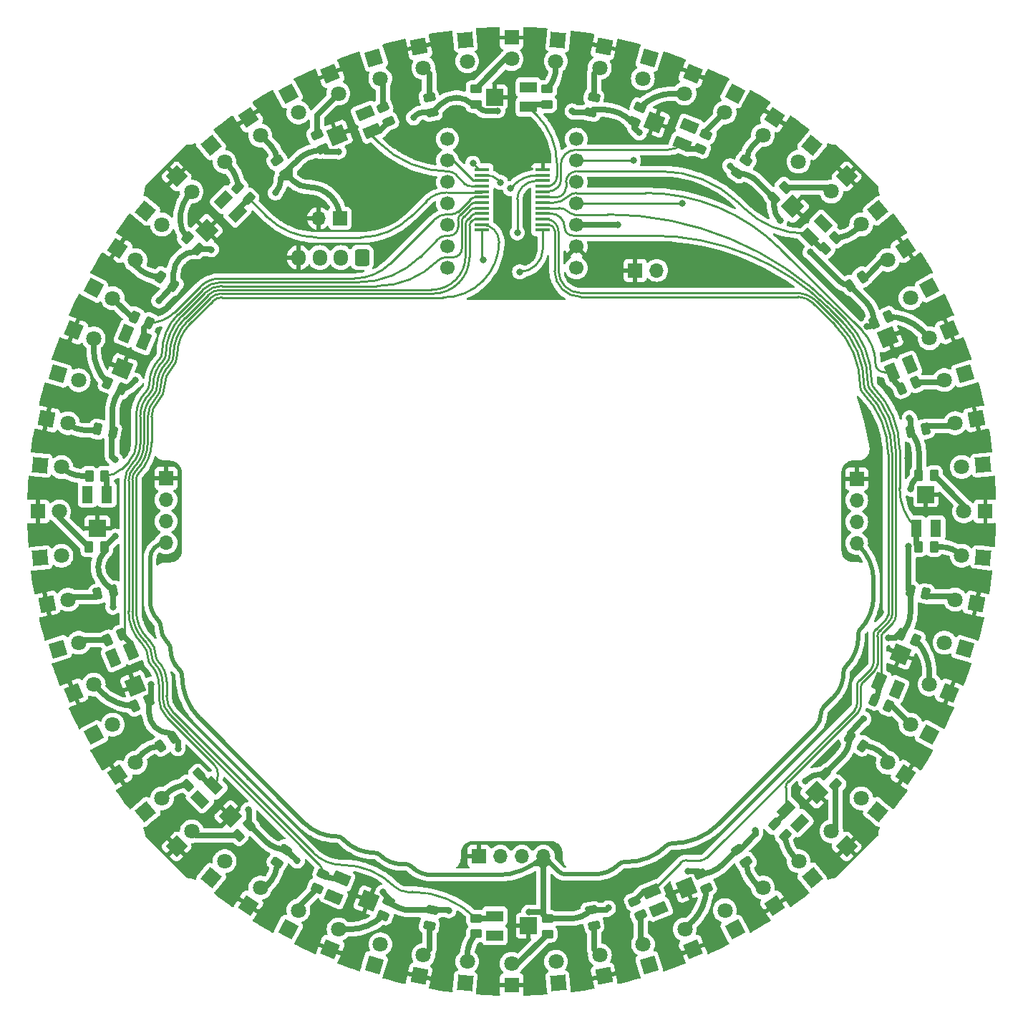
<source format=gbr>
%TF.GenerationSoftware,KiCad,Pcbnew,7.0.9*%
%TF.CreationDate,2025-05-05T21:08:59+09:00*%
%TF.ProjectId,LINE_Main,4c494e45-5f4d-4616-996e-2e6b69636164,rev?*%
%TF.SameCoordinates,Original*%
%TF.FileFunction,Copper,L1,Top*%
%TF.FilePolarity,Positive*%
%FSLAX46Y46*%
G04 Gerber Fmt 4.6, Leading zero omitted, Abs format (unit mm)*
G04 Created by KiCad (PCBNEW 7.0.9) date 2025-05-05 21:08:59*
%MOMM*%
%LPD*%
G01*
G04 APERTURE LIST*
G04 Aperture macros list*
%AMRoundRect*
0 Rectangle with rounded corners*
0 $1 Rounding radius*
0 $2 $3 $4 $5 $6 $7 $8 $9 X,Y pos of 4 corners*
0 Add a 4 corners polygon primitive as box body*
4,1,4,$2,$3,$4,$5,$6,$7,$8,$9,$2,$3,0*
0 Add four circle primitives for the rounded corners*
1,1,$1+$1,$2,$3*
1,1,$1+$1,$4,$5*
1,1,$1+$1,$6,$7*
1,1,$1+$1,$8,$9*
0 Add four rect primitives between the rounded corners*
20,1,$1+$1,$2,$3,$4,$5,0*
20,1,$1+$1,$4,$5,$6,$7,0*
20,1,$1+$1,$6,$7,$8,$9,0*
20,1,$1+$1,$8,$9,$2,$3,0*%
%AMRotRect*
0 Rectangle, with rotation*
0 The origin of the aperture is its center*
0 $1 length*
0 $2 width*
0 $3 Rotation angle, in degrees counterclockwise*
0 Add horizontal line*
21,1,$1,$2,0,0,$3*%
G04 Aperture macros list end*
%TA.AperFunction,SMDPad,CuDef*%
%ADD10RoundRect,0.250000X0.450000X-0.262500X0.450000X0.262500X-0.450000X0.262500X-0.450000X-0.262500X0*%
%TD*%
%TA.AperFunction,SMDPad,CuDef*%
%ADD11RotRect,2.000000X1.300000X225.000000*%
%TD*%
%TA.AperFunction,SMDPad,CuDef*%
%ADD12RotRect,2.000000X2.000000X225.000000*%
%TD*%
%TA.AperFunction,ComponentPad*%
%ADD13RotRect,1.800000X1.800000X112.500000*%
%TD*%
%TA.AperFunction,ComponentPad*%
%ADD14C,1.800000*%
%TD*%
%TA.AperFunction,SMDPad,CuDef*%
%ADD15RotRect,2.000000X1.300000X67.500000*%
%TD*%
%TA.AperFunction,SMDPad,CuDef*%
%ADD16RotRect,2.000000X2.000000X67.500000*%
%TD*%
%TA.AperFunction,ComponentPad*%
%ADD17RotRect,1.800000X1.800000X185.625000*%
%TD*%
%TA.AperFunction,SMDPad,CuDef*%
%ADD18RoundRect,0.250000X0.315291X-0.414726X0.516200X0.070311X-0.315291X0.414726X-0.516200X-0.070311X0*%
%TD*%
%TA.AperFunction,ComponentPad*%
%ADD19RotRect,1.800000X1.800000X95.625000*%
%TD*%
%TA.AperFunction,SMDPad,CuDef*%
%ADD20RoundRect,0.250000X0.414726X0.315291X-0.070311X0.516200X-0.414726X-0.315291X0.070311X-0.516200X0*%
%TD*%
%TA.AperFunction,SMDPad,CuDef*%
%ADD21RoundRect,0.250000X0.228324X-0.468267X0.519999X-0.031746X-0.228324X0.468267X-0.519999X0.031746X0*%
%TD*%
%TA.AperFunction,ComponentPad*%
%ADD22RotRect,1.800000X1.800000X33.750000*%
%TD*%
%TA.AperFunction,ComponentPad*%
%ADD23RotRect,1.800000X1.800000X174.375000*%
%TD*%
%TA.AperFunction,ComponentPad*%
%ADD24RotRect,1.800000X1.800000X39.375000*%
%TD*%
%TA.AperFunction,ComponentPad*%
%ADD25RotRect,1.800000X1.800000X247.500000*%
%TD*%
%TA.AperFunction,SMDPad,CuDef*%
%ADD26R,2.000000X1.300000*%
%TD*%
%TA.AperFunction,SMDPad,CuDef*%
%ADD27R,2.000000X2.000000*%
%TD*%
%TA.AperFunction,SMDPad,CuDef*%
%ADD28RoundRect,0.250000X-0.450000X0.262500X-0.450000X-0.262500X0.450000X-0.262500X0.450000X0.262500X0*%
%TD*%
%TA.AperFunction,SMDPad,CuDef*%
%ADD29RoundRect,0.250000X-0.228324X0.468267X-0.519999X0.031746X0.228324X-0.468267X0.519999X-0.031746X0*%
%TD*%
%TA.AperFunction,SMDPad,CuDef*%
%ADD30RoundRect,0.250000X-0.132583X0.503814X-0.503814X0.132583X0.132583X-0.503814X0.503814X-0.132583X0*%
%TD*%
%TA.AperFunction,ComponentPad*%
%ADD31RotRect,1.800000X1.800000X337.500000*%
%TD*%
%TA.AperFunction,ComponentPad*%
%ADD32RotRect,1.800000X1.800000X157.500000*%
%TD*%
%TA.AperFunction,SMDPad,CuDef*%
%ADD33RotRect,2.000000X1.300000X135.000000*%
%TD*%
%TA.AperFunction,SMDPad,CuDef*%
%ADD34RotRect,2.000000X2.000000X135.000000*%
%TD*%
%TA.AperFunction,ComponentPad*%
%ADD35RotRect,1.800000X1.800000X236.250000*%
%TD*%
%TA.AperFunction,SMDPad,CuDef*%
%ADD36RoundRect,0.250000X-0.390142X0.345247X-0.492565X-0.169665X0.390142X-0.345247X0.492565X0.169665X0*%
%TD*%
%TA.AperFunction,ComponentPad*%
%ADD37RotRect,1.800000X1.800000X264.375000*%
%TD*%
%TA.AperFunction,ComponentPad*%
%ADD38RotRect,1.800000X1.800000X275.625000*%
%TD*%
%TA.AperFunction,SMDPad,CuDef*%
%ADD39RoundRect,0.250000X-0.516200X0.070311X-0.315291X-0.414726X0.516200X-0.070311X0.315291X0.414726X0*%
%TD*%
%TA.AperFunction,ComponentPad*%
%ADD40RotRect,1.800000X1.800000X348.750000*%
%TD*%
%TA.AperFunction,SMDPad,CuDef*%
%ADD41R,1.300000X2.000000*%
%TD*%
%TA.AperFunction,SMDPad,CuDef*%
%ADD42RotRect,2.000000X1.300000X112.500000*%
%TD*%
%TA.AperFunction,SMDPad,CuDef*%
%ADD43RotRect,2.000000X2.000000X112.500000*%
%TD*%
%TA.AperFunction,SMDPad,CuDef*%
%ADD44RoundRect,0.250000X-0.031746X0.519999X-0.468267X0.228324X0.031746X-0.519999X0.468267X-0.228324X0*%
%TD*%
%TA.AperFunction,SMDPad,CuDef*%
%ADD45RoundRect,0.250000X-0.070311X-0.516200X0.414726X-0.315291X0.070311X0.516200X-0.414726X0.315291X0*%
%TD*%
%TA.AperFunction,SMDPad,CuDef*%
%ADD46RoundRect,0.250000X-0.519999X-0.031746X-0.228324X-0.468267X0.519999X0.031746X0.228324X0.468267X0*%
%TD*%
%TA.AperFunction,ComponentPad*%
%ADD47RotRect,1.800000X1.800000X45.000000*%
%TD*%
%TA.AperFunction,ComponentPad*%
%ADD48RotRect,1.800000X1.800000X28.125000*%
%TD*%
%TA.AperFunction,ComponentPad*%
%ADD49RotRect,1.800000X1.800000X331.875000*%
%TD*%
%TA.AperFunction,ComponentPad*%
%ADD50RotRect,1.800000X1.800000X303.750000*%
%TD*%
%TA.AperFunction,SMDPad,CuDef*%
%ADD51RoundRect,0.250000X-0.315291X0.414726X-0.516200X-0.070311X0.315291X-0.414726X0.516200X0.070311X0*%
%TD*%
%TA.AperFunction,SMDPad,CuDef*%
%ADD52RoundRect,0.250000X0.516200X-0.070311X0.315291X0.414726X-0.516200X0.070311X-0.315291X-0.414726X0*%
%TD*%
%TA.AperFunction,SMDPad,CuDef*%
%ADD53RoundRect,0.250000X0.262500X0.450000X-0.262500X0.450000X-0.262500X-0.450000X0.262500X-0.450000X0*%
%TD*%
%TA.AperFunction,SMDPad,CuDef*%
%ADD54RoundRect,0.250000X0.031746X-0.519999X0.468267X-0.228324X-0.031746X0.519999X-0.468267X0.228324X0*%
%TD*%
%TA.AperFunction,ComponentPad*%
%ADD55RotRect,1.800000X1.800000X202.500000*%
%TD*%
%TA.AperFunction,ComponentPad*%
%ADD56RotRect,1.800000X1.800000X151.875000*%
%TD*%
%TA.AperFunction,ComponentPad*%
%ADD57RotRect,1.800000X1.800000X146.250000*%
%TD*%
%TA.AperFunction,ComponentPad*%
%ADD58R,1.800000X1.800000*%
%TD*%
%TA.AperFunction,ComponentPad*%
%ADD59RotRect,1.800000X1.800000X16.875000*%
%TD*%
%TA.AperFunction,ComponentPad*%
%ADD60RotRect,1.800000X1.800000X129.375000*%
%TD*%
%TA.AperFunction,ComponentPad*%
%ADD61RotRect,1.800000X1.800000X50.625000*%
%TD*%
%TA.AperFunction,ComponentPad*%
%ADD62RotRect,1.800000X1.800000X61.875000*%
%TD*%
%TA.AperFunction,ComponentPad*%
%ADD63RotRect,1.800000X1.800000X135.000000*%
%TD*%
%TA.AperFunction,ComponentPad*%
%ADD64RotRect,1.800000X1.800000X309.375000*%
%TD*%
%TA.AperFunction,SMDPad,CuDef*%
%ADD65RotRect,2.000000X1.300000X292.500000*%
%TD*%
%TA.AperFunction,SMDPad,CuDef*%
%ADD66RotRect,2.000000X2.000000X292.500000*%
%TD*%
%TA.AperFunction,ComponentPad*%
%ADD67RotRect,1.800000X1.800000X219.375000*%
%TD*%
%TA.AperFunction,ComponentPad*%
%ADD68RotRect,1.800000X1.800000X315.000000*%
%TD*%
%TA.AperFunction,SMDPad,CuDef*%
%ADD69RoundRect,0.250000X0.503814X0.132583X0.132583X0.503814X-0.503814X-0.132583X-0.132583X-0.503814X0*%
%TD*%
%TA.AperFunction,SMDPad,CuDef*%
%ADD70RotRect,2.000000X1.300000X315.000000*%
%TD*%
%TA.AperFunction,SMDPad,CuDef*%
%ADD71RotRect,2.000000X2.000000X315.000000*%
%TD*%
%TA.AperFunction,SMDPad,CuDef*%
%ADD72RoundRect,0.250000X-0.492565X0.169665X-0.390142X-0.345247X0.492565X-0.169665X0.390142X0.345247X0*%
%TD*%
%TA.AperFunction,ComponentPad*%
%ADD73RotRect,1.800000X1.800000X22.500000*%
%TD*%
%TA.AperFunction,SMDPad,CuDef*%
%ADD74RotRect,2.000000X1.300000X337.500000*%
%TD*%
%TA.AperFunction,SMDPad,CuDef*%
%ADD75RotRect,2.000000X2.000000X337.500000*%
%TD*%
%TA.AperFunction,SMDPad,CuDef*%
%ADD76R,1.750000X0.450000*%
%TD*%
%TA.AperFunction,SMDPad,CuDef*%
%ADD77RoundRect,0.250000X-0.262500X-0.450000X0.262500X-0.450000X0.262500X0.450000X-0.262500X0.450000X0*%
%TD*%
%TA.AperFunction,ComponentPad*%
%ADD78RotRect,1.800000X1.800000X140.625000*%
%TD*%
%TA.AperFunction,ComponentPad*%
%ADD79RotRect,1.800000X1.800000X163.125000*%
%TD*%
%TA.AperFunction,ComponentPad*%
%ADD80RotRect,1.800000X1.800000X196.875000*%
%TD*%
%TA.AperFunction,ComponentPad*%
%ADD81RotRect,1.800000X1.800000X326.250000*%
%TD*%
%TA.AperFunction,SMDPad,CuDef*%
%ADD82RotRect,2.000000X1.300000X202.500000*%
%TD*%
%TA.AperFunction,SMDPad,CuDef*%
%ADD83RotRect,2.000000X2.000000X202.500000*%
%TD*%
%TA.AperFunction,ComponentPad*%
%ADD84RotRect,1.800000X1.800000X118.125000*%
%TD*%
%TA.AperFunction,SMDPad,CuDef*%
%ADD85RoundRect,0.250000X0.345247X0.390142X-0.169665X0.492565X-0.345247X-0.390142X0.169665X-0.492565X0*%
%TD*%
%TA.AperFunction,SMDPad,CuDef*%
%ADD86RoundRect,0.250000X0.070311X0.516200X-0.414726X0.315291X-0.070311X-0.516200X0.414726X-0.315291X0*%
%TD*%
%TA.AperFunction,ComponentPad*%
%ADD87RotRect,1.800000X1.800000X320.625000*%
%TD*%
%TA.AperFunction,SMDPad,CuDef*%
%ADD88RoundRect,0.250000X0.468267X0.228324X0.031746X0.519999X-0.468267X-0.228324X-0.031746X-0.519999X0*%
%TD*%
%TA.AperFunction,ComponentPad*%
%ADD89RotRect,1.800000X1.800000X168.750000*%
%TD*%
%TA.AperFunction,SMDPad,CuDef*%
%ADD90RotRect,2.000000X1.300000X22.500000*%
%TD*%
%TA.AperFunction,SMDPad,CuDef*%
%ADD91RotRect,2.000000X2.000000X22.500000*%
%TD*%
%TA.AperFunction,ComponentPad*%
%ADD92RotRect,1.800000X1.800000X298.125000*%
%TD*%
%TA.AperFunction,ComponentPad*%
%ADD93RotRect,1.800000X1.800000X208.125000*%
%TD*%
%TA.AperFunction,ComponentPad*%
%ADD94RotRect,1.800000X1.800000X258.750000*%
%TD*%
%TA.AperFunction,SMDPad,CuDef*%
%ADD95RoundRect,0.250000X0.390142X-0.345247X0.492565X0.169665X-0.390142X0.345247X-0.492565X-0.169665X0*%
%TD*%
%TA.AperFunction,ComponentPad*%
%ADD96RotRect,1.800000X1.800000X225.000000*%
%TD*%
%TA.AperFunction,ComponentPad*%
%ADD97RotRect,1.800000X1.800000X84.375000*%
%TD*%
%TA.AperFunction,SMDPad,CuDef*%
%ADD98RoundRect,0.250000X-0.414726X-0.315291X0.070311X-0.516200X0.414726X0.315291X-0.070311X0.516200X0*%
%TD*%
%TA.AperFunction,SMDPad,CuDef*%
%ADD99RoundRect,0.250000X-0.345247X-0.390142X0.169665X-0.492565X0.345247X0.390142X-0.169665X0.492565X0*%
%TD*%
%TA.AperFunction,ComponentPad*%
%ADD100RotRect,1.800000X1.800000X78.750000*%
%TD*%
%TA.AperFunction,ComponentPad*%
%ADD101RotRect,1.800000X1.800000X292.500000*%
%TD*%
%TA.AperFunction,ComponentPad*%
%ADD102RotRect,1.800000X1.800000X11.250000*%
%TD*%
%TA.AperFunction,ComponentPad*%
%ADD103RotRect,1.800000X1.800000X253.125000*%
%TD*%
%TA.AperFunction,ComponentPad*%
%ADD104RotRect,1.800000X1.800000X67.500000*%
%TD*%
%TA.AperFunction,ComponentPad*%
%ADD105RotRect,1.800000X1.800000X286.875000*%
%TD*%
%TA.AperFunction,ComponentPad*%
%ADD106RotRect,1.800000X1.800000X73.125000*%
%TD*%
%TA.AperFunction,SMDPad,CuDef*%
%ADD107RotRect,2.000000X1.300000X247.500000*%
%TD*%
%TA.AperFunction,SMDPad,CuDef*%
%ADD108RotRect,2.000000X2.000000X247.500000*%
%TD*%
%TA.AperFunction,SMDPad,CuDef*%
%ADD109RoundRect,0.250000X-0.169665X-0.492565X0.345247X-0.390142X0.169665X0.492565X-0.345247X0.390142X0*%
%TD*%
%TA.AperFunction,ComponentPad*%
%ADD110RotRect,1.800000X1.800000X241.875000*%
%TD*%
%TA.AperFunction,SMDPad,CuDef*%
%ADD111RoundRect,0.250000X0.132583X-0.503814X0.503814X-0.132583X-0.132583X0.503814X-0.503814X0.132583X0*%
%TD*%
%TA.AperFunction,ComponentPad*%
%ADD112RotRect,1.800000X1.800000X106.875000*%
%TD*%
%TA.AperFunction,ComponentPad*%
%ADD113RotRect,1.800000X1.800000X123.750000*%
%TD*%
%TA.AperFunction,SMDPad,CuDef*%
%ADD114RoundRect,0.250000X-0.503814X-0.132583X-0.132583X-0.503814X0.503814X0.132583X0.132583X0.503814X0*%
%TD*%
%TA.AperFunction,ComponentPad*%
%ADD115RotRect,1.800000X1.800000X343.125000*%
%TD*%
%TA.AperFunction,ComponentPad*%
%ADD116RotRect,1.800000X1.800000X213.750000*%
%TD*%
%TA.AperFunction,SMDPad,CuDef*%
%ADD117RotRect,2.000000X1.300000X45.000000*%
%TD*%
%TA.AperFunction,SMDPad,CuDef*%
%ADD118RotRect,2.000000X2.000000X45.000000*%
%TD*%
%TA.AperFunction,ComponentPad*%
%ADD119RotRect,1.800000X1.800000X354.375000*%
%TD*%
%TA.AperFunction,SMDPad,CuDef*%
%ADD120RotRect,2.000000X1.300000X157.500000*%
%TD*%
%TA.AperFunction,SMDPad,CuDef*%
%ADD121RotRect,2.000000X2.000000X157.500000*%
%TD*%
%TA.AperFunction,SMDPad,CuDef*%
%ADD122RoundRect,0.250000X0.169665X0.492565X-0.345247X0.390142X-0.169665X-0.492565X0.345247X-0.390142X0*%
%TD*%
%TA.AperFunction,ComponentPad*%
%ADD123RotRect,1.800000X1.800000X230.625000*%
%TD*%
%TA.AperFunction,SMDPad,CuDef*%
%ADD124RoundRect,0.250000X-0.468267X-0.228324X-0.031746X-0.519999X0.468267X0.228324X0.031746X0.519999X0*%
%TD*%
%TA.AperFunction,ComponentPad*%
%ADD125RotRect,1.800000X1.800000X5.625000*%
%TD*%
%TA.AperFunction,ComponentPad*%
%ADD126RotRect,1.800000X1.800000X56.250000*%
%TD*%
%TA.AperFunction,ComponentPad*%
%ADD127RotRect,1.800000X1.800000X101.250000*%
%TD*%
%TA.AperFunction,ComponentPad*%
%ADD128RotRect,1.800000X1.800000X281.250000*%
%TD*%
%TA.AperFunction,ComponentPad*%
%ADD129RotRect,1.800000X1.800000X191.250000*%
%TD*%
%TA.AperFunction,SMDPad,CuDef*%
%ADD130RoundRect,0.250000X0.492565X-0.169665X0.390142X0.345247X-0.492565X0.169665X-0.390142X-0.345247X0*%
%TD*%
%TA.AperFunction,SMDPad,CuDef*%
%ADD131RoundRect,0.250000X0.519999X0.031746X0.228324X0.468267X-0.519999X-0.031746X-0.228324X-0.468267X0*%
%TD*%
%TA.AperFunction,ComponentPad*%
%ADD132R,1.700000X1.700000*%
%TD*%
%TA.AperFunction,ComponentPad*%
%ADD133O,1.700000X1.700000*%
%TD*%
%TA.AperFunction,ComponentPad*%
%ADD134C,1.700000*%
%TD*%
%TA.AperFunction,ComponentPad*%
%ADD135RoundRect,0.250000X0.600000X0.725000X-0.600000X0.725000X-0.600000X-0.725000X0.600000X-0.725000X0*%
%TD*%
%TA.AperFunction,ComponentPad*%
%ADD136O,1.700000X1.950000*%
%TD*%
%TA.AperFunction,ViaPad*%
%ADD137C,0.800000*%
%TD*%
%TA.AperFunction,Conductor*%
%ADD138C,0.700000*%
%TD*%
%TA.AperFunction,Conductor*%
%ADD139C,0.500000*%
%TD*%
%TA.AperFunction,Conductor*%
%ADD140C,0.250000*%
%TD*%
G04 APERTURE END LIST*
D10*
%TO.P,R17,1*%
%TO.N,+5V*%
X172410000Y-46182500D03*
%TO.P,R17,2*%
%TO.N,Net-(D1-A)*%
X172410000Y-44357500D03*
%TD*%
D11*
%TO.P,RV7,1,1*%
%TO.N,unconnected-(RV7-Pad1)*%
X210691170Y-131203268D03*
D12*
%TO.P,RV7,2,2*%
%TO.N,GND*%
X212706425Y-127561668D03*
D11*
%TO.P,RV7,3,3*%
%TO.N,7*%
X209064825Y-129576923D03*
%TD*%
D13*
%TO.P,D15,1,K*%
%TO.N,GND*%
X198088710Y-146100036D03*
D14*
%TO.P,D15,2,A*%
%TO.N,Net-(D15-A)*%
X197116694Y-143753382D03*
%TD*%
D15*
%TO.P,RV14,1,1*%
%TO.N,unconnected-(RV14-Pad1)*%
X131065834Y-73298636D03*
D16*
%TO.P,RV14,2,2*%
%TO.N,GND*%
X130597562Y-77434240D03*
D15*
%TO.P,RV14,3,3*%
%TO.N,14*%
X133190757Y-74178808D03*
%TD*%
D17*
%TO.P,Q9,1,C*%
%TO.N,+3.3V*%
X232403632Y-88831719D03*
D14*
%TO.P,Q9,2,E*%
%TO.N,Net-(Q10-E)*%
X229875863Y-89080683D03*
%TD*%
D18*
%TO.P,R10,1*%
%TO.N,Net-(Q19-E)*%
X153643609Y-138888231D03*
%TO.P,R10,2*%
%TO.N,10*%
X154342007Y-137202151D03*
%TD*%
D19*
%TO.P,Q17,1,C*%
%TO.N,+3.3V*%
X182137478Y-150097874D03*
D14*
%TO.P,Q17,2,E*%
%TO.N,Net-(Q17-E)*%
X181888514Y-147570105D03*
%TD*%
D20*
%TO.P,R6,1*%
%TO.N,Net-(Q11-E)*%
X221193988Y-117325587D03*
%TO.P,R6,2*%
%TO.N,6*%
X219507908Y-116627189D03*
%TD*%
D21*
%TO.P,R20,1*%
%TO.N,+5V*%
X203348198Y-54342841D03*
%TO.P,R20,2*%
%TO.N,Net-(D4-A)*%
X204362114Y-52825409D03*
%TD*%
D22*
%TO.P,D22,1,K*%
%TO.N,GND*%
X130048803Y-125470272D03*
D14*
%TO.P,D22,2,A*%
%TO.N,Net-(D22-A)*%
X132160736Y-124059124D03*
%TD*%
D23*
%TO.P,Q10,1,C*%
%TO.N,+3.3V*%
X232405098Y-99816837D03*
D14*
%TO.P,Q10,2,E*%
%TO.N,Net-(Q10-E)*%
X229877329Y-99567873D03*
%TD*%
D24*
%TO.P,Q22,1,C*%
%TO.N,+3.3V*%
X133325252Y-129886820D03*
D14*
%TO.P,Q22,2,E*%
%TO.N,Net-(Q21-E)*%
X135288699Y-128275461D03*
%TD*%
D25*
%TO.P,D3,1,K*%
%TO.N,GND*%
X198074893Y-42557680D03*
D14*
%TO.P,D3,2,A*%
%TO.N,Net-(D3-A)*%
X197102877Y-44904334D03*
%TD*%
D26*
%TO.P,RV9,1,1*%
%TO.N,unconnected-(RV9-Pad1)*%
X174644953Y-144483440D03*
D27*
%TO.P,RV9,2,2*%
%TO.N,GND*%
X178644953Y-143333440D03*
D26*
%TO.P,RV9,3,3*%
%TO.N,9*%
X174644953Y-142183440D03*
%TD*%
D28*
%TO.P,R1,1*%
%TO.N,Net-(Q1-E)*%
X180830000Y-44367500D03*
%TO.P,R1,2*%
%TO.N,1*%
X180830000Y-46192500D03*
%TD*%
D29*
%TO.P,R36,1*%
%TO.N,+5V*%
X149926755Y-134320599D03*
%TO.P,R36,2*%
%TO.N,Net-(D20-A)*%
X148912839Y-135838031D03*
%TD*%
D30*
%TO.P,R3,1*%
%TO.N,Net-(Q5-E)*%
X214932077Y-61966243D03*
%TO.P,R3,2*%
%TO.N,3*%
X213641607Y-63256713D03*
%TD*%
D31*
%TO.P,D27,1,K*%
%TO.N,GND*%
X124863437Y-72894306D03*
D14*
%TO.P,D27,2,A*%
%TO.N,Net-(D27-A)*%
X127210091Y-73866322D03*
%TD*%
D32*
%TO.P,D11,1,K*%
%TO.N,GND*%
X228411517Y-115769135D03*
D14*
%TO.P,D11,2,A*%
%TO.N,Net-(D11-A)*%
X226064863Y-114797119D03*
%TD*%
D33*
%TO.P,RV11,1,1*%
%TO.N,unconnected-(RV11-Pad1)*%
X139765928Y-128385414D03*
D34*
%TO.P,RV11,2,2*%
%TO.N,GND*%
X143407528Y-130400669D03*
D33*
%TO.P,RV11,3,3*%
%TO.N,11*%
X141392273Y-126759069D03*
%TD*%
D35*
%TO.P,D4,1,K*%
%TO.N,GND*%
X207763593Y-47734736D03*
D14*
%TO.P,D4,2,A*%
%TO.N,Net-(D4-A)*%
X206352445Y-49846669D03*
%TD*%
D36*
%TO.P,R34,1*%
%TO.N,+5V*%
X167263070Y-141498378D03*
%TO.P,R34,2*%
%TO.N,Net-(D18-A)*%
X166907030Y-143288312D03*
%TD*%
D37*
%TO.P,Q2,1,C*%
%TO.N,+3.3V*%
X182122595Y-38564099D03*
D14*
%TO.P,Q2,2,E*%
%TO.N,Net-(Q1-E)*%
X181873631Y-41091868D03*
%TD*%
D38*
%TO.P,Q1,1,C*%
%TO.N,+3.3V*%
X171137477Y-38565565D03*
D14*
%TO.P,Q1,2,E*%
%TO.N,Net-(Q1-E)*%
X171386441Y-41093334D03*
%TD*%
D39*
%TO.P,R16,1*%
%TO.N,Net-(Q31-E)*%
X161390383Y-46566390D03*
%TO.P,R16,2*%
%TO.N,16*%
X162088781Y-48252470D03*
%TD*%
D40*
%TO.P,D26,1,K*%
%TO.N,GND*%
X121676029Y-83406834D03*
D14*
%TO.P,D26,2,A*%
%TO.N,Net-(D26-A)*%
X124167224Y-83902363D03*
%TD*%
D41*
%TO.P,RV5,1,1*%
%TO.N,unconnected-(RV5-Pad1)*%
X226789196Y-96324243D03*
D27*
%TO.P,RV5,2,2*%
%TO.N,GND*%
X225639196Y-92324243D03*
D41*
%TO.P,RV5,3,3*%
%TO.N,5*%
X224489196Y-96324243D03*
%TD*%
D42*
%TO.P,RV12,1,1*%
%TO.N,unconnected-(RV12-Pad1)*%
X129540823Y-111683101D03*
D43*
%TO.P,RV12,2,2*%
%TO.N,GND*%
X132134018Y-114938533D03*
D42*
%TO.P,RV12,3,3*%
%TO.N,12*%
X131665746Y-110802929D03*
%TD*%
D44*
%TO.P,R38,1*%
%TO.N,+5V*%
X136656906Y-121054877D03*
%TO.P,R38,2*%
%TO.N,Net-(D22-A)*%
X135139474Y-122068793D03*
%TD*%
D45*
%TO.P,R23,1*%
%TO.N,+5V*%
X219503768Y-72000134D03*
%TO.P,R23,2*%
%TO.N,Net-(D7-A)*%
X221189848Y-71301736D03*
%TD*%
D46*
%TO.P,R30,1*%
%TO.N,+5V*%
X203360633Y-134312290D03*
%TO.P,R30,2*%
%TO.N,Net-(D14-A)*%
X204374549Y-135829722D03*
%TD*%
D47*
%TO.P,D21,1,K*%
%TO.N,GND*%
X137018821Y-133960953D03*
D14*
%TO.P,D21,2,A*%
%TO.N,Net-(D21-A)*%
X138814872Y-132164902D03*
%TD*%
D48*
%TO.P,Q23,1,C*%
%TO.N,+3.3V*%
X127221028Y-120753843D03*
D14*
%TO.P,Q23,2,E*%
%TO.N,Net-(Q23-E)*%
X129461108Y-119556495D03*
%TD*%
D49*
%TO.P,Q28,1,C*%
%TO.N,+3.3V*%
X127213977Y-67922790D03*
D14*
%TO.P,Q28,2,E*%
%TO.N,Net-(Q27-E)*%
X129454057Y-69120138D03*
%TD*%
D50*
%TO.P,D30,1,K*%
%TO.N,GND*%
X145498925Y-47743047D03*
D14*
%TO.P,D30,2,A*%
%TO.N,Net-(D30-A)*%
X146910073Y-49854980D03*
%TD*%
D51*
%TO.P,R35,1*%
%TO.N,+5V*%
X162117244Y-140433580D03*
%TO.P,R35,2*%
%TO.N,Net-(D19-A)*%
X161418846Y-142119660D03*
%TD*%
D52*
%TO.P,R8,1*%
%TO.N,Net-(Q15-E)*%
X191884569Y-142097051D03*
%TO.P,R8,2*%
%TO.N,8*%
X191186171Y-140410971D03*
%TD*%
D53*
%TO.P,R5,1*%
%TO.N,Net-(Q10-E)*%
X226601697Y-98524244D03*
%TO.P,R5,2*%
%TO.N,5*%
X224776697Y-98524244D03*
%TD*%
D54*
%TO.P,R22,1*%
%TO.N,+5V*%
X216618047Y-67608565D03*
%TO.P,R22,2*%
%TO.N,Net-(D6-A)*%
X218135479Y-66594649D03*
%TD*%
D55*
%TO.P,D7,1,K*%
%TO.N,GND*%
X228405794Y-72880487D03*
D14*
%TO.P,D7,2,A*%
%TO.N,Net-(D7-A)*%
X226059140Y-73852503D03*
%TD*%
D56*
%TO.P,Q12,1,C*%
%TO.N,+3.3V*%
X226060977Y-120740651D03*
D14*
%TO.P,Q12,2,E*%
%TO.N,Net-(Q11-E)*%
X223820897Y-119543303D03*
%TD*%
D57*
%TO.P,D12,1,K*%
%TO.N,GND*%
X223234461Y-125457835D03*
D14*
%TO.P,D12,2,A*%
%TO.N,Net-(D12-A)*%
X221122528Y-124046687D03*
%TD*%
D58*
%TO.P,D1,1,K*%
%TO.N,GND*%
X176630000Y-38295000D03*
D14*
%TO.P,D1,2,A*%
%TO.N,Net-(D1-A)*%
X176630000Y-40835000D03*
%TD*%
D59*
%TO.P,Q24,1,C*%
%TO.N,+3.3V*%
X123015851Y-110605478D03*
D14*
%TO.P,Q24,2,E*%
%TO.N,Net-(Q23-E)*%
X125446479Y-109868155D03*
%TD*%
D60*
%TO.P,Q14,1,C*%
%TO.N,+3.3V*%
X212192576Y-137643945D03*
D14*
%TO.P,Q14,2,E*%
%TO.N,Net-(Q13-E)*%
X210581217Y-135680498D03*
%TD*%
D26*
%TO.P,RV1,1,1*%
%TO.N,unconnected-(RV1-Pad1)*%
X178630000Y-44180000D03*
D27*
%TO.P,RV1,2,2*%
%TO.N,GND*%
X174630000Y-45330000D03*
D26*
%TO.P,RV1,3,3*%
%TO.N,1*%
X178630000Y-46480000D03*
%TD*%
D61*
%TO.P,Q21,1,C*%
%TO.N,+3.3V*%
X141093940Y-137653435D03*
D14*
%TO.P,Q21,2,E*%
%TO.N,Net-(Q21-E)*%
X142705299Y-135689988D03*
%TD*%
D62*
%TO.P,Q20,1,C*%
%TO.N,+3.3V*%
X150228546Y-143755220D03*
D14*
%TO.P,Q20,2,E*%
%TO.N,Net-(Q19-E)*%
X151425894Y-141515140D03*
%TD*%
D63*
%TO.P,D13,1,K*%
%TO.N,GND*%
X216266709Y-133950376D03*
D14*
%TO.P,D13,2,A*%
%TO.N,Net-(D13-A)*%
X214470658Y-132154325D03*
%TD*%
D64*
%TO.P,Q30,1,C*%
%TO.N,+3.3V*%
X141082378Y-51019492D03*
D14*
%TO.P,Q30,2,E*%
%TO.N,Net-(Q29-E)*%
X142693737Y-52982939D03*
%TD*%
D65*
%TO.P,RV4,1,1*%
%TO.N,unconnected-(RV4-Pad1)*%
X223734129Y-76980339D03*
D66*
%TO.P,RV4,2,2*%
%TO.N,GND*%
X221140934Y-73724907D03*
D65*
%TO.P,RV4,3,3*%
%TO.N,4*%
X221609206Y-77860511D03*
%TD*%
D67*
%TO.P,Q6,1,C*%
%TO.N,+3.3V*%
X219949703Y-58776621D03*
D14*
%TO.P,Q6,2,E*%
%TO.N,Net-(Q5-E)*%
X217986256Y-60387980D03*
%TD*%
D68*
%TO.P,D29,1,K*%
%TO.N,GND*%
X137008244Y-54713065D03*
D14*
%TO.P,D29,2,A*%
%TO.N,Net-(D29-A)*%
X138804295Y-56509116D03*
%TD*%
D69*
%TO.P,R45,1*%
%TO.N,+5V*%
X139601564Y-63274355D03*
%TO.P,R45,2*%
%TO.N,Net-(D29-A)*%
X138311094Y-61983885D03*
%TD*%
D70*
%TO.P,RV3,1,1*%
%TO.N,unconnected-(RV3-Pad1)*%
X213509024Y-60278026D03*
D71*
%TO.P,RV3,2,2*%
%TO.N,GND*%
X209867424Y-58262771D03*
D70*
%TO.P,RV3,3,3*%
%TO.N,3*%
X211882679Y-61904371D03*
%TD*%
D51*
%TO.P,R2,1*%
%TO.N,Net-(Q3-E)*%
X199631343Y-49775209D03*
%TO.P,R2,2*%
%TO.N,2*%
X198932945Y-51461289D03*
%TD*%
D72*
%TO.P,R32,1*%
%TO.N,+5V*%
X186026553Y-141495460D03*
%TO.P,R32,2*%
%TO.N,Net-(D16-A)*%
X186382593Y-143285394D03*
%TD*%
D73*
%TO.P,D23,1,K*%
%TO.N,GND*%
X124869161Y-115782954D03*
D14*
%TO.P,D23,2,A*%
%TO.N,Net-(D23-A)*%
X127215815Y-114810938D03*
%TD*%
D74*
%TO.P,RV2,1,1*%
%TO.N,unconnected-(RV2-Pad1)*%
X197670560Y-48760078D03*
D75*
%TO.P,RV2,2,2*%
%TO.N,GND*%
X193534956Y-48291806D03*
D74*
%TO.P,RV2,3,3*%
%TO.N,2*%
X196790388Y-50885001D03*
%TD*%
D76*
%TO.P,U1,1,COM*%
%TO.N,Data_Line_sensor*%
X180330000Y-61065000D03*
%TO.P,U1,2,I7*%
%TO.N,8*%
X180330000Y-60415000D03*
%TO.P,U1,3,I6*%
%TO.N,7*%
X180330000Y-59765000D03*
%TO.P,U1,4,I5*%
%TO.N,6*%
X180330000Y-59115000D03*
%TO.P,U1,5,I4*%
%TO.N,5*%
X180330000Y-58465000D03*
%TO.P,U1,6,I3*%
%TO.N,4*%
X180330000Y-57815000D03*
%TO.P,U1,7,I2*%
%TO.N,3*%
X180330000Y-57165000D03*
%TO.P,U1,8,I1*%
%TO.N,2*%
X180330000Y-56515000D03*
%TO.P,U1,9,I0*%
%TO.N,1*%
X180330000Y-55865000D03*
%TO.P,U1,10,S0*%
%TO.N,S0*%
X180330000Y-55215000D03*
%TO.P,U1,11,S1*%
%TO.N,S1*%
X180330000Y-54565000D03*
%TO.P,U1,12,GND*%
%TO.N,GND*%
X180330000Y-53915000D03*
%TO.P,U1,13,S3*%
%TO.N,S4*%
X173130000Y-53915000D03*
%TO.P,U1,14,S2*%
%TO.N,S3*%
X173130000Y-54565000D03*
%TO.P,U1,15,~{E}*%
%TO.N,E*%
X173130000Y-55215000D03*
%TO.P,U1,16,I15*%
%TO.N,16*%
X173130000Y-55865000D03*
%TO.P,U1,17,I14*%
%TO.N,15*%
X173130000Y-56515000D03*
%TO.P,U1,18,I13*%
%TO.N,14*%
X173130000Y-57165000D03*
%TO.P,U1,19,I12*%
%TO.N,13*%
X173130000Y-57815000D03*
%TO.P,U1,20,I11*%
%TO.N,12*%
X173130000Y-58465000D03*
%TO.P,U1,21,I10*%
%TO.N,11*%
X173130000Y-59115000D03*
%TO.P,U1,22,I9*%
%TO.N,10*%
X173130000Y-59765000D03*
%TO.P,U1,23,I8*%
%TO.N,9*%
X173130000Y-60415000D03*
%TO.P,U1,24,VCC*%
%TO.N,+3.3V*%
X173130000Y-61065000D03*
%TD*%
D77*
%TO.P,R25,1*%
%TO.N,+5V*%
X224786694Y-90104245D03*
%TO.P,R25,2*%
%TO.N,Net-(D9-A)*%
X226611694Y-90104245D03*
%TD*%
D78*
%TO.P,Q13,1,C*%
%TO.N,+3.3V*%
X219959191Y-129875257D03*
D14*
%TO.P,Q13,2,E*%
%TO.N,Net-(Q13-E)*%
X217995744Y-128263898D03*
%TD*%
D79*
%TO.P,Q11,1,C*%
%TO.N,+3.3V*%
X230263445Y-110591165D03*
D14*
%TO.P,Q11,2,E*%
%TO.N,Net-(Q11-E)*%
X227832817Y-109853842D03*
%TD*%
D58*
%TO.P,D9,1,K*%
%TO.N,GND*%
X232674197Y-94324242D03*
D14*
%TO.P,D9,2,A*%
%TO.N,Net-(D9-A)*%
X230134197Y-94324242D03*
%TD*%
D80*
%TO.P,Q8,1,C*%
%TO.N,+3.3V*%
X230259104Y-78057963D03*
D14*
%TO.P,Q8,2,E*%
%TO.N,Net-(Q7-E)*%
X227828476Y-78795286D03*
%TD*%
D58*
%TO.P,D17,1,K*%
%TO.N,GND*%
X176644955Y-150368439D03*
D14*
%TO.P,D17,2,A*%
%TO.N,Net-(D17-A)*%
X176644955Y-147828439D03*
%TD*%
D81*
%TO.P,D28,1,K*%
%TO.N,GND*%
X130040492Y-63205606D03*
D14*
%TO.P,D28,2,A*%
%TO.N,Net-(D28-A)*%
X132152425Y-64616754D03*
%TD*%
D82*
%TO.P,RV8,1,1*%
%TO.N,unconnected-(RV8-Pad1)*%
X194053930Y-141391465D03*
D83*
%TO.P,RV8,2,2*%
%TO.N,GND*%
X197309362Y-138798270D03*
D82*
%TO.P,RV8,3,3*%
%TO.N,8*%
X193173758Y-139266542D03*
%TD*%
D84*
%TO.P,Q15,1,C*%
%TO.N,+3.3V*%
X203059599Y-143748169D03*
D14*
%TO.P,Q15,2,E*%
%TO.N,Net-(Q15-E)*%
X201862251Y-141508089D03*
%TD*%
D85*
%TO.P,R42,1*%
%TO.N,+5V*%
X129470818Y-84957314D03*
%TO.P,R42,2*%
%TO.N,Net-(D26-A)*%
X127680884Y-84601274D03*
%TD*%
D53*
%TO.P,R41,1*%
%TO.N,+5V*%
X128488259Y-98559192D03*
%TO.P,R41,2*%
%TO.N,Net-(D25-A)*%
X126663259Y-98559192D03*
%TD*%
D39*
%TO.P,R31,1*%
%TO.N,+5V*%
X198969060Y-137198012D03*
%TO.P,R31,2*%
%TO.N,Net-(D15-A)*%
X199667458Y-138884092D03*
%TD*%
D86*
%TO.P,R4,1*%
%TO.N,Net-(Q7-E)*%
X224402807Y-79084627D03*
%TO.P,R4,2*%
%TO.N,4*%
X222716727Y-79783025D03*
%TD*%
D87*
%TO.P,Q29,1,C*%
%TO.N,+3.3V*%
X133315762Y-58788184D03*
D14*
%TO.P,Q29,2,E*%
%TO.N,Net-(Q29-E)*%
X135279209Y-60399543D03*
%TD*%
D88*
%TO.P,R44,1*%
%TO.N,+5V*%
X136648597Y-67620999D03*
%TO.P,R44,2*%
%TO.N,Net-(D28-A)*%
X135131165Y-66607083D03*
%TD*%
D89*
%TO.P,D10,1,K*%
%TO.N,GND*%
X231598926Y-105256607D03*
D14*
%TO.P,D10,2,A*%
%TO.N,Net-(D10-A)*%
X229107731Y-104761078D03*
%TD*%
D90*
%TO.P,RV16,1,1*%
%TO.N,unconnected-(RV16-Pad1)*%
X159286095Y-47235067D03*
D91*
%TO.P,RV16,2,2*%
%TO.N,GND*%
X156030663Y-49828262D03*
D90*
%TO.P,RV16,3,3*%
%TO.N,16*%
X160166267Y-49359990D03*
%TD*%
D92*
%TO.P,Q31,1,C*%
%TO.N,+3.3V*%
X150215356Y-44915269D03*
D14*
%TO.P,Q31,2,E*%
%TO.N,Net-(Q31-E)*%
X151412704Y-47155349D03*
%TD*%
D93*
%TO.P,Q7,1,C*%
%TO.N,+3.3V*%
X226053927Y-67909598D03*
D14*
%TO.P,Q7,2,E*%
%TO.N,Net-(Q7-E)*%
X223813847Y-69106946D03*
%TD*%
D94*
%TO.P,D2,1,K*%
%TO.N,GND*%
X187562365Y-39370271D03*
D14*
%TO.P,D2,2,A*%
%TO.N,Net-(D2-A)*%
X187066836Y-41861466D03*
%TD*%
D95*
%TO.P,R18,1*%
%TO.N,+5V*%
X186011885Y-47165063D03*
%TO.P,R18,2*%
%TO.N,Net-(D2-A)*%
X186367925Y-45375129D03*
%TD*%
D96*
%TO.P,D5,1,K*%
%TO.N,GND*%
X216256134Y-54702488D03*
D14*
%TO.P,D5,2,A*%
%TO.N,Net-(D5-A)*%
X214460083Y-56498539D03*
%TD*%
D41*
%TO.P,RV13,1,1*%
%TO.N,unconnected-(RV13-Pad1)*%
X126485756Y-92339197D03*
D27*
%TO.P,RV13,2,2*%
%TO.N,GND*%
X127635756Y-96339197D03*
D41*
%TO.P,RV13,3,3*%
%TO.N,13*%
X128785756Y-92339197D03*
%TD*%
D97*
%TO.P,Q18,1,C*%
%TO.N,+3.3V*%
X171152360Y-150099340D03*
D14*
%TO.P,Q18,2,E*%
%TO.N,Net-(Q17-E)*%
X171401324Y-147571571D03*
%TD*%
D10*
%TO.P,R9,1*%
%TO.N,Net-(Q17-E)*%
X172444952Y-144295940D03*
%TO.P,R9,2*%
%TO.N,9*%
X172444952Y-142470940D03*
%TD*%
D98*
%TO.P,R14,1*%
%TO.N,Net-(Q27-E)*%
X132080965Y-71337853D03*
%TO.P,R14,2*%
%TO.N,14*%
X133767045Y-72036251D03*
%TD*%
%TO.P,R27,1*%
%TO.N,+5V*%
X222739337Y-108851950D03*
%TO.P,R27,2*%
%TO.N,Net-(D11-A)*%
X224425417Y-109550348D03*
%TD*%
D99*
%TO.P,R26,1*%
%TO.N,+5V*%
X223804133Y-103706130D03*
%TO.P,R26,2*%
%TO.N,Net-(D10-A)*%
X225594067Y-104062170D03*
%TD*%
D100*
%TO.P,D18,1,K*%
%TO.N,GND*%
X165712590Y-149293168D03*
D14*
%TO.P,D18,2,A*%
%TO.N,Net-(D18-A)*%
X166208119Y-146801973D03*
%TD*%
D101*
%TO.P,D31,1,K*%
%TO.N,GND*%
X155186243Y-42563405D03*
D14*
%TO.P,D31,2,A*%
%TO.N,Net-(D31-A)*%
X156158259Y-44910059D03*
%TD*%
D102*
%TO.P,D24,1,K*%
%TO.N,GND*%
X121678947Y-105271277D03*
D14*
%TO.P,D24,2,A*%
%TO.N,Net-(D24-A)*%
X124170142Y-104775748D03*
%TD*%
D103*
%TO.P,Q3,1,C*%
%TO.N,+3.3V*%
X192896923Y-40705752D03*
D14*
%TO.P,Q3,2,E*%
%TO.N,Net-(Q3-E)*%
X192159600Y-43136380D03*
%TD*%
D104*
%TO.P,D19,1,K*%
%TO.N,GND*%
X155200062Y-146105760D03*
D14*
%TO.P,D19,2,A*%
%TO.N,Net-(D19-A)*%
X156172078Y-143759106D03*
%TD*%
D45*
%TO.P,R12,1*%
%TO.N,Net-(Q23-E)*%
X128872146Y-109578813D03*
%TO.P,R12,2*%
%TO.N,12*%
X130558226Y-108880415D03*
%TD*%
D58*
%TO.P,D25,1,K*%
%TO.N,GND*%
X120600758Y-94339199D03*
D14*
%TO.P,D25,2,A*%
%TO.N,Net-(D25-A)*%
X123140758Y-94339199D03*
%TD*%
D105*
%TO.P,Q32,1,C*%
%TO.N,+3.3V*%
X160363722Y-40710093D03*
D14*
%TO.P,Q32,2,E*%
%TO.N,Net-(Q31-E)*%
X161101045Y-43140721D03*
%TD*%
D69*
%TO.P,R7,1*%
%TO.N,Net-(Q13-E)*%
X209002954Y-132626322D03*
%TO.P,R7,2*%
%TO.N,7*%
X207712484Y-131335852D03*
%TD*%
D106*
%TO.P,Q19,1,C*%
%TO.N,+3.3V*%
X160378032Y-147957688D03*
D14*
%TO.P,Q19,2,E*%
%TO.N,Net-(Q19-E)*%
X161115355Y-145527060D03*
%TD*%
D107*
%TO.P,RV6,1,1*%
%TO.N,unconnected-(RV6-Pad1)*%
X222209118Y-115364804D03*
D108*
%TO.P,RV6,2,2*%
%TO.N,GND*%
X222677390Y-111229200D03*
D107*
%TO.P,RV6,3,3*%
%TO.N,6*%
X220084195Y-114484632D03*
%TD*%
D109*
%TO.P,R24,1*%
%TO.N,+5V*%
X223801216Y-84942645D03*
%TO.P,R24,2*%
%TO.N,Net-(D8-A)*%
X225591150Y-84586605D03*
%TD*%
D52*
%TO.P,R47,1*%
%TO.N,+5V*%
X154305894Y-51465426D03*
%TO.P,R47,2*%
%TO.N,Net-(D31-A)*%
X153607496Y-49779346D03*
%TD*%
D110*
%TO.P,Q4,1,C*%
%TO.N,+3.3V*%
X203046409Y-44908220D03*
D14*
%TO.P,Q4,2,E*%
%TO.N,Net-(Q3-E)*%
X201849061Y-47148300D03*
%TD*%
D111*
%TO.P,R21,1*%
%TO.N,+5V*%
X207694839Y-57295803D03*
%TO.P,R21,2*%
%TO.N,Net-(D5-A)*%
X208985309Y-56005333D03*
%TD*%
D20*
%TO.P,R43,1*%
%TO.N,+5V*%
X130535616Y-79811487D03*
%TO.P,R43,2*%
%TO.N,Net-(D27-A)*%
X128849536Y-79113089D03*
%TD*%
D112*
%TO.P,Q16,1,C*%
%TO.N,+3.3V*%
X192911234Y-147953346D03*
D14*
%TO.P,Q16,2,E*%
%TO.N,Net-(Q15-E)*%
X192173911Y-145522718D03*
%TD*%
D113*
%TO.P,D14,1,K*%
%TO.N,GND*%
X207776028Y-140920394D03*
D14*
%TO.P,D14,2,A*%
%TO.N,Net-(D14-A)*%
X206364880Y-138808461D03*
%TD*%
D86*
%TO.P,R39,1*%
%TO.N,+5V*%
X133771183Y-116663302D03*
%TO.P,R39,2*%
%TO.N,Net-(D23-A)*%
X132085103Y-117361700D03*
%TD*%
D114*
%TO.P,R15,1*%
%TO.N,Net-(Q29-E)*%
X144271999Y-56037119D03*
%TO.P,R15,2*%
%TO.N,15*%
X145562469Y-57327589D03*
%TD*%
D115*
%TO.P,Q27,1,C*%
%TO.N,+3.3V*%
X123011509Y-78072276D03*
D14*
%TO.P,Q27,2,E*%
%TO.N,Net-(Q27-E)*%
X125442137Y-78809599D03*
%TD*%
D116*
%TO.P,D6,1,K*%
%TO.N,GND*%
X223226152Y-63193169D03*
D14*
%TO.P,D6,2,A*%
%TO.N,Net-(D6-A)*%
X221114219Y-64604317D03*
%TD*%
D117*
%TO.P,RV15,1,1*%
%TO.N,unconnected-(RV15-Pad1)*%
X142583782Y-57460172D03*
D118*
%TO.P,RV15,2,2*%
%TO.N,GND*%
X140568527Y-61101772D03*
D117*
%TO.P,RV15,3,3*%
%TO.N,15*%
X144210127Y-59086517D03*
%TD*%
D119*
%TO.P,Q26,1,C*%
%TO.N,+3.3V*%
X120869857Y-88846604D03*
D14*
%TO.P,Q26,2,E*%
%TO.N,Net-(Q25-E)*%
X123397626Y-89095568D03*
%TD*%
D120*
%TO.P,RV10,1,1*%
%TO.N,unconnected-(RV10-Pad1)*%
X155604392Y-139903362D03*
D121*
%TO.P,RV10,2,2*%
%TO.N,GND*%
X159739996Y-140371634D03*
D120*
%TO.P,RV10,3,3*%
%TO.N,10*%
X156484564Y-137778439D03*
%TD*%
D18*
%TO.P,R19,1*%
%TO.N,+5V*%
X191166659Y-48225532D03*
%TO.P,R19,2*%
%TO.N,Net-(D3-A)*%
X191865057Y-46539452D03*
%TD*%
D77*
%TO.P,R13,1*%
%TO.N,Net-(Q25-E)*%
X126673256Y-90139196D03*
%TO.P,R13,2*%
%TO.N,13*%
X128498256Y-90139196D03*
%TD*%
D28*
%TO.P,R33,1*%
%TO.N,+5V*%
X180864949Y-142480937D03*
%TO.P,R33,2*%
%TO.N,Net-(D17-A)*%
X180864949Y-144305937D03*
%TD*%
D122*
%TO.P,R40,1*%
%TO.N,+5V*%
X129473736Y-103720797D03*
%TO.P,R40,2*%
%TO.N,Net-(D24-A)*%
X127683802Y-104076837D03*
%TD*%
D123*
%TO.P,Q5,1,C*%
%TO.N,+3.3V*%
X212181015Y-51010006D03*
D14*
%TO.P,Q5,2,E*%
%TO.N,Net-(Q5-E)*%
X210569656Y-52973453D03*
%TD*%
D111*
%TO.P,R11,1*%
%TO.N,Net-(Q21-E)*%
X138342875Y-126697197D03*
%TO.P,R11,2*%
%TO.N,11*%
X139633345Y-125406727D03*
%TD*%
D124*
%TO.P,R28,1*%
%TO.N,+5V*%
X216626355Y-121042441D03*
%TO.P,R28,2*%
%TO.N,Net-(D12-A)*%
X218143787Y-122056357D03*
%TD*%
D125*
%TO.P,Q25,1,C*%
%TO.N,+3.3V*%
X120871323Y-99831722D03*
D14*
%TO.P,Q25,2,E*%
%TO.N,Net-(Q25-E)*%
X123399092Y-99582758D03*
%TD*%
D126*
%TO.P,D20,1,K*%
%TO.N,GND*%
X145511362Y-140928705D03*
D14*
%TO.P,D20,2,A*%
%TO.N,Net-(D20-A)*%
X146922510Y-138816772D03*
%TD*%
D127*
%TO.P,D16,1,K*%
%TO.N,GND*%
X187577033Y-149290250D03*
D14*
%TO.P,D16,2,A*%
%TO.N,Net-(D16-A)*%
X187081504Y-146799055D03*
%TD*%
D30*
%TO.P,R37,1*%
%TO.N,+5V*%
X145580112Y-131367632D03*
%TO.P,R37,2*%
%TO.N,Net-(D21-A)*%
X144289642Y-132658102D03*
%TD*%
D128*
%TO.P,D32,1,K*%
%TO.N,GND*%
X165697920Y-39373191D03*
D14*
%TO.P,D32,2,A*%
%TO.N,Net-(D32-A)*%
X166193449Y-41864386D03*
%TD*%
D129*
%TO.P,D8,1,K*%
%TO.N,GND*%
X231596008Y-83392164D03*
D14*
%TO.P,D8,2,A*%
%TO.N,Net-(D8-A)*%
X229104813Y-83887693D03*
%TD*%
D114*
%TO.P,R29,1*%
%TO.N,+5V*%
X213673390Y-125389082D03*
%TO.P,R29,2*%
%TO.N,Net-(D13-A)*%
X214963860Y-126679552D03*
%TD*%
D130*
%TO.P,R48,1*%
%TO.N,+5V*%
X167248399Y-47167980D03*
%TO.P,R48,2*%
%TO.N,Net-(D32-A)*%
X166892359Y-45378046D03*
%TD*%
D131*
%TO.P,R46,1*%
%TO.N,+5V*%
X149914319Y-54351150D03*
%TO.P,R46,2*%
%TO.N,Net-(D30-A)*%
X148900403Y-52833718D03*
%TD*%
D132*
%TO.P,J4,1,Pin_1*%
%TO.N,GND*%
X217450000Y-90480000D03*
D133*
%TO.P,J4,2,Pin_2*%
%TO.N,+3.3V*%
X217450000Y-93020000D03*
%TO.P,J4,3,Pin_3*%
%TO.N,Sensor_Left*%
X217450000Y-95560000D03*
%TO.P,J4,4,Pin_4*%
%TO.N,+5V*%
X217450000Y-98100000D03*
%TD*%
D132*
%TO.P,C2,1*%
%TO.N,GND*%
X191260000Y-65830000D03*
D133*
%TO.P,C2,2*%
%TO.N,+3.3V*%
X193800000Y-65830000D03*
%TD*%
D132*
%TO.P,C1,1*%
%TO.N,+5V*%
X156330000Y-59660000D03*
D133*
%TO.P,C1,2*%
%TO.N,GND*%
X153790000Y-59660000D03*
%TD*%
D132*
%TO.P,J3,1,Pin_1*%
%TO.N,GND*%
X135760000Y-90430000D03*
D133*
%TO.P,J3,2,Pin_2*%
%TO.N,+3.3V*%
X135760000Y-92970000D03*
%TO.P,J3,3,Pin_3*%
%TO.N,Sensor_Right*%
X135760000Y-95510000D03*
%TO.P,J3,4,Pin_4*%
%TO.N,+5V*%
X135760000Y-98050000D03*
%TD*%
D134*
%TO.P,U2,1,DAC*%
%TO.N,Data_Line_sensor*%
X169060000Y-65550000D03*
%TO.P,U2,2*%
%TO.N,S0*%
X169060000Y-63010000D03*
%TO.P,U2,3*%
%TO.N,S1*%
X169060000Y-60470000D03*
%TO.P,U2,4*%
%TO.N,S3*%
X169060000Y-57930000D03*
%TO.P,U2,5,SDA*%
%TO.N,S4*%
X169060000Y-55390000D03*
%TO.P,U2,6,SCL*%
%TO.N,E*%
X169060000Y-52850000D03*
%TO.P,U2,7,TX*%
%TO.N,Line_TX*%
X169060000Y-50310000D03*
%TO.P,U2,8,RX*%
%TO.N,Line_RX*%
X184300000Y-50310000D03*
%TO.P,U2,9,SCK*%
%TO.N,Sensor_Left*%
X184300000Y-52850000D03*
%TO.P,U2,10,MISO*%
%TO.N,Sensor_Right*%
X184300000Y-55390000D03*
%TO.P,U2,11,MOSI*%
%TO.N,Sensor_Back*%
X184300000Y-57930000D03*
%TO.P,U2,12,3V3*%
%TO.N,+3.3V*%
X184300000Y-60470000D03*
%TO.P,U2,13,GND*%
%TO.N,GND*%
X184300000Y-63010000D03*
%TO.P,U2,14,5V*%
%TO.N,+5V*%
X184300000Y-65550000D03*
%TD*%
D135*
%TO.P,J1,1,Pin_1*%
%TO.N,Line_TX*%
X158950000Y-64310000D03*
D136*
%TO.P,J1,2,Pin_2*%
%TO.N,+5V*%
X156450000Y-64310000D03*
%TO.P,J1,3,Pin_3*%
%TO.N,Line_RX*%
X153950000Y-64310000D03*
%TO.P,J1,4,Pin_4*%
%TO.N,GND*%
X151450000Y-64310000D03*
%TD*%
D132*
%TO.P,J2,1,Pin_1*%
%TO.N,GND*%
X172790000Y-135100000D03*
D133*
%TO.P,J2,2,Pin_2*%
%TO.N,+3.3V*%
X175330000Y-135100000D03*
%TO.P,J2,3,Pin_3*%
%TO.N,Sensor_Back*%
X177870000Y-135100000D03*
%TO.P,J2,4,Pin_4*%
%TO.N,+5V*%
X180410000Y-135100000D03*
%TD*%
D137*
%TO.N,+5V*%
X211390000Y-126180000D03*
X218660092Y-72499908D03*
X174980000Y-46960000D03*
X129770000Y-88230000D03*
X221190000Y-109270000D03*
X223680000Y-83290000D03*
X165050000Y-47770000D03*
X132120000Y-78840000D03*
X169210000Y-141550000D03*
X129473736Y-105660000D03*
X129770000Y-97277451D03*
X211970000Y-63670000D03*
X151290000Y-135660000D03*
X161432527Y-139371712D03*
X205480000Y-132090000D03*
X208390000Y-59930000D03*
X202477678Y-53472322D03*
X197455000Y-136885000D03*
X148700000Y-56650000D03*
X178680000Y-141733938D03*
X188080000Y-141230000D03*
X137180000Y-122400000D03*
X223870000Y-91690000D03*
X141130000Y-63360000D03*
X218280000Y-118890000D03*
X145490000Y-129630000D03*
X183800000Y-46980000D03*
X223555685Y-98410263D03*
X191735000Y-49545000D03*
X156190000Y-51790000D03*
X134010000Y-114770000D03*
X134920000Y-69420000D03*
%TO.N,GND*%
X163810000Y-50150000D03*
X163140000Y-144050000D03*
X232590000Y-85560000D03*
X195410000Y-139350000D03*
X171070000Y-50010000D03*
X127140000Y-107670000D03*
X201600000Y-50980000D03*
X222150000Y-127710000D03*
X216030000Y-64390000D03*
X224840000Y-123660000D03*
X225150000Y-94290000D03*
X228090000Y-70620000D03*
X216950000Y-124540000D03*
X186790000Y-49120000D03*
X221790000Y-61060000D03*
X169640000Y-144030000D03*
X127100000Y-87780000D03*
X181880000Y-140830000D03*
X220040000Y-99550000D03*
X208130000Y-53540000D03*
X233060000Y-91600000D03*
X131080000Y-82070000D03*
X210820000Y-128570000D03*
X157520000Y-147240000D03*
X227610000Y-117830000D03*
X220230000Y-106280000D03*
X191010000Y-55480000D03*
X218580000Y-56070000D03*
X128480000Y-123350000D03*
X170250000Y-47280000D03*
X206340000Y-142590000D03*
X220720000Y-68900000D03*
X129440000Y-100630000D03*
X123610000Y-113790000D03*
X178990000Y-62880000D03*
X196870000Y-63420000D03*
X177980000Y-51130000D03*
X146940000Y-142570000D03*
X145570000Y-134830000D03*
X225450000Y-81050000D03*
X120780000Y-102750000D03*
X226570000Y-101000000D03*
X120130000Y-96630000D03*
X131820000Y-119890000D03*
X152980000Y-145210000D03*
X200290000Y-145560000D03*
X185440000Y-150080000D03*
X168150000Y-150070000D03*
X138070000Y-136230000D03*
X197370000Y-55960000D03*
X136140000Y-124910000D03*
X143330000Y-139960000D03*
X176700000Y-139200000D03*
X189890000Y-149310000D03*
X176670000Y-54100000D03*
X229590000Y-113520000D03*
X150160000Y-57720000D03*
X189490000Y-138520000D03*
X147730000Y-131640000D03*
X152740000Y-54080000D03*
X125780000Y-101070000D03*
X125280000Y-118350000D03*
X178960000Y-150760000D03*
X206930000Y-134500000D03*
X225850000Y-107650000D03*
X201630000Y-139260000D03*
X182190000Y-48480000D03*
X214360000Y-136630000D03*
X163630000Y-57670000D03*
X232380000Y-103060000D03*
X229650000Y-74820000D03*
X158080000Y-139040000D03*
X151130000Y-138190000D03*
X221560000Y-112880000D03*
X208470000Y-67370000D03*
X120080000Y-91730000D03*
X196180000Y-147310000D03*
X133560000Y-90810000D03*
X170810000Y-52040000D03*
X190270000Y-143840000D03*
X139150000Y-65630000D03*
X220030000Y-95960000D03*
X158890000Y-58510000D03*
X135200000Y-132600000D03*
X193930000Y-52860000D03*
X132340000Y-112690000D03*
X215250000Y-52400000D03*
X217380000Y-70240000D03*
X147150000Y-65520000D03*
X227170000Y-87510000D03*
X174600000Y-150860000D03*
X121820000Y-107780000D03*
X181980000Y-138540000D03*
X190100000Y-45490000D03*
X120610000Y-85740000D03*
X209900000Y-140060000D03*
X144160000Y-63510000D03*
X121890000Y-80820000D03*
X231630000Y-107440000D03*
X223510000Y-88040000D03*
X219920000Y-119900000D03*
X180470000Y-66120000D03*
X231580000Y-80790000D03*
X216660000Y-131520000D03*
X204840000Y-57050000D03*
X183340000Y-144310000D03*
X133790000Y-107870000D03*
X232690000Y-96560000D03*
X158840000Y-55510000D03*
X142360000Y-128560000D03*
X133510000Y-97060000D03*
X130960000Y-127650000D03*
X175780000Y-60330000D03*
X196910000Y-67210000D03*
X214050000Y-123120000D03*
%TO.N,+3.3V*%
X189170000Y-60450000D03*
X173280000Y-64620000D03*
%TO.N,Sensor_Back*%
X196790000Y-57930000D03*
%TO.N,Sensor_Left*%
X191040000Y-52820000D03*
%TO.N,Data_Line_sensor*%
X177610000Y-66000000D03*
%TO.N,S0*%
X177310000Y-61360000D03*
%TO.N,S1*%
X176490000Y-56150000D03*
%TO.N,S4*%
X172060000Y-53190000D03*
%TO.N,S3*%
X175310000Y-55420000D03*
%TD*%
D138*
%TO.N,+5V*%
X161432527Y-139438587D02*
X162117244Y-140123304D01*
X139601564Y-63274355D02*
X140934355Y-63274355D01*
X132120000Y-78840000D02*
X131581877Y-79378123D01*
X180410000Y-135100000D02*
X180410000Y-136640000D01*
X172894607Y-46667107D02*
X172410000Y-46182500D01*
X211970000Y-63670000D02*
X212220000Y-63920000D01*
X223801216Y-84942645D02*
X223801216Y-83441216D01*
X180410000Y-142025988D02*
X180864949Y-142480937D01*
X150451585Y-53658415D02*
X150610000Y-53500000D01*
X136648597Y-67620999D02*
X136648597Y-66227325D01*
X223801216Y-83441216D02*
X223680000Y-83320000D01*
X140934355Y-63274355D02*
X141020000Y-63360000D01*
X147547678Y-133335198D02*
X145580112Y-131367632D01*
X156190000Y-51790000D02*
X154630468Y-51790000D01*
X161432527Y-139371712D02*
X161432527Y-139438587D01*
D139*
X135928938Y-109828938D02*
X136007107Y-109907107D01*
D138*
X222011012Y-109270000D02*
X221190000Y-109270000D01*
X180117950Y-141733938D02*
X180864949Y-142480937D01*
D139*
X167210063Y-137340000D02*
X175002213Y-137340000D01*
D138*
X197455000Y-136885000D02*
X197783952Y-136885000D01*
X207694839Y-58251741D02*
X207694839Y-57295803D01*
D139*
X180825000Y-135965000D02*
X181050000Y-135740000D01*
D138*
X134920000Y-69420000D02*
X134900000Y-69420000D01*
X183985063Y-47165063D02*
X186011885Y-47165063D01*
X167248399Y-47167980D02*
X168233884Y-46182495D01*
X167248399Y-47167980D02*
X166066234Y-47167980D01*
X188080000Y-141230000D02*
X188090000Y-141230000D01*
X134920000Y-69400000D02*
X134920000Y-69420000D01*
X129380000Y-85048132D02*
X129470818Y-84957314D01*
D139*
X133880000Y-99930000D02*
X133880000Y-104882334D01*
D138*
X191166659Y-48976659D02*
X191166659Y-48225532D01*
X202477679Y-53472322D02*
X203348198Y-54342841D01*
X190815532Y-48225532D02*
X191166659Y-48225532D01*
D139*
X180410000Y-136640000D02*
X180410000Y-136380000D01*
D138*
X128488259Y-99101741D02*
X128488259Y-98559192D01*
X205480000Y-132500000D02*
X203667710Y-134312290D01*
X169210000Y-141550000D02*
X169158378Y-141498378D01*
X180864949Y-142480937D02*
X183647394Y-142480937D01*
X224820000Y-87402199D02*
X224820000Y-90070939D01*
X141020000Y-63360000D02*
X141130000Y-63360000D01*
X218280000Y-118890000D02*
X218300000Y-118870000D01*
X129770000Y-97277451D02*
X128488259Y-98559192D01*
X136648597Y-67620999D02*
X136648597Y-67671403D01*
X151290000Y-135660000D02*
X151290000Y-135690000D01*
X150760556Y-55197386D02*
X150451585Y-54888415D01*
X224820000Y-90070939D02*
X224786694Y-90104245D01*
X223680000Y-83320000D02*
X223680000Y-83290000D01*
X151290000Y-135690000D02*
X151210000Y-135610000D01*
X149360000Y-54905469D02*
X149914319Y-54351150D01*
D139*
X179316735Y-136006735D02*
X179886735Y-136006735D01*
D138*
X223680000Y-83290000D02*
X223650000Y-83290000D01*
D139*
X217650000Y-108690872D02*
X217650000Y-109139285D01*
D138*
X186011885Y-47165063D02*
X186344679Y-46832269D01*
X149926755Y-134326755D02*
X151260000Y-135660000D01*
X218438584Y-69428584D02*
X216618565Y-67608565D01*
X211970000Y-63670000D02*
X215406888Y-67106888D01*
X134010000Y-114770000D02*
X133990581Y-114860000D01*
X216626355Y-121042441D02*
X216626355Y-120543645D01*
D139*
X181350000Y-136040000D02*
X181050000Y-135740000D01*
D138*
X129410000Y-84896496D02*
X129410000Y-82528934D01*
X167263070Y-141498378D02*
X164687913Y-141498378D01*
X165359127Y-47460873D02*
X165050000Y-47770000D01*
D139*
X190355380Y-135780000D02*
X190034214Y-135780000D01*
D138*
X139275919Y-63600000D02*
X139601564Y-63274355D01*
X145490000Y-129630000D02*
X145580112Y-129720112D01*
X172022500Y-46182500D02*
X172410000Y-46182500D01*
X208390000Y-59930000D02*
X208360000Y-59930000D01*
X201539689Y-136133234D02*
X203360633Y-134312290D01*
X191735000Y-49545000D02*
X191166659Y-48976659D01*
X137180000Y-122400000D02*
X137180000Y-121577971D01*
D139*
X180410000Y-136380000D02*
X180825000Y-135965000D01*
D138*
X137180000Y-121577971D02*
X136656906Y-121054877D01*
D139*
X214635496Y-116417040D02*
X213522893Y-117529643D01*
D138*
X129470818Y-84957314D02*
X129410000Y-84896496D01*
X223610000Y-98464578D02*
X223610000Y-103511997D01*
X224343080Y-90547859D02*
X224786694Y-90104245D01*
X205727322Y-55328286D02*
X207694839Y-57295803D01*
X222739337Y-108851950D02*
X222429062Y-108851950D01*
X149926755Y-134320599D02*
X149926755Y-134326755D01*
D139*
X217450000Y-98100000D02*
X217746878Y-98396878D01*
D138*
X129380000Y-87840000D02*
X129380000Y-85048132D01*
X151315279Y-52794721D02*
X150610000Y-53500000D01*
X205480000Y-132090000D02*
X205510000Y-132120000D01*
D139*
X212541762Y-119898238D02*
X201118090Y-131321910D01*
D138*
X162117244Y-140123304D02*
X162117244Y-140433580D01*
X134900000Y-69420000D02*
X134970000Y-69350000D01*
X149360000Y-55056688D02*
X149360000Y-54905469D01*
X149360000Y-54905469D02*
X149377054Y-54888415D01*
X186026553Y-141495460D02*
X187824540Y-141495460D01*
X186344679Y-46832269D02*
X187654270Y-46832269D01*
X136648597Y-67671403D02*
X134920000Y-69400000D01*
D139*
X219450000Y-102508579D02*
X219450000Y-104345158D01*
D138*
X154305894Y-51465426D02*
X154151320Y-51620000D01*
D139*
X137286972Y-112996972D02*
X137367107Y-113077107D01*
D138*
X221190000Y-109270000D02*
X221370000Y-109270000D01*
X154630468Y-51790000D02*
X154305894Y-51465426D01*
X150451585Y-54888415D02*
X150451585Y-53658415D01*
X223555685Y-98410263D02*
X223610000Y-98464578D01*
X218660092Y-72499908D02*
X219003994Y-72499908D01*
D139*
X181350000Y-136040000D02*
X181275000Y-135965000D01*
D138*
X205510000Y-132120000D02*
X205510000Y-132470000D01*
D139*
X139735911Y-118795911D02*
X152124895Y-131184895D01*
D138*
X129473736Y-105660000D02*
X129473736Y-103720797D01*
X223804133Y-103706130D02*
X223804133Y-106281320D01*
X133990581Y-116443904D02*
X134010000Y-114770000D01*
X223610000Y-103511997D02*
X223804133Y-103706130D01*
X216618565Y-67608565D02*
X216618047Y-67608565D01*
X174980000Y-46960000D02*
X173601714Y-46960000D01*
X133771183Y-116663302D02*
X133990581Y-116443904D01*
X149914319Y-54195681D02*
X149914319Y-54351150D01*
X129770000Y-88230000D02*
X129380000Y-87840000D01*
D139*
X180410000Y-136530000D02*
X180410000Y-136640000D01*
D138*
X129473736Y-103720797D02*
X128488254Y-102735315D01*
D139*
X163630846Y-136050000D02*
X164095786Y-136050000D01*
D138*
X149377054Y-54888415D02*
X150451585Y-54888415D01*
X183800000Y-46980000D02*
X183985063Y-47165063D01*
X216626355Y-120543645D02*
X218280000Y-118890000D01*
X178680000Y-141733938D02*
X180117950Y-141733938D01*
X133771183Y-118169150D02*
X133771183Y-116663302D01*
D139*
X181050000Y-135740000D02*
X180410000Y-135100000D01*
X186509563Y-137240000D02*
X182964214Y-137240000D01*
D138*
X132120000Y-78840000D02*
X131790000Y-79170000D01*
X203667710Y-134312290D02*
X203360633Y-134312290D01*
X197455000Y-136885000D02*
X198656048Y-136885000D01*
X180410000Y-136640000D02*
X180410000Y-142025988D01*
X136656906Y-121054877D02*
X136142029Y-120540000D01*
X150451585Y-54888415D02*
X149914319Y-54351150D01*
X145580112Y-129720112D02*
X145580112Y-131367632D01*
X188080000Y-141240000D02*
X188080000Y-141230000D01*
D139*
X179647520Y-135767520D02*
X179935000Y-136055000D01*
X179886735Y-136006735D02*
X179935000Y-136055000D01*
D138*
X223650000Y-83290000D02*
X223680000Y-83320000D01*
X222429062Y-108851950D02*
X222011012Y-109270000D01*
X213299445Y-125389082D02*
X213673390Y-125389082D01*
X202477678Y-53472322D02*
X202477679Y-53472322D01*
X188090000Y-141230000D02*
X188050000Y-141270000D01*
X169158378Y-141498378D02*
X167263070Y-141498378D01*
X215640925Y-123421547D02*
X213673390Y-125389082D01*
X205480000Y-132090000D02*
X205480000Y-132500000D01*
X198656048Y-136885000D02*
X198969060Y-137198012D01*
D139*
X156682893Y-133072893D02*
X156852300Y-133242300D01*
D138*
X150610000Y-53500000D02*
X149914319Y-54195681D01*
X187824540Y-141495460D02*
X188080000Y-141240000D01*
X151260000Y-135660000D02*
X151290000Y-135660000D01*
D139*
X182257107Y-136947107D02*
X181350000Y-136040000D01*
D138*
X219003994Y-72499908D02*
X219503768Y-72000134D01*
D139*
X179935000Y-136055000D02*
X180410000Y-136530000D01*
X181275000Y-135965000D02*
X180825000Y-135965000D01*
X175002213Y-137340013D02*
G75*
G03*
X180410000Y-135100000I-13J7647713D01*
G01*
D138*
X154151320Y-51619991D02*
G75*
G03*
X151315279Y-52794721I-20J-4010709D01*
G01*
X205727306Y-55328302D02*
G75*
G03*
X203348198Y-54342841I-2379106J-2379098D01*
G01*
D139*
X213522868Y-117529618D02*
G75*
G03*
X213230000Y-118236750I707132J-707082D01*
G01*
X216192886Y-112657100D02*
G75*
G03*
X215900000Y-113364214I707114J-707100D01*
G01*
X135760000Y-98050000D02*
G75*
G03*
X133880000Y-99930000I0J-1880000D01*
G01*
D138*
X213299445Y-125389130D02*
G75*
G03*
X211390000Y-126180000I-45J-2700370D01*
G01*
X219503791Y-72000134D02*
G75*
G03*
X218438584Y-69428584I-3636791J-66D01*
G01*
D139*
X137659986Y-113784214D02*
G75*
G03*
X139735911Y-118795911I7087614J14D01*
G01*
X214635520Y-116417064D02*
G75*
G03*
X215900000Y-113364214I-3052820J3052764D01*
G01*
D138*
X190815506Y-48225558D02*
G75*
G03*
X187654270Y-46832269I-3378706J-3383042D01*
G01*
X156330000Y-59660000D02*
G75*
G03*
X152650009Y-55980000I-3680000J0D01*
G01*
D139*
X217770836Y-108399200D02*
G75*
G03*
X217650000Y-108690872I291664J-291700D01*
G01*
X135139990Y-107924214D02*
G75*
G03*
X134847107Y-107217107I-999990J14D01*
G01*
X136299983Y-110614214D02*
G75*
G03*
X137286972Y-112996972I3369717J14D01*
G01*
X135140019Y-107924214D02*
G75*
G03*
X135928939Y-109828937I2693581J-86D01*
G01*
X161102900Y-135002886D02*
G75*
G03*
X160395786Y-134710000I-707100J-707114D01*
G01*
D138*
X215406860Y-67106916D02*
G75*
G03*
X216618047Y-67608565I1211140J1211216D01*
G01*
X128488229Y-99101711D02*
G75*
G03*
X128488254Y-102735315I1816771J-1816789D01*
G01*
D139*
X133879965Y-104882334D02*
G75*
G03*
X134847107Y-107217107I3301835J34D01*
G01*
X217770844Y-108399208D02*
G75*
G03*
X219450000Y-104345158I-4054244J4054008D01*
G01*
D138*
X130535603Y-79811474D02*
G75*
G03*
X129410000Y-82528934I2717397J-2717426D01*
G01*
X139275919Y-63599997D02*
G75*
G03*
X136648597Y-66227325I-19J-2627303D01*
G01*
X207694826Y-58251741D02*
G75*
G03*
X208390000Y-59930000I2373474J41D01*
G01*
D139*
X161102866Y-135002920D02*
G75*
G03*
X163630846Y-136050000I2527934J2528020D01*
G01*
X195594214Y-133609974D02*
G75*
G03*
X201118090Y-131321910I-14J7811974D01*
G01*
D138*
X198969060Y-137197993D02*
G75*
G03*
X201539689Y-136133234I40J3635393D01*
G01*
D139*
X219450021Y-102508579D02*
G75*
G03*
X217746877Y-98396879I-5814821J-21D01*
G01*
D138*
X222739333Y-108851946D02*
G75*
G03*
X223804133Y-106281320I-2570633J2570646D01*
G01*
X166066234Y-47168010D02*
G75*
G03*
X165359127Y-47460873I-34J-999990D01*
G01*
D139*
X164802900Y-136342886D02*
G75*
G03*
X164095786Y-136050000I-707100J-707114D01*
G01*
D138*
X133771100Y-118169150D02*
G75*
G03*
X136142029Y-120540000I2370900J50D01*
G01*
D139*
X156682900Y-133072886D02*
G75*
G03*
X155975786Y-132780000I-707100J-707114D01*
G01*
D138*
X183647394Y-142480935D02*
G75*
G03*
X186026553Y-141495460I6J3364635D01*
G01*
D139*
X152124891Y-131184899D02*
G75*
G03*
X155975786Y-132780000I3850909J3850899D01*
G01*
X195594214Y-133610010D02*
G75*
G03*
X194887107Y-133902893I-14J-999990D01*
G01*
X137659990Y-113784214D02*
G75*
G03*
X137367107Y-113077107I-999990J14D01*
G01*
D138*
X150760582Y-55197360D02*
G75*
G03*
X152650009Y-55980000I1889418J1889360D01*
G01*
X130535616Y-79811520D02*
G75*
G03*
X131581876Y-79378122I-16J1479620D01*
G01*
D139*
X164802910Y-136342876D02*
G75*
G03*
X167210063Y-137340000I2407190J2407076D01*
G01*
X182257100Y-136947114D02*
G75*
G03*
X182964214Y-137240000I707100J707114D01*
G01*
D138*
X215640918Y-123421540D02*
G75*
G03*
X216626355Y-121042441I-2379018J2379040D01*
G01*
X172022510Y-46182490D02*
G75*
G03*
X168233884Y-46182495I-1894310J-1894310D01*
G01*
X172894600Y-46667114D02*
G75*
G03*
X173601714Y-46960000I707100J707114D01*
G01*
D139*
X186509563Y-137239976D02*
G75*
G03*
X189327107Y-136072893I37J3984476D01*
G01*
X190034214Y-135780010D02*
G75*
G03*
X189327107Y-136072893I-14J-999990D01*
G01*
X216192899Y-112657113D02*
G75*
G03*
X217650000Y-109139285I-3517899J3517813D01*
G01*
D138*
X224343092Y-90547871D02*
G75*
G03*
X223870000Y-91690000I1142108J-1142129D01*
G01*
X148700003Y-56650003D02*
G75*
G03*
X149360000Y-55056688I-1593203J1593303D01*
G01*
D139*
X156852288Y-133242312D02*
G75*
G03*
X160395786Y-134710000I3543312J3543312D01*
G01*
X212541772Y-119898248D02*
G75*
G03*
X213230000Y-118236750I-1661572J1661548D01*
G01*
X190355380Y-135779991D02*
G75*
G03*
X194887107Y-133902893I20J6408791D01*
G01*
X136299990Y-110614214D02*
G75*
G03*
X136007107Y-109907107I-999990J14D01*
G01*
D138*
X224820008Y-87402199D02*
G75*
G03*
X223801216Y-84942645I-3478308J-1D01*
G01*
X162117241Y-140433583D02*
G75*
G03*
X164687913Y-141498378I2570659J2570683D01*
G01*
X147547649Y-133335227D02*
G75*
G03*
X149926755Y-134320599I2378951J2379027D01*
G01*
%TO.N,Net-(D1-A)*%
X175932500Y-40835000D02*
X176630000Y-40835000D01*
X172410000Y-44357500D02*
X175932500Y-40835000D01*
%TO.N,Net-(D2-A)*%
X186367925Y-45375129D02*
X186367925Y-42560377D01*
X186367925Y-42560377D02*
X187066836Y-41861466D01*
%TO.N,Net-(D3-A)*%
X195812545Y-44904334D02*
X197102877Y-44904334D01*
X195812545Y-44904370D02*
G75*
G03*
X191865058Y-46539453I-45J-5582530D01*
G01*
%TO.N,Net-(D4-A)*%
X205188933Y-51010181D02*
X206352445Y-49846669D01*
X204362114Y-52825409D02*
X204490000Y-52697523D01*
X205188957Y-51010205D02*
G75*
G03*
X204490000Y-52697523I1687343J-1687395D01*
G01*
%TO.N,Net-(D5-A)*%
X213966877Y-56005333D02*
X214460083Y-56498539D01*
X208985309Y-56005333D02*
X213966877Y-56005333D01*
%TO.N,Net-(D6-A)*%
X220555683Y-64604317D02*
X221114219Y-64604317D01*
X218565351Y-66594649D02*
X220555683Y-64604317D01*
X218135479Y-66594649D02*
X218565351Y-66594649D01*
%TO.N,Net-(D7-A)*%
X225147773Y-72941136D02*
X226059140Y-73852503D01*
X225147768Y-72941141D02*
G75*
G03*
X221189848Y-71301736I-3957868J-3957859D01*
G01*
%TO.N,Net-(D8-A)*%
X228762506Y-84230000D02*
X229104813Y-83887693D01*
X225947755Y-84230000D02*
X228762506Y-84230000D01*
X225591150Y-84586605D02*
X225947755Y-84230000D01*
%TO.N,Net-(D9-A)*%
X230134197Y-93626748D02*
X230134197Y-94324242D01*
X226611694Y-90104245D02*
X230134197Y-93626748D01*
%TO.N,Net-(D10-A)*%
X225951897Y-104420000D02*
X228766653Y-104420000D01*
X225594067Y-104062170D02*
X225951897Y-104420000D01*
X228766653Y-104420000D02*
X229107731Y-104761078D01*
%TO.N,Net-(D11-A)*%
X226064863Y-113508294D02*
X226064863Y-114797119D01*
X226064864Y-113508294D02*
G75*
G03*
X224425417Y-109550348I-5597364J-6D01*
G01*
%TO.N,Net-(D12-A)*%
X221122528Y-123612528D02*
X221122528Y-124046687D01*
X220572227Y-123062227D02*
X221122528Y-123612528D01*
X220572204Y-123062250D02*
G75*
G03*
X218143787Y-122056357I-2428404J-2428350D01*
G01*
%TO.N,Net-(D13-A)*%
X214963860Y-131661123D02*
X214470658Y-132154325D01*
X214963860Y-126679552D02*
X214963860Y-131661123D01*
%TO.N,Net-(D14-A)*%
X205332577Y-138142577D02*
X205998461Y-138808461D01*
X205998461Y-138808461D02*
X206364880Y-138808461D01*
X204374566Y-135829722D02*
G75*
G03*
X205332577Y-138142577I3270934J22D01*
G01*
%TO.N,Net-(D15-A)*%
X198028033Y-142842043D02*
X197116694Y-143753382D01*
X198028025Y-142842035D02*
G75*
G03*
X199667458Y-138884092I-3957925J3957935D01*
G01*
%TO.N,Net-(D16-A)*%
X186382593Y-146100144D02*
X187081504Y-146799055D01*
X186382593Y-143285394D02*
X186382593Y-146100144D01*
%TO.N,+3.3V*%
X184320000Y-60450000D02*
X184300000Y-60470000D01*
X189170000Y-60450000D02*
X184320000Y-60450000D01*
D140*
X173130000Y-64470000D02*
X173130000Y-61065000D01*
X173280000Y-64620000D02*
X173130000Y-64470000D01*
%TO.N,Sensor_Back*%
X196790000Y-57930000D02*
X184300000Y-57930000D01*
%TO.N,Sensor_Right*%
X135757304Y-95510000D02*
X135760000Y-95510000D01*
%TO.N,Sensor_Left*%
X191040000Y-52820000D02*
X191010000Y-52850000D01*
X191010000Y-52850000D02*
X184300000Y-52850000D01*
D138*
%TO.N,Net-(Q1-E)*%
X181873631Y-41847955D02*
X181873631Y-41091868D01*
X180830014Y-44367514D02*
G75*
G03*
X181873631Y-41847955I-2519514J2519514D01*
G01*
%TO.N,Net-(Q3-E)*%
X199631343Y-49775209D02*
X199631343Y-49366018D01*
X199631343Y-49366018D02*
X201849061Y-47148300D01*
%TO.N,Net-(Q5-E)*%
X217451592Y-60922644D02*
X217986256Y-60387980D01*
X214932077Y-61966265D02*
G75*
G03*
X217451591Y-60922643I23J3563065D01*
G01*
%TO.N,Net-(Q7-E)*%
X224402807Y-79084627D02*
X227539135Y-79084627D01*
X227539135Y-79084627D02*
X227828476Y-78795286D01*
%TO.N,Net-(Q10-E)*%
X226601697Y-98524244D02*
X227357776Y-98524244D01*
X229877333Y-99567869D02*
G75*
G03*
X227357776Y-98524244I-2519533J-2519531D01*
G01*
%TO.N,Net-(Q11-E)*%
X221603181Y-117325587D02*
X223820897Y-119543303D01*
X221193988Y-117325587D02*
X221603181Y-117325587D01*
%TO.N,Net-(Q13-E)*%
X210046467Y-135145748D02*
X210581217Y-135680498D01*
X209002956Y-132626322D02*
G75*
G03*
X210046467Y-135145748I3562744J-178D01*
G01*
%TO.N,Net-(Q15-E)*%
X191884569Y-145233376D02*
X192173911Y-145522718D01*
X191884569Y-142097051D02*
X191884569Y-145233376D01*
%TO.N,Net-(Q17-E)*%
X171401324Y-147571571D02*
X171401324Y-146815392D01*
X172444952Y-144295940D02*
G75*
G03*
X171401324Y-146815392I2519348J-2519460D01*
G01*
%TO.N,Net-(Q19-E)*%
X151425894Y-141105946D02*
X153643609Y-138888231D01*
X151425894Y-141515140D02*
X151425894Y-141105946D01*
%TO.N,Net-(Q21-E)*%
X135823311Y-127740849D02*
X135288699Y-128275461D01*
X138342875Y-126697190D02*
G75*
G03*
X135823311Y-127740849I25J-3563210D01*
G01*
%TO.N,Net-(Q23-E)*%
X128872146Y-109578813D02*
X125735821Y-109578813D01*
X125735821Y-109578813D02*
X125446479Y-109868155D01*
%TO.N,Net-(Q25-E)*%
X126673256Y-90139196D02*
X125917145Y-90139196D01*
X123397608Y-89095586D02*
G75*
G03*
X125917145Y-90139196I2519492J2519486D01*
G01*
%TO.N,Net-(Q27-E)*%
X131671772Y-71337853D02*
X129454057Y-69120138D01*
X132080965Y-71337853D02*
X131671772Y-71337853D01*
%TO.N,Net-(Q29-E)*%
X143228432Y-53517634D02*
X142693737Y-52982939D01*
X144271968Y-56037119D02*
G75*
G03*
X143228432Y-53517634I-3562968J119D01*
G01*
%TO.N,Net-(Q31-E)*%
X161390383Y-43430059D02*
X161101045Y-43140721D01*
X161390383Y-46566390D02*
X161390383Y-43430059D01*
D140*
%TO.N,1*%
X178630000Y-46480000D02*
X179636879Y-47486866D01*
D138*
X180830000Y-46192500D02*
X178917500Y-46192500D01*
D140*
X180330000Y-55865000D02*
X180891017Y-55865000D01*
D138*
X178917500Y-46192500D02*
X178630000Y-46480000D01*
D140*
X181990000Y-54766017D02*
X181990000Y-53167752D01*
X180891017Y-55865000D02*
G75*
G03*
X181990000Y-54766017I-17J1099000D01*
G01*
X181990044Y-53167752D02*
G75*
G03*
X179636879Y-47486866I-8033944J-48D01*
G01*
D138*
%TO.N,2*%
X197366676Y-51461289D02*
X196790388Y-50885001D01*
D140*
X180330000Y-56515000D02*
X180838396Y-56515000D01*
X184282091Y-51560000D02*
X195160882Y-51560000D01*
X182440000Y-55265858D02*
X182440000Y-53402091D01*
D138*
X198932945Y-51461289D02*
X197366676Y-51461289D01*
D140*
X180838396Y-56515010D02*
G75*
G03*
X182147107Y-55972893I4J1850710D01*
G01*
X184282091Y-51560000D02*
G75*
G03*
X182440000Y-53402091I9J-1842100D01*
G01*
X182147122Y-55972908D02*
G75*
G03*
X182440000Y-55265858I-706922J707008D01*
G01*
X195160882Y-51559982D02*
G75*
G03*
X196790388Y-50885001I18J2304382D01*
G01*
%TO.N,3*%
X183070000Y-55393121D02*
X183070000Y-55973717D01*
X194249051Y-54100000D02*
X184363121Y-54100000D01*
X181990801Y-57165000D02*
X180330000Y-57165000D01*
X204071105Y-58420162D02*
X203448276Y-57797333D01*
D138*
X213235021Y-63256713D02*
X211882679Y-61904371D01*
D140*
X211882679Y-61904371D02*
X211458308Y-61480000D01*
D138*
X213641607Y-63256713D02*
X213235021Y-63256713D01*
D140*
X184363121Y-54100000D02*
G75*
G03*
X183070000Y-55393121I-21J-1293100D01*
G01*
X182697893Y-56872107D02*
G75*
G03*
X183070000Y-55973717I-898493J898407D01*
G01*
X204071110Y-58420157D02*
G75*
G03*
X211458308Y-61480000I7387090J7387057D01*
G01*
X181990801Y-57164990D02*
G75*
G03*
X182697893Y-56872107I-1J999990D01*
G01*
X203448246Y-57797364D02*
G75*
G03*
X194249051Y-54100000I-9199246J-9595436D01*
G01*
D138*
%TO.N,4*%
X221609206Y-78675504D02*
X222716727Y-79783025D01*
D140*
X220680012Y-77860511D02*
X221609206Y-77860511D01*
D138*
X221609206Y-77860511D02*
X221609206Y-78675504D01*
D140*
X208409473Y-63273889D02*
X218042266Y-72906682D01*
X180355000Y-57840000D02*
X181490384Y-57840000D01*
X184314977Y-56670000D02*
X192466273Y-56670000D01*
X180330000Y-57815000D02*
X180355000Y-57840000D01*
X208409488Y-63273874D02*
G75*
G03*
X192466273Y-56670000I-15943188J-15943226D01*
G01*
X219679976Y-76860511D02*
G75*
G03*
X218042265Y-72906683I-5591576J11D01*
G01*
X184314977Y-56669998D02*
G75*
G03*
X183316372Y-57083632I23J-1412302D01*
G01*
X219679989Y-76860511D02*
G75*
G03*
X220680012Y-77860511I1000011J11D01*
G01*
X181490384Y-57839984D02*
G75*
G03*
X183316371Y-57083631I16J2582284D01*
G01*
%TO.N,5*%
X180330000Y-58465000D02*
X182275687Y-58465000D01*
X222520000Y-86988554D02*
X222520000Y-91570141D01*
D138*
X224489196Y-98236743D02*
X224776697Y-98524244D01*
X224489196Y-96324243D02*
X224489196Y-98236743D01*
D140*
X184074182Y-59210000D02*
X187994402Y-59210000D01*
X214821221Y-70322033D02*
X216178865Y-71679677D01*
X183367106Y-58917108D02*
G75*
G03*
X182275687Y-58465000I-1091406J-1091292D01*
G01*
X214821210Y-70322044D02*
G75*
G03*
X187994402Y-59210000I-26826810J-26826756D01*
G01*
X219230030Y-79045786D02*
G75*
G03*
X216178865Y-71679677I-10417230J-14D01*
G01*
X219229981Y-79045786D02*
G75*
G03*
X219522893Y-79752893I999919J-14D01*
G01*
X222520025Y-86988554D02*
G75*
G03*
X219522893Y-79752893I-10232825J-46D01*
G01*
X222519984Y-91570141D02*
G75*
G03*
X224489196Y-96324243I6723416J41D01*
G01*
X183367121Y-58917093D02*
G75*
G03*
X184074182Y-59210000I707079J706993D01*
G01*
%TO.N,6*%
X220350000Y-109314214D02*
X220350000Y-114218827D01*
X180330000Y-59115000D02*
X181295002Y-59115000D01*
D138*
X220084195Y-114484632D02*
X220084195Y-115235912D01*
D140*
X220350000Y-114218827D02*
X220084195Y-114484632D01*
X214270852Y-70408060D02*
X215728905Y-71866113D01*
X221744851Y-107505149D02*
X220642893Y-108607107D01*
X222070000Y-87174957D02*
X222070000Y-106720170D01*
X183900000Y-61720000D02*
X193296020Y-61720000D01*
X218779991Y-79232182D02*
G75*
G03*
X215728905Y-71866113I-10417091J82D01*
G01*
X182900000Y-60720000D02*
G75*
G03*
X181295002Y-59115000I-1605000J0D01*
G01*
X220642886Y-108607100D02*
G75*
G03*
X220350000Y-109314214I707114J-707100D01*
G01*
X182900000Y-60720000D02*
G75*
G03*
X183900000Y-61720000I1000000J0D01*
G01*
X214270844Y-70408068D02*
G75*
G03*
X193296020Y-61720000I-20974844J-20974832D01*
G01*
X218780013Y-79232182D02*
G75*
G03*
X219072893Y-79939289I999987J-18D01*
G01*
D138*
X219507909Y-116627190D02*
G75*
G03*
X220084195Y-115235912I-1391309J1391290D01*
G01*
D140*
X221744860Y-107505158D02*
G75*
G03*
X222070000Y-106720170I-784960J784958D01*
G01*
X222070027Y-87174957D02*
G75*
G03*
X219072892Y-79939290I-10232827J-43D01*
G01*
D138*
%TO.N,7*%
X209064825Y-129576923D02*
X209064825Y-129983511D01*
D140*
X221620000Y-87361271D02*
X221620000Y-106579887D01*
X217647107Y-117992893D02*
X209357718Y-126282282D01*
X221327458Y-107286146D02*
X220192893Y-108420711D01*
X184838803Y-68510000D02*
X210301991Y-68510000D01*
X217940000Y-115192958D02*
X217940000Y-117285786D01*
D138*
X209064825Y-129983511D02*
X207712484Y-131335852D01*
D140*
X182180000Y-61219227D02*
X182180000Y-65851197D01*
X209064825Y-126989389D02*
X209064825Y-129576923D01*
X219900000Y-109127818D02*
X219900000Y-112404530D01*
X219607107Y-113111637D02*
X218232893Y-114485851D01*
X180330000Y-59765000D02*
X180725773Y-59765000D01*
X212750674Y-69524278D02*
X215278884Y-72052488D01*
X221327464Y-107286152D02*
G75*
G03*
X221620000Y-106579887I-706264J706252D01*
G01*
X221620018Y-87361271D02*
G75*
G03*
X218622893Y-80125685I-10232618J-29D01*
G01*
X212750687Y-69524265D02*
G75*
G03*
X210301991Y-68510000I-2448687J-2448735D01*
G01*
X218232914Y-114485872D02*
G75*
G03*
X217940000Y-115192958I707086J-707128D01*
G01*
X182180000Y-61219227D02*
G75*
G03*
X180725773Y-59765000I-1454200J27D01*
G01*
X209357729Y-126282293D02*
G75*
G03*
X209064825Y-126989389I707071J-707107D01*
G01*
X217647114Y-117992900D02*
G75*
G03*
X217940000Y-117285786I-707114J707100D01*
G01*
X182180000Y-65851197D02*
G75*
G03*
X184838803Y-68510000I2658800J-3D01*
G01*
X218329964Y-79418578D02*
G75*
G03*
X215278883Y-72052489I-10417164J78D01*
G01*
X219607092Y-113111622D02*
G75*
G03*
X219900000Y-112404530I-707092J707122D01*
G01*
X218330016Y-79418578D02*
G75*
G03*
X218622894Y-80125684I999984J-22D01*
G01*
X220192884Y-108420702D02*
G75*
G03*
X219900000Y-109127818I707116J-707098D01*
G01*
D138*
%TO.N,8*%
X192330600Y-139266542D02*
X191186171Y-140410971D01*
D140*
X219450000Y-108941422D02*
X219450000Y-112218134D01*
X221170000Y-87547688D02*
X221170000Y-106554158D01*
X193223458Y-139266542D02*
X193173758Y-139266542D01*
X212253949Y-69663949D02*
X214828823Y-72238823D01*
X219157107Y-112925241D02*
X217782893Y-114299455D01*
X181730000Y-61132102D02*
X181730000Y-65892553D01*
X217490000Y-115006562D02*
X217490000Y-117099390D01*
X217197107Y-117806497D02*
X199716497Y-135287107D01*
X180330000Y-60415000D02*
X181012898Y-60415000D01*
X184797447Y-68960000D02*
X210554465Y-68960000D01*
X196617107Y-135872893D02*
X193223458Y-139266542D01*
D138*
X193173758Y-139266542D02*
X192330600Y-139266542D01*
D140*
X199009390Y-135580000D02*
X197324214Y-135580000D01*
X220991067Y-106986141D02*
X219742893Y-108234315D01*
X197324214Y-135580010D02*
G75*
G03*
X196617107Y-135872893I-14J-999990D01*
G01*
X221170021Y-87547688D02*
G75*
G03*
X218172893Y-80312081I-10232621J-12D01*
G01*
X199009390Y-135579993D02*
G75*
G03*
X199716497Y-135287107I10J999993D01*
G01*
X217782912Y-114299474D02*
G75*
G03*
X217490000Y-115006562I707088J-707126D01*
G01*
X181730000Y-65892553D02*
G75*
G03*
X184797447Y-68960000I3067400J-47D01*
G01*
X212253959Y-69663939D02*
G75*
G03*
X210554465Y-68960000I-1699459J-1699461D01*
G01*
X217197112Y-117806502D02*
G75*
G03*
X217490000Y-117099390I-707112J707102D01*
G01*
X219157090Y-112925224D02*
G75*
G03*
X219450000Y-112218134I-707090J707124D01*
G01*
X220991085Y-106986159D02*
G75*
G03*
X221170000Y-106554158I-431985J431959D01*
G01*
X219742882Y-108234304D02*
G75*
G03*
X219450000Y-108941422I707118J-707096D01*
G01*
X217879979Y-79604974D02*
G75*
G03*
X214828822Y-72238824I-10417379J-26D01*
G01*
X181730000Y-61132102D02*
G75*
G03*
X181012898Y-60415000I-717100J2D01*
G01*
X217880019Y-79604974D02*
G75*
G03*
X218172894Y-80312080I999981J-26D01*
G01*
D138*
%TO.N,9*%
X174644953Y-142183440D02*
X174357453Y-142470940D01*
D140*
X132240000Y-90529860D02*
X132240000Y-106084548D01*
X141274761Y-69485239D02*
X138610740Y-72149260D01*
D138*
X174357453Y-142470940D02*
X172444952Y-142470940D01*
D140*
X136685605Y-118212813D02*
X153187506Y-134714714D01*
X164329632Y-139330000D02*
X164862069Y-139330000D01*
X134060000Y-83135516D02*
X134060000Y-86136000D01*
X135820000Y-114434826D02*
X135820000Y-116123057D01*
X133606597Y-109383805D02*
X133813448Y-109590656D01*
X168574994Y-69030000D02*
X142373805Y-69030000D01*
X175160000Y-62444995D02*
G75*
G03*
X173130000Y-60415000I-2030000J-5D01*
G01*
X172444968Y-142470924D02*
G75*
G03*
X164862069Y-139330000I-7582868J-7582876D01*
G01*
X142373805Y-69030009D02*
G75*
G03*
X141274761Y-69485239I-5J-1554291D01*
G01*
X132239980Y-106084548D02*
G75*
G03*
X133606597Y-109383805I4665920J48D01*
G01*
X153187504Y-134714716D02*
G75*
G03*
X156652654Y-136150000I3465096J3465116D01*
G01*
X162759553Y-138679590D02*
G75*
G03*
X164329632Y-139330000I1570047J1569790D01*
G01*
X168574994Y-69030000D02*
G75*
G03*
X175160000Y-62444995I6J6585000D01*
G01*
X134560002Y-111392994D02*
G75*
G03*
X133813448Y-109590656I-2548902J-6D01*
G01*
X132532894Y-89822692D02*
G75*
G03*
X134060000Y-86136000I-3686594J3686692D01*
G01*
X134806388Y-81333614D02*
G75*
G03*
X134060000Y-83135516I1801812J-1801886D01*
G01*
X136425770Y-77424186D02*
G75*
G03*
X135610000Y-79393546I1969130J-1969314D01*
G01*
X138610721Y-72149241D02*
G75*
G03*
X137090000Y-75820651I3671379J-3671359D01*
G01*
X132532903Y-89822701D02*
G75*
G03*
X132240000Y-90529860I707297J-707199D01*
G01*
X135819988Y-114434826D02*
G75*
G03*
X134852893Y-112100101I-3301688J26D01*
G01*
X136425798Y-77424214D02*
G75*
G03*
X137090000Y-75820651I-1603498J1603514D01*
G01*
X162759599Y-138679544D02*
G75*
G03*
X156652654Y-136150000I-6106899J-6106956D01*
G01*
X135820042Y-116123057D02*
G75*
G03*
X136685605Y-118212813I2955358J-43D01*
G01*
X134806376Y-81333602D02*
G75*
G03*
X135610000Y-79393546I-1940076J1940102D01*
G01*
X134560004Y-111392994D02*
G75*
G03*
X134852893Y-112100101I999996J-6D01*
G01*
%TO.N,10*%
X133234435Y-109648039D02*
X133363488Y-109777092D01*
X135370000Y-114621276D02*
X135370000Y-116293735D01*
D138*
X156484564Y-137778439D02*
X155733287Y-137778439D01*
D140*
X136246720Y-118410324D02*
X153849492Y-136013096D01*
X133610000Y-83197748D02*
X133610000Y-86161187D01*
X171650000Y-60499038D02*
X171650000Y-64263198D01*
X167333198Y-68580000D02*
X142292181Y-68580000D01*
X131790000Y-90555038D02*
X131790000Y-106160864D01*
X171835711Y-60057893D02*
X171830619Y-60062985D01*
X141014280Y-69109324D02*
X138336431Y-71787173D01*
X173130000Y-59765000D02*
X172542818Y-59765000D01*
X167333198Y-68580000D02*
G75*
G03*
X171650000Y-64263198I2J4316800D01*
G01*
X134109963Y-111579390D02*
G75*
G03*
X133363488Y-109777092I-2548763J90D01*
G01*
D138*
X154342019Y-137202139D02*
G75*
G03*
X155733287Y-137778439I1391281J1391239D01*
G01*
D140*
X138336417Y-71787159D02*
G75*
G03*
X136640000Y-75882719I4095583J-4095541D01*
G01*
X134110007Y-111579390D02*
G75*
G03*
X134402893Y-112286497I999993J-10D01*
G01*
X132232543Y-89486621D02*
G75*
G03*
X131790000Y-90555038I1068357J-1068379D01*
G01*
X131790023Y-106160864D02*
G75*
G03*
X133234435Y-109648039I4931577J-36D01*
G01*
X135369973Y-116293735D02*
G75*
G03*
X136246720Y-118410324I2993327J35D01*
G01*
X136151528Y-77062138D02*
G75*
G03*
X136640000Y-75882719I-1179428J1179338D01*
G01*
X154341997Y-137202151D02*
G75*
G03*
X153849492Y-136013096I-1681497J51D01*
G01*
X172542818Y-59765013D02*
G75*
G03*
X171835711Y-60057893I-18J-999987D01*
G01*
X135370002Y-114621276D02*
G75*
G03*
X134402892Y-112286498I-3301902J-24D01*
G01*
X134532165Y-80971401D02*
G75*
G03*
X135160000Y-79455726I-1515665J1515701D01*
G01*
X142292181Y-68579980D02*
G75*
G03*
X141014280Y-69109324I19J-1807220D01*
G01*
X132232563Y-89486641D02*
G75*
G03*
X133610000Y-86161187I-3325463J3325441D01*
G01*
X134532156Y-80971392D02*
G75*
G03*
X133610000Y-83197748I2226344J-2226308D01*
G01*
X171830594Y-60062960D02*
G75*
G03*
X171650000Y-60499038I436106J-436040D01*
G01*
X136151489Y-77062099D02*
G75*
G03*
X135160000Y-79455726I2393511J-2393601D01*
G01*
D138*
%TO.N,11*%
X141392273Y-126759069D02*
X140985687Y-126759069D01*
D140*
X133660000Y-111732085D02*
X133660000Y-111765786D01*
X171200000Y-60471422D02*
X171200000Y-64100725D01*
X131340000Y-90730539D02*
X131340000Y-106131147D01*
X133160000Y-83202998D02*
X133160000Y-86336748D01*
X135869243Y-118669243D02*
X141392272Y-124192272D01*
X173130000Y-59115000D02*
X172556422Y-59115000D01*
X171849315Y-59407893D02*
X171492893Y-59764315D01*
D138*
X140985687Y-126759069D02*
X139633345Y-125406727D01*
D140*
X167170725Y-68130000D02*
X142245367Y-68130000D01*
X134920000Y-114807727D02*
X134920000Y-116377567D01*
X140729185Y-68758023D02*
X138021990Y-71465218D01*
X167170725Y-68130000D02*
G75*
G03*
X171200000Y-64100725I-25J4029300D01*
G01*
X171492882Y-59764304D02*
G75*
G03*
X171200000Y-60471422I707118J-707096D01*
G01*
X142245367Y-68129976D02*
G75*
G03*
X140729186Y-68758024I33J-2144224D01*
G01*
X134919976Y-114807727D02*
G75*
G03*
X133952893Y-112472893I-3301976J27D01*
G01*
X135837012Y-76740178D02*
G75*
G03*
X134710000Y-79461017I2720788J-2720822D01*
G01*
X133660019Y-111732085D02*
G75*
G03*
X132937249Y-109987251I-2467519J-15D01*
G01*
X134217716Y-80649452D02*
G75*
G03*
X134710000Y-79461017I-1188416J1188452D01*
G01*
X132038484Y-89044282D02*
G75*
G03*
X131340000Y-90730539I1686116J-1686218D01*
G01*
X131339981Y-106131147D02*
G75*
G03*
X132937250Y-109987250I5453419J47D01*
G01*
X141392302Y-126759098D02*
G75*
G03*
X141392272Y-124192272I-1283402J1283398D01*
G01*
X138021975Y-71465203D02*
G75*
G03*
X136190000Y-75888033I4422825J-4422797D01*
G01*
X172556422Y-59115016D02*
G75*
G03*
X171849316Y-59407894I-22J-999984D01*
G01*
X134920018Y-116377567D02*
G75*
G03*
X135869243Y-118669243I3240882J-33D01*
G01*
X133660010Y-111765786D02*
G75*
G03*
X133952893Y-112472893I999990J-14D01*
G01*
X132038484Y-89044282D02*
G75*
G03*
X133160000Y-86336748I-2707584J2707582D01*
G01*
X135837001Y-76740167D02*
G75*
G03*
X136190000Y-75888033I-852101J852167D01*
G01*
X134217728Y-80649464D02*
G75*
G03*
X133160000Y-83202998I2553472J-2553536D01*
G01*
D138*
%TO.N,12*%
X131665746Y-109987935D02*
X130558226Y-108880415D01*
D140*
X132710000Y-83101713D02*
X132710000Y-86370586D01*
X170750000Y-60134214D02*
X170750000Y-63270000D01*
X140335686Y-68515126D02*
X137631981Y-71218831D01*
X171712107Y-58757893D02*
X171042893Y-59427107D01*
X160705407Y-67680000D02*
X142351859Y-67680000D01*
X130890000Y-90764416D02*
X130890000Y-108548641D01*
X169750000Y-64270000D02*
X168937887Y-64270000D01*
X173130000Y-58465000D02*
X173130000Y-58470000D01*
D138*
X131665746Y-110802929D02*
X131665746Y-109987935D01*
D140*
X173130000Y-58465000D02*
X172419214Y-58465000D01*
X130890000Y-108548641D02*
X130558226Y-108880415D01*
X160705407Y-67680000D02*
G75*
G03*
X167883088Y-64706912I-7J10150800D01*
G01*
X168937887Y-64269988D02*
G75*
G03*
X167883088Y-64706912I13J-1491712D01*
G01*
X131744216Y-88702172D02*
G75*
G03*
X130890000Y-90764416I2062184J-2062228D01*
G01*
X142351859Y-67679972D02*
G75*
G03*
X140335687Y-68515127I41J-2851328D01*
G01*
X131744236Y-88702192D02*
G75*
G03*
X132710000Y-86370586I-2331636J2331592D01*
G01*
X169750000Y-64270000D02*
G75*
G03*
X170750000Y-63270000I0J1000000D01*
G01*
X133827933Y-80402879D02*
G75*
G03*
X132710000Y-83101713I2698667J-2698821D01*
G01*
X135447115Y-76493699D02*
G75*
G03*
X135740000Y-75786598I-707115J707099D01*
G01*
X135447134Y-76493718D02*
G75*
G03*
X134260000Y-79359657I2865966J-2865982D01*
G01*
X133827951Y-80402897D02*
G75*
G03*
X134260000Y-79359657I-1043151J1043097D01*
G01*
X137631998Y-71218848D02*
G75*
G03*
X135740000Y-75786598I4567602J-4567652D01*
G01*
X172419214Y-58465010D02*
G75*
G03*
X171712107Y-58757893I-14J-999990D01*
G01*
X171042886Y-59427100D02*
G75*
G03*
X170750000Y-60134214I707114J-707100D01*
G01*
%TO.N,13*%
X170300000Y-59934214D02*
X170300000Y-60730000D01*
X169300000Y-61730000D02*
X168941455Y-61730000D01*
D138*
X128785756Y-92339197D02*
X128785756Y-90426696D01*
D140*
X131385023Y-88424977D02*
X130499919Y-89310081D01*
D138*
X128785756Y-90426696D02*
X128498256Y-90139196D01*
D140*
X173130000Y-57815000D02*
X172419214Y-57815000D01*
X171712107Y-58107893D02*
X170592893Y-59227107D01*
X158545966Y-67230000D02*
X142258137Y-67230000D01*
X132260000Y-82915204D02*
X132260000Y-86312594D01*
X140083759Y-68130657D02*
X137182029Y-71032387D01*
X167880566Y-62169434D02*
X165842198Y-64207802D01*
X169300000Y-61730000D02*
G75*
G03*
X170300000Y-60730000I0J1000000D01*
G01*
X133377736Y-80216660D02*
G75*
G03*
X133810000Y-79173158I-1043536J1043560D01*
G01*
X134997101Y-76307271D02*
G75*
G03*
X135290000Y-75600202I-707001J707071D01*
G01*
X170592886Y-59227100D02*
G75*
G03*
X170300000Y-59934214I707114J-707100D01*
G01*
X172419214Y-57815010D02*
G75*
G03*
X171712107Y-58107893I-14J-999990D01*
G01*
X133377736Y-80216660D02*
G75*
G03*
X132260000Y-82915204I2698664J-2698540D01*
G01*
X134997153Y-76307323D02*
G75*
G03*
X133810000Y-79173158I2865647J-2865877D01*
G01*
X137182003Y-71032361D02*
G75*
G03*
X135290000Y-75600202I4567797J-4567739D01*
G01*
X131385034Y-88424988D02*
G75*
G03*
X132260000Y-86312594I-2112434J2112388D01*
G01*
X142258137Y-67230017D02*
G75*
G03*
X140083760Y-68130658I-37J-3074983D01*
G01*
X128498256Y-90139160D02*
G75*
G03*
X130499919Y-89310081I44J2830760D01*
G01*
X168941455Y-61729961D02*
G75*
G03*
X167880566Y-62169434I45J-1500339D01*
G01*
X158545966Y-67229984D02*
G75*
G03*
X165842197Y-64207801I34J10318384D01*
G01*
%TO.N,14*%
X158037491Y-66780000D02*
X142161845Y-66780000D01*
X171725711Y-57457893D02*
X170306497Y-58877107D01*
D138*
X133190757Y-74178808D02*
X133190757Y-72612539D01*
D140*
X167468516Y-59841484D02*
X162292470Y-65017530D01*
X173130000Y-57165000D02*
X172432818Y-57165000D01*
D138*
X133190757Y-72612539D02*
X133767045Y-72036251D01*
D140*
X169599390Y-59170000D02*
X169089622Y-59170000D01*
X139833650Y-67744370D02*
X136796665Y-70781355D01*
X133767045Y-72036244D02*
G75*
G03*
X136796664Y-70781354I55J4284444D01*
G01*
X158037491Y-66780007D02*
G75*
G03*
X162292469Y-65017529I9J6017407D01*
G01*
X169599390Y-59169993D02*
G75*
G03*
X170306497Y-58877107I10J999993D01*
G01*
X172432818Y-57165013D02*
G75*
G03*
X171725711Y-57457893I-18J-999987D01*
G01*
X142161845Y-66780043D02*
G75*
G03*
X139833651Y-67744371I-45J-3292557D01*
G01*
X169089622Y-59170019D02*
G75*
G03*
X167468516Y-59841484I-22J-2292581D01*
G01*
D138*
%TO.N,15*%
X144210127Y-59086517D02*
X144210127Y-58679931D01*
D140*
X173035000Y-56610000D02*
X169006677Y-56610000D01*
X166571187Y-57618813D02*
X164750663Y-59439337D01*
X158761813Y-61920000D02*
X153600250Y-61920000D01*
X173130000Y-56515000D02*
X173035000Y-56610000D01*
X147718636Y-59483756D02*
X145562469Y-57327589D01*
D138*
X144210127Y-58679931D02*
X145562469Y-57327589D01*
D140*
X169006677Y-56609983D02*
G75*
G03*
X166571187Y-57618813I23J-3444317D01*
G01*
X158761813Y-61920012D02*
G75*
G03*
X164750662Y-59439336I-13J8469512D01*
G01*
X147718653Y-59483739D02*
G75*
G03*
X153600250Y-61920000I5881647J5881639D01*
G01*
D138*
%TO.N,16*%
X160981261Y-49359990D02*
X162088781Y-48252470D01*
D140*
X162346311Y-48510000D02*
X162088781Y-48252470D01*
X160166267Y-49936267D02*
X160166267Y-49359990D01*
X173130000Y-55865000D02*
X171800915Y-55865000D01*
X171093808Y-55572107D02*
X169954594Y-54432893D01*
X160921072Y-50691072D02*
X160166267Y-49936267D01*
D138*
X160166267Y-49359990D02*
X160981261Y-49359990D01*
D140*
X169954600Y-54432887D02*
G75*
G03*
X169247487Y-54140000I-707100J-707113D01*
G01*
X160921057Y-50691087D02*
G75*
G03*
X169247487Y-54140000I8326443J8326487D01*
G01*
X171093801Y-55572114D02*
G75*
G03*
X171800915Y-55865000I707099J707114D01*
G01*
%TO.N,Data_Line_sensor*%
X180330000Y-63280005D02*
X180330000Y-61065000D01*
X177610000Y-66000000D02*
X177610000Y-65830000D01*
X177610000Y-66000000D02*
G75*
G03*
X180330000Y-63280005I0J2720000D01*
G01*
%TO.N,S0*%
X179637864Y-55215000D02*
X180330000Y-55215000D01*
X177310000Y-61360000D02*
X177310000Y-57411009D01*
X177925909Y-55924083D02*
G75*
G03*
X177310000Y-57411009I1486891J-1486917D01*
G01*
X179637864Y-55214965D02*
G75*
G03*
X177925912Y-55924086I36J-2421135D01*
G01*
%TO.N,S1*%
X176490000Y-56150000D02*
X176912610Y-55727390D01*
X179718868Y-54565000D02*
X180330000Y-54565000D01*
X179718868Y-54564964D02*
G75*
G03*
X176912611Y-55727391I32J-3968636D01*
G01*
%TO.N,S4*%
X173130000Y-53915000D02*
X172785000Y-53915000D01*
X172785000Y-53915000D02*
X172060000Y-53190000D01*
%TO.N,S3*%
X169060000Y-57535000D02*
X169060000Y-57930000D01*
X175310000Y-55420000D02*
X174986860Y-55096875D01*
X173702757Y-54565000D02*
X173130000Y-54565000D01*
X174986873Y-55096862D02*
G75*
G03*
X173702757Y-54565000I-1284073J-1284138D01*
G01*
%TO.N,E*%
X172075000Y-55215000D02*
X169710000Y-52850000D01*
X169710000Y-52850000D02*
X169060000Y-52850000D01*
X173130000Y-55215000D02*
X172075000Y-55215000D01*
D138*
%TO.N,Net-(D17-A)*%
X180864949Y-144305937D02*
X177342447Y-147828439D01*
X177342447Y-147828439D02*
X176644955Y-147828439D01*
%TO.N,Net-(D18-A)*%
X166907030Y-143288312D02*
X166907030Y-146103062D01*
X166907030Y-146103062D02*
X166208119Y-146801973D01*
%TO.N,Net-(D19-A)*%
X157460911Y-143759106D02*
X156172078Y-143759106D01*
X157460911Y-143759120D02*
G75*
G03*
X161418846Y-142119660I-11J5597320D01*
G01*
%TO.N,Net-(D20-A)*%
X147845773Y-138414227D02*
X147443228Y-138816772D01*
X147443228Y-138816772D02*
X146922510Y-138816772D01*
X147845761Y-138414215D02*
G75*
G03*
X148912839Y-135838031I-2576061J2576115D01*
G01*
%TO.N,Net-(D21-A)*%
X139308072Y-132658102D02*
X138814872Y-132164902D01*
X144289642Y-132658102D02*
X139308072Y-132658102D01*
%TO.N,Net-(D22-A)*%
X132160736Y-123769264D02*
X132160736Y-124059124D01*
X132957329Y-122972671D02*
X132160736Y-123769264D01*
X135139474Y-122068774D02*
G75*
G03*
X132957329Y-122972671I26J-3086026D01*
G01*
%TO.N,Net-(D23-A)*%
X128127121Y-115722244D02*
X127215815Y-114810938D01*
X128127123Y-115722242D02*
G75*
G03*
X132085103Y-117361700I3957977J3957942D01*
G01*
%TO.N,Net-(D24-A)*%
X127683802Y-104076837D02*
X127300639Y-104460000D01*
X127300639Y-104460000D02*
X124485890Y-104460000D01*
X124485890Y-104460000D02*
X124170142Y-104775748D01*
%TO.N,Net-(D25-A)*%
X126663259Y-98559192D02*
X123140758Y-95036691D01*
X123140758Y-95036691D02*
X123140758Y-94339199D01*
%TO.N,Net-(D26-A)*%
X127532158Y-84750000D02*
X126213551Y-84750000D01*
X127680884Y-84601274D02*
X127532158Y-84750000D01*
X124167247Y-83902340D02*
G75*
G03*
X126213551Y-84750000I2046353J2046240D01*
G01*
%TO.N,Net-(D27-A)*%
X127210091Y-75155133D02*
X127210091Y-73866322D01*
X127210076Y-75155133D02*
G75*
G03*
X128849536Y-79113089I5597424J33D01*
G01*
%TO.N,Net-(D28-A)*%
X132375768Y-65465768D02*
X132152425Y-65242425D01*
X132152425Y-65242425D02*
X132152425Y-64616754D01*
X132375747Y-65465789D02*
G75*
G03*
X135131165Y-66607083I2755353J2755389D01*
G01*
%TO.N,Net-(D29-A)*%
X137430000Y-59856808D02*
X137430000Y-59826932D01*
X138804274Y-56509095D02*
G75*
G03*
X137430000Y-59826932I3317826J-3317805D01*
G01*
X137430004Y-59856808D02*
G75*
G03*
X138311094Y-61983885I3008096J8D01*
G01*
%TO.N,Net-(D30-A)*%
X148201549Y-51146456D02*
X146910073Y-49854980D01*
X148900385Y-52833718D02*
G75*
G03*
X148201549Y-51146456I-2385985J118D01*
G01*
%TO.N,Net-(D31-A)*%
X153607496Y-49779346D02*
X153607496Y-47460822D01*
X153607496Y-47460822D02*
X156158259Y-44910059D01*
%TO.N,Net-(D32-A)*%
X166892359Y-42563296D02*
X166193449Y-41864386D01*
X166892359Y-45378046D02*
X166892359Y-42563296D01*
%TD*%
%TA.AperFunction,Conductor*%
%TO.N,GND*%
G36*
X136474427Y-113232945D02*
G01*
X136515235Y-113264774D01*
X136602079Y-113368269D01*
X136629090Y-113400458D01*
X136629090Y-113400459D01*
X136689929Y-113461297D01*
X136833539Y-113604907D01*
X136838889Y-113611007D01*
X136866131Y-113646509D01*
X136882313Y-113674539D01*
X136894742Y-113704546D01*
X136903120Y-113735815D01*
X136908955Y-113780140D01*
X136909486Y-113788240D01*
X136909486Y-114040809D01*
X136943051Y-114552897D01*
X136992374Y-114927531D01*
X137010037Y-115061694D01*
X137034730Y-115185833D01*
X137110156Y-115565019D01*
X137120300Y-115602875D01*
X137242974Y-116060704D01*
X137242978Y-116060717D01*
X137242979Y-116060719D01*
X137407939Y-116546670D01*
X137604328Y-117020793D01*
X137831305Y-117481055D01*
X138087899Y-117925487D01*
X138373012Y-118352186D01*
X138373012Y-118352187D01*
X138503762Y-118522582D01*
X138685421Y-118759324D01*
X138685427Y-118759331D01*
X138685431Y-118759336D01*
X138797957Y-118887646D01*
X139020242Y-119141113D01*
X139023784Y-119145151D01*
X139023783Y-119145151D01*
X139143199Y-119264567D01*
X151538434Y-131659801D01*
X151554188Y-131675555D01*
X151554196Y-131675570D01*
X151750698Y-131872073D01*
X151856493Y-131963745D01*
X152085202Y-132161923D01*
X152249323Y-132284783D01*
X152439532Y-132427173D01*
X152618513Y-132542197D01*
X152811887Y-132666471D01*
X152868798Y-132697547D01*
X153200364Y-132878597D01*
X153442247Y-132989061D01*
X153602979Y-133062465D01*
X153821165Y-133143845D01*
X153987536Y-133205899D01*
X154017688Y-133217145D01*
X154442375Y-133341845D01*
X154552052Y-133365704D01*
X154874875Y-133435931D01*
X155312983Y-133498923D01*
X155312984Y-133498923D01*
X155754476Y-133530500D01*
X155896911Y-133530500D01*
X155896916Y-133530501D01*
X155971731Y-133530500D01*
X155979829Y-133531030D01*
X156024187Y-133536870D01*
X156055449Y-133545245D01*
X156085465Y-133557678D01*
X156113501Y-133573864D01*
X156148935Y-133601054D01*
X156155039Y-133606407D01*
X156285285Y-133736653D01*
X156285313Y-133736705D01*
X156481676Y-133933067D01*
X156481676Y-133933066D01*
X156481680Y-133933070D01*
X156632894Y-134062218D01*
X156825961Y-134227112D01*
X157192256Y-134493238D01*
X157578307Y-134729804D01*
X157578307Y-134729803D01*
X157981718Y-134935344D01*
X158137688Y-134999945D01*
X158400013Y-135108598D01*
X158830622Y-135248502D01*
X158830623Y-135248502D01*
X159270876Y-135354185D01*
X159270877Y-135354185D01*
X159718063Y-135424999D01*
X159810108Y-135432239D01*
X160169433Y-135460508D01*
X160391732Y-135460500D01*
X160399828Y-135461030D01*
X160444187Y-135466870D01*
X160475449Y-135475245D01*
X160505465Y-135487678D01*
X160533495Y-135503859D01*
X160568702Y-135530875D01*
X160574801Y-135536223D01*
X160705735Y-135667154D01*
X160990031Y-135905698D01*
X160995089Y-135909942D01*
X161304501Y-136126587D01*
X161564898Y-136276922D01*
X161631619Y-136315442D01*
X161973947Y-136475065D01*
X162328887Y-136604246D01*
X162328887Y-136604247D01*
X162693735Y-136702002D01*
X162795043Y-136719863D01*
X163065716Y-136767587D01*
X163441997Y-136800503D01*
X163630856Y-136800500D01*
X164016911Y-136800500D01*
X164016916Y-136800501D01*
X164091731Y-136800500D01*
X164099829Y-136801030D01*
X164144187Y-136806870D01*
X164175449Y-136815245D01*
X164205465Y-136827678D01*
X164233500Y-136843863D01*
X164238117Y-136847406D01*
X164268936Y-136871055D01*
X164275039Y-136876407D01*
X164330093Y-136931460D01*
X164330402Y-136931738D01*
X164337725Y-136939061D01*
X164400473Y-137001813D01*
X164400473Y-137001812D01*
X164400481Y-137001820D01*
X164678398Y-137235031D01*
X164975584Y-137443132D01*
X165140478Y-137538338D01*
X165289777Y-137624540D01*
X165454241Y-137701234D01*
X165618584Y-137777872D01*
X165618587Y-137777873D01*
X165618586Y-137777873D01*
X165959501Y-137901962D01*
X166309940Y-137995868D01*
X166309939Y-137995867D01*
X166309943Y-137995868D01*
X166667233Y-138058873D01*
X166985770Y-138086745D01*
X167028653Y-138090498D01*
X167028654Y-138090498D01*
X167116217Y-138090498D01*
X167116229Y-138090500D01*
X167210055Y-138090500D01*
X167288936Y-138090501D01*
X167288941Y-138090500D01*
X174923334Y-138090500D01*
X174950839Y-138090500D01*
X174950883Y-138090513D01*
X175002214Y-138090513D01*
X175277144Y-138090513D01*
X175277146Y-138090513D01*
X175825832Y-138054548D01*
X176271542Y-137995868D01*
X176370992Y-137982775D01*
X176540836Y-137948990D01*
X176910288Y-137875500D01*
X177436261Y-137734564D01*
X177441404Y-137733186D01*
X177441405Y-137733186D01*
X177441409Y-137733184D01*
X177441415Y-137733183D01*
X177962096Y-137556433D01*
X178470103Y-137346006D01*
X178963259Y-137102805D01*
X179373500Y-136865947D01*
X179441399Y-136849475D01*
X179507426Y-136872327D01*
X179550617Y-136927248D01*
X179559500Y-136973335D01*
X179559500Y-140759438D01*
X179539815Y-140826477D01*
X179487011Y-140872232D01*
X179435500Y-140883438D01*
X179010067Y-140883438D01*
X178966209Y-140874116D01*
X178965986Y-140874803D01*
X178959801Y-140872793D01*
X178801942Y-140839240D01*
X178774646Y-140833438D01*
X178585354Y-140833438D01*
X178558058Y-140839240D01*
X178400197Y-140872793D01*
X178400192Y-140872795D01*
X178227270Y-140949786D01*
X178227265Y-140949789D01*
X178074129Y-141061049D01*
X177947466Y-141201723D01*
X177852821Y-141365653D01*
X177852818Y-141365660D01*
X177798244Y-141533623D01*
X177794326Y-141545682D01*
X177781028Y-141672209D01*
X177775753Y-141722401D01*
X177749169Y-141787016D01*
X177691871Y-141827001D01*
X177652432Y-141833440D01*
X177597108Y-141833440D01*
X177537580Y-141839841D01*
X177537573Y-141839843D01*
X177402866Y-141890085D01*
X177402859Y-141890089D01*
X177287765Y-141976249D01*
X177287762Y-141976252D01*
X177201602Y-142091346D01*
X177201598Y-142091353D01*
X177151356Y-142226060D01*
X177151354Y-142226067D01*
X177144953Y-142285595D01*
X177144953Y-143083440D01*
X178770953Y-143083440D01*
X178837992Y-143103125D01*
X178883747Y-143155929D01*
X178894953Y-143207440D01*
X178894953Y-144833440D01*
X178927123Y-144865610D01*
X178960608Y-144926933D01*
X178955624Y-144996625D01*
X178927123Y-145040972D01*
X177415728Y-146552367D01*
X177354405Y-146585852D01*
X177284713Y-146580868D01*
X177269030Y-146573741D01*
X177209464Y-146541506D01*
X177209461Y-146541504D01*
X177209458Y-146541503D01*
X177209455Y-146541502D01*
X177209453Y-146541501D01*
X176989939Y-146466141D01*
X176795138Y-146433635D01*
X176761004Y-146427939D01*
X176528906Y-146427939D01*
X176494772Y-146433635D01*
X176299970Y-146466141D01*
X176080459Y-146541500D01*
X176080450Y-146541503D01*
X175876326Y-146651970D01*
X175876320Y-146651974D01*
X175693177Y-146794520D01*
X175693174Y-146794523D01*
X175535971Y-146965291D01*
X175409030Y-147159590D01*
X175315797Y-147372138D01*
X175258821Y-147597130D01*
X175258819Y-147597141D01*
X175239655Y-147828432D01*
X175239655Y-147828445D01*
X175258819Y-148059736D01*
X175258821Y-148059747D01*
X175315797Y-148284739D01*
X175409030Y-148497287D01*
X175535973Y-148691589D01*
X175631122Y-148794949D01*
X175662044Y-148857603D01*
X175654183Y-148927029D01*
X175610036Y-148981185D01*
X175583226Y-148995113D01*
X175502866Y-149025085D01*
X175502861Y-149025088D01*
X175387767Y-149111248D01*
X175387764Y-149111251D01*
X175301604Y-149226345D01*
X175301600Y-149226352D01*
X175251358Y-149361059D01*
X175251356Y-149361066D01*
X175244955Y-149420594D01*
X175244955Y-150118439D01*
X176269677Y-150118439D01*
X176221330Y-150202179D01*
X176191145Y-150334431D01*
X176201282Y-150469704D01*
X176250842Y-150595980D01*
X176268752Y-150618439D01*
X175244955Y-150618439D01*
X175244955Y-151316283D01*
X175251356Y-151375811D01*
X175251358Y-151375818D01*
X175275407Y-151440297D01*
X175280391Y-151509989D01*
X175246906Y-151571312D01*
X175185583Y-151604796D01*
X175155983Y-151607588D01*
X174813395Y-151598627D01*
X174014651Y-151567845D01*
X173329165Y-151531932D01*
X172531156Y-151480608D01*
X172523401Y-151479997D01*
X172512105Y-151479108D01*
X172446818Y-151454223D01*
X172405349Y-151397991D01*
X172400864Y-151328265D01*
X172410461Y-151300984D01*
X172440987Y-151238617D01*
X172453208Y-151179922D01*
X172639023Y-149293305D01*
X172638489Y-149233353D01*
X172601653Y-149094225D01*
X172571418Y-149044289D01*
X172527115Y-148971114D01*
X172527113Y-148971112D01*
X172527112Y-148971110D01*
X172435989Y-148887777D01*
X172420906Y-148873983D01*
X172357946Y-148843168D01*
X172345821Y-148837233D01*
X172294262Y-148790082D01*
X172276378Y-148722540D01*
X172297850Y-148656051D01*
X172324173Y-148628005D01*
X172353103Y-148605488D01*
X172353103Y-148605487D01*
X172353108Y-148605484D01*
X172510303Y-148434724D01*
X172511963Y-148432184D01*
X172544561Y-148382288D01*
X172637248Y-148240420D01*
X172730481Y-148027871D01*
X172787458Y-147802876D01*
X172787573Y-147801489D01*
X172806624Y-147571577D01*
X172806624Y-147571564D01*
X172787459Y-147340273D01*
X172787457Y-147340262D01*
X172730481Y-147115270D01*
X172637248Y-146902722D01*
X172510307Y-146708423D01*
X172510304Y-146708420D01*
X172510303Y-146708418D01*
X172353108Y-146537658D01*
X172351224Y-146536192D01*
X172333326Y-146522261D01*
X172292512Y-146465551D01*
X172287239Y-146403638D01*
X172319253Y-146215222D01*
X172320796Y-146208463D01*
X172403089Y-145922827D01*
X172405373Y-145916301D01*
X172519130Y-145641675D01*
X172522142Y-145635423D01*
X172522963Y-145633939D01*
X172665922Y-145375282D01*
X172669614Y-145369406D01*
X172675457Y-145361172D01*
X172730310Y-145317894D01*
X172776578Y-145308939D01*
X172944954Y-145308939D01*
X172944960Y-145308939D01*
X173047749Y-145298439D01*
X173047756Y-145298436D01*
X173054366Y-145297022D01*
X173054781Y-145298963D01*
X173114986Y-145296880D01*
X173175035Y-145332598D01*
X173196878Y-145368001D01*
X173196906Y-145367986D01*
X173197188Y-145368504D01*
X173200367Y-145373655D01*
X173201154Y-145375766D01*
X173201159Y-145375775D01*
X173287405Y-145490984D01*
X173287408Y-145490987D01*
X173402617Y-145577233D01*
X173402624Y-145577237D01*
X173537470Y-145627531D01*
X173537469Y-145627531D01*
X173544397Y-145628275D01*
X173597080Y-145633940D01*
X175692825Y-145633939D01*
X175752436Y-145627531D01*
X175887284Y-145577236D01*
X176002499Y-145490986D01*
X176088749Y-145375771D01*
X176139044Y-145240923D01*
X176145453Y-145181313D01*
X176145452Y-143785568D01*
X176139044Y-143725957D01*
X176138353Y-143724105D01*
X176088750Y-143591111D01*
X176088746Y-143591104D01*
X176083009Y-143583440D01*
X177144953Y-143583440D01*
X177144953Y-144381284D01*
X177151354Y-144440812D01*
X177151356Y-144440819D01*
X177201598Y-144575525D01*
X177201602Y-144575533D01*
X177287762Y-144690627D01*
X177287765Y-144690630D01*
X177402859Y-144776790D01*
X177402866Y-144776794D01*
X177537573Y-144827036D01*
X177537580Y-144827038D01*
X177597108Y-144833439D01*
X177597125Y-144833440D01*
X178394953Y-144833440D01*
X178394953Y-143583440D01*
X177144953Y-143583440D01*
X176083009Y-143583440D01*
X176006916Y-143481795D01*
X176002499Y-143475894D01*
X175944807Y-143432705D01*
X175902937Y-143376773D01*
X175897953Y-143307081D01*
X175931438Y-143245758D01*
X175944803Y-143234176D01*
X176002499Y-143190986D01*
X176088749Y-143075771D01*
X176139044Y-142940923D01*
X176145453Y-142881313D01*
X176145452Y-141485568D01*
X176139044Y-141425957D01*
X176127448Y-141394867D01*
X176088750Y-141291111D01*
X176088746Y-141291104D01*
X176002500Y-141175895D01*
X176002497Y-141175892D01*
X175887288Y-141089646D01*
X175887281Y-141089642D01*
X175752435Y-141039348D01*
X175752436Y-141039348D01*
X175692836Y-141032941D01*
X175692834Y-141032940D01*
X175692826Y-141032940D01*
X175692817Y-141032940D01*
X173597082Y-141032940D01*
X173597076Y-141032941D01*
X173537469Y-141039348D01*
X173402624Y-141089642D01*
X173402617Y-141089646D01*
X173287408Y-141175892D01*
X173287405Y-141175895D01*
X173201159Y-141291104D01*
X173201156Y-141291110D01*
X173165291Y-141387268D01*
X173123419Y-141443201D01*
X173057955Y-141467618D01*
X173036507Y-141467292D01*
X172944970Y-141457940D01*
X172944961Y-141457940D01*
X172322789Y-141457940D01*
X172255750Y-141438255D01*
X172240162Y-141426400D01*
X172187230Y-141379097D01*
X171689310Y-140982018D01*
X171689310Y-140982019D01*
X171689305Y-140982015D01*
X171459738Y-140819129D01*
X171169905Y-140613482D01*
X171169904Y-140613482D01*
X170630656Y-140274651D01*
X170073258Y-139966589D01*
X169499464Y-139690265D01*
X169393050Y-139646187D01*
X168911087Y-139446552D01*
X168309957Y-139236208D01*
X168309953Y-139236207D01*
X167697980Y-139059902D01*
X167654727Y-139050030D01*
X167360609Y-138982900D01*
X167077084Y-138918188D01*
X167077081Y-138918187D01*
X167077079Y-138918187D01*
X167077078Y-138918187D01*
X166449208Y-138811509D01*
X166449207Y-138811509D01*
X165992663Y-138760071D01*
X165816360Y-138740207D01*
X165180499Y-138704499D01*
X165180491Y-138704499D01*
X164862067Y-138704500D01*
X164409327Y-138704500D01*
X164409311Y-138704499D01*
X164331658Y-138704499D01*
X164327603Y-138704366D01*
X164125502Y-138691122D01*
X164117452Y-138690062D01*
X163970142Y-138660759D01*
X163920823Y-138650948D01*
X163912981Y-138648847D01*
X163723137Y-138584397D01*
X163715635Y-138581290D01*
X163535831Y-138492610D01*
X163528799Y-138488550D01*
X163362108Y-138377158D01*
X163355666Y-138372214D01*
X163338392Y-138357063D01*
X163204154Y-138239321D01*
X163201212Y-138236566D01*
X163003994Y-138039351D01*
X163001441Y-138037089D01*
X162585029Y-137668183D01*
X162583894Y-137667294D01*
X162144407Y-137322981D01*
X161683751Y-137005016D01*
X161637041Y-136976779D01*
X161204734Y-136715444D01*
X160709114Y-136455325D01*
X160709112Y-136455324D01*
X160709113Y-136455324D01*
X160198697Y-136225608D01*
X160105042Y-136190090D01*
X159675325Y-136027122D01*
X159299275Y-135909942D01*
X159140933Y-135860601D01*
X158597464Y-135726651D01*
X158597463Y-135726651D01*
X158597459Y-135726650D01*
X158226650Y-135658699D01*
X158046903Y-135625760D01*
X158046902Y-135625760D01*
X158046891Y-135625758D01*
X157577090Y-135568716D01*
X157491236Y-135558292D01*
X156932521Y-135524499D01*
X156932519Y-135524499D01*
X156728599Y-135524499D01*
X156728597Y-135524499D01*
X156652647Y-135524500D01*
X156282762Y-135508353D01*
X156277372Y-135507881D01*
X155957135Y-135465726D01*
X155912994Y-135459915D01*
X155907683Y-135458979D01*
X155743588Y-135422602D01*
X155548852Y-135379431D01*
X155543625Y-135378031D01*
X155193107Y-135267516D01*
X155188022Y-135265665D01*
X155178022Y-135261523D01*
X154848469Y-135125020D01*
X154843577Y-135122739D01*
X154517574Y-134953034D01*
X154512887Y-134950329D01*
X154451508Y-134911227D01*
X154202911Y-134752855D01*
X154198493Y-134749761D01*
X153980711Y-134582653D01*
X153906912Y-134526025D01*
X153902767Y-134522547D01*
X153629857Y-134272474D01*
X145380996Y-126023613D01*
X137129121Y-117771738D01*
X137126749Y-117769228D01*
X137087383Y-117725176D01*
X136956133Y-117578301D01*
X136951800Y-117572867D01*
X136950983Y-117571716D01*
X136804645Y-117365464D01*
X136800945Y-117359574D01*
X136752307Y-117271566D01*
X136677933Y-117136992D01*
X136674924Y-117130742D01*
X136577604Y-116895782D01*
X136575307Y-116889215D01*
X136557043Y-116825814D01*
X136504910Y-116644845D01*
X136503367Y-116638091D01*
X136460769Y-116387347D01*
X136459993Y-116380460D01*
X136445596Y-116124032D01*
X136445500Y-116120583D01*
X136445500Y-116090610D01*
X136445501Y-116047117D01*
X136445500Y-116047112D01*
X136445500Y-114395476D01*
X136445500Y-114393692D01*
X136445488Y-114393315D01*
X136445489Y-114263360D01*
X136434964Y-114143052D01*
X136415601Y-113921722D01*
X136356050Y-113583989D01*
X136300472Y-113376571D01*
X136302135Y-113306726D01*
X136341297Y-113248864D01*
X136405525Y-113221359D01*
X136474427Y-113232945D01*
G37*
%TD.AperFunction*%
%TA.AperFunction,Conductor*%
G36*
X185110253Y-143146658D02*
G01*
X185143250Y-143208245D01*
X185143563Y-143210002D01*
X185143577Y-143210000D01*
X185266127Y-143826099D01*
X185266129Y-143826107D01*
X185296479Y-143924867D01*
X185375701Y-144064416D01*
X185383094Y-144077439D01*
X185431225Y-144129205D01*
X185498904Y-144201994D01*
X185530137Y-144264494D01*
X185532093Y-144286429D01*
X185532093Y-146063055D01*
X185531888Y-146068089D01*
X185527391Y-146123307D01*
X185538322Y-146203536D01*
X185547079Y-146284057D01*
X185547303Y-146285074D01*
X185552118Y-146305617D01*
X185552366Y-146306614D01*
X185566716Y-146345673D01*
X185580293Y-146382630D01*
X185601932Y-146446851D01*
X185606150Y-146459367D01*
X185606594Y-146460329D01*
X185615739Y-146479410D01*
X185616157Y-146480253D01*
X185616160Y-146480258D01*
X185616161Y-146480260D01*
X185627132Y-146497424D01*
X185659778Y-146548499D01*
X185671834Y-146568538D01*
X185689527Y-146636130D01*
X185689158Y-146642700D01*
X185683713Y-146708423D01*
X185676580Y-146794526D01*
X185676204Y-146799059D01*
X185676204Y-146799061D01*
X185695368Y-147030352D01*
X185695370Y-147030363D01*
X185752346Y-147255355D01*
X185845579Y-147467903D01*
X185972520Y-147662202D01*
X185972523Y-147662206D01*
X185972525Y-147662208D01*
X186129720Y-147832968D01*
X186129723Y-147832970D01*
X186129726Y-147832973D01*
X186277425Y-147947932D01*
X186318238Y-148004642D01*
X186321913Y-148074415D01*
X186287281Y-148135098D01*
X186266430Y-148151280D01*
X186194817Y-148195517D01*
X186194815Y-148195518D01*
X186098736Y-148302481D01*
X186036680Y-148432184D01*
X186036680Y-148432185D01*
X186013683Y-148574105D01*
X186013682Y-148574111D01*
X186019021Y-148633757D01*
X186019023Y-148633768D01*
X186155160Y-149318179D01*
X186155161Y-149318180D01*
X187156260Y-149119048D01*
X187153408Y-149123990D01*
X187123223Y-149256242D01*
X187133360Y-149391515D01*
X187182920Y-149517791D01*
X187255706Y-149609062D01*
X186252706Y-149808571D01*
X186252705Y-149808572D01*
X186388841Y-150492973D01*
X186388845Y-150492990D01*
X186406741Y-150550144D01*
X186406742Y-150550147D01*
X186443173Y-150609124D01*
X186461657Y-150676504D01*
X186440779Y-150743182D01*
X186387166Y-150787986D01*
X186358306Y-150796562D01*
X185859099Y-150880786D01*
X185183444Y-150987881D01*
X184390234Y-151100822D01*
X183741742Y-151186266D01*
X183672706Y-151175508D01*
X183620445Y-151129133D01*
X183601553Y-151061866D01*
X183605674Y-151031592D01*
X183617247Y-150987881D01*
X183623607Y-150963861D01*
X183624142Y-150903910D01*
X183438326Y-149017293D01*
X183426105Y-148958597D01*
X183362835Y-148829329D01*
X183362834Y-148829328D01*
X183362834Y-148829327D01*
X183310340Y-148771927D01*
X183265708Y-148723122D01*
X183265705Y-148723120D01*
X183265703Y-148723118D01*
X183142593Y-148648581D01*
X183086603Y-148633757D01*
X183064654Y-148627945D01*
X183004887Y-148591758D01*
X182974171Y-148529003D01*
X182982259Y-148459603D01*
X182995077Y-148437806D01*
X182994688Y-148437552D01*
X183081027Y-148305399D01*
X183124438Y-148238954D01*
X183217671Y-148026405D01*
X183274648Y-147801410D01*
X183278675Y-147752815D01*
X183293814Y-147570111D01*
X183293814Y-147570098D01*
X183274649Y-147338807D01*
X183274647Y-147338796D01*
X183217671Y-147113804D01*
X183124438Y-146901256D01*
X182997497Y-146706957D01*
X182997494Y-146706954D01*
X182997493Y-146706952D01*
X182840298Y-146536192D01*
X182840293Y-146536188D01*
X182840291Y-146536186D01*
X182657148Y-146393640D01*
X182657142Y-146393636D01*
X182453018Y-146283169D01*
X182453009Y-146283166D01*
X182233498Y-146207807D01*
X182061796Y-146179155D01*
X182004563Y-146169605D01*
X181772465Y-146169605D01*
X181726678Y-146177245D01*
X181543529Y-146207807D01*
X181324018Y-146283166D01*
X181324009Y-146283169D01*
X181119885Y-146393636D01*
X181119879Y-146393640D01*
X180936736Y-146536186D01*
X180936733Y-146536189D01*
X180936730Y-146536191D01*
X180936730Y-146536192D01*
X180881388Y-146596310D01*
X180779530Y-146706957D01*
X180652589Y-146901256D01*
X180559356Y-147113804D01*
X180502380Y-147338796D01*
X180502378Y-147338807D01*
X180483214Y-147570098D01*
X180483214Y-147570111D01*
X180502378Y-147801402D01*
X180502380Y-147801413D01*
X180559356Y-148026405D01*
X180652589Y-148238953D01*
X180779530Y-148433252D01*
X180779533Y-148433256D01*
X180779535Y-148433258D01*
X180936730Y-148604018D01*
X180945995Y-148611229D01*
X180965666Y-148626540D01*
X181006479Y-148683251D01*
X181010152Y-148753024D01*
X180975521Y-148813707D01*
X180944017Y-148835767D01*
X180918223Y-148848391D01*
X180868930Y-148872518D01*
X180762726Y-148969644D01*
X180762722Y-148969648D01*
X180688185Y-149092758D01*
X180651348Y-149231889D01*
X180650813Y-149291829D01*
X180650813Y-149291830D01*
X180836631Y-151178465D01*
X180836632Y-151178468D01*
X180848850Y-151237147D01*
X180848851Y-151237151D01*
X180879706Y-151300192D01*
X180891496Y-151369059D01*
X180864182Y-151433369D01*
X180806436Y-151472703D01*
X180778070Y-151478320D01*
X180753440Y-151480261D01*
X179955453Y-151531652D01*
X179269920Y-151567625D01*
X178471285Y-151598470D01*
X178134037Y-151607319D01*
X178066504Y-151589400D01*
X178019380Y-151537814D01*
X178007625Y-151468940D01*
X178014603Y-151440028D01*
X178038550Y-151375822D01*
X178038553Y-151375811D01*
X178044954Y-151316283D01*
X178044955Y-151316266D01*
X178044955Y-150618439D01*
X177020233Y-150618439D01*
X177068580Y-150534699D01*
X177098765Y-150402447D01*
X177088628Y-150267174D01*
X177039068Y-150140898D01*
X177021158Y-150118439D01*
X178044955Y-150118439D01*
X178044955Y-149420611D01*
X178044954Y-149420594D01*
X178038553Y-149361066D01*
X178038551Y-149361059D01*
X177988309Y-149226352D01*
X177988305Y-149226345D01*
X177902145Y-149111251D01*
X177902142Y-149111248D01*
X177787048Y-149025088D01*
X177787041Y-149025084D01*
X177706684Y-148995113D01*
X177650750Y-148953242D01*
X177626333Y-148887777D01*
X177641185Y-148819504D01*
X177658781Y-148794955D01*
X177753934Y-148691592D01*
X177759384Y-148683251D01*
X177795516Y-148627946D01*
X177880879Y-148497288D01*
X177880879Y-148497286D01*
X177882314Y-148495091D01*
X177898435Y-148475238D01*
X177923280Y-148450394D01*
X177935698Y-148437977D01*
X177965092Y-148410133D01*
X177994488Y-148382288D01*
X177994492Y-148382281D01*
X177995204Y-148381444D01*
X178009351Y-148364322D01*
X181018419Y-145355255D01*
X181079742Y-145321770D01*
X181106100Y-145318936D01*
X181364951Y-145318936D01*
X181364957Y-145318936D01*
X181467746Y-145308436D01*
X181634283Y-145253251D01*
X181783605Y-145161149D01*
X181907661Y-145037093D01*
X181999763Y-144887771D01*
X182054948Y-144721234D01*
X182065449Y-144618446D01*
X182065448Y-143993429D01*
X182064747Y-143986571D01*
X182054948Y-143890640D01*
X182054947Y-143890637D01*
X182033564Y-143826107D01*
X181999763Y-143724103D01*
X181907661Y-143574781D01*
X181875998Y-143543118D01*
X181842513Y-143481795D01*
X181847497Y-143412103D01*
X181889369Y-143356170D01*
X181954833Y-143331753D01*
X181963679Y-143331437D01*
X183695335Y-143331437D01*
X183695396Y-143331435D01*
X183831429Y-143331436D01*
X183831429Y-143331435D01*
X183831430Y-143331436D01*
X183876064Y-143327531D01*
X184198102Y-143299357D01*
X184560584Y-143235442D01*
X184703325Y-143197195D01*
X184916108Y-143140181D01*
X184924043Y-143137292D01*
X184979470Y-143117118D01*
X185049197Y-143112688D01*
X185110253Y-143146658D01*
G37*
%TD.AperFunction*%
%TA.AperFunction,Conductor*%
G36*
X170296743Y-141547905D02*
G01*
X170489002Y-141672209D01*
X170584476Y-141733938D01*
X170597008Y-141742040D01*
X170600078Y-141744159D01*
X171088418Y-142103486D01*
X171091314Y-142105754D01*
X171158149Y-142161454D01*
X171199838Y-142196198D01*
X171238736Y-142254239D01*
X171244452Y-142291454D01*
X171244452Y-142783441D01*
X171244453Y-142783459D01*
X171254952Y-142886236D01*
X171254953Y-142886239D01*
X171310137Y-143052771D01*
X171310139Y-143052776D01*
X171334011Y-143091479D01*
X171397362Y-143194188D01*
X171402241Y-143202097D01*
X171495903Y-143295759D01*
X171529388Y-143357082D01*
X171524404Y-143426774D01*
X171495903Y-143471121D01*
X171402241Y-143564782D01*
X171310139Y-143714103D01*
X171310137Y-143714108D01*
X171297125Y-143753376D01*
X171254953Y-143880643D01*
X171254953Y-143880644D01*
X171254952Y-143880644D01*
X171244452Y-143983423D01*
X171244452Y-144398193D01*
X171227838Y-144460195D01*
X171208816Y-144493141D01*
X171045799Y-144775485D01*
X170882916Y-145124776D01*
X170763604Y-145452572D01*
X170751096Y-145486936D01*
X170651343Y-145859205D01*
X170584416Y-146238752D01*
X170578478Y-146306614D01*
X170570919Y-146393005D01*
X170545466Y-146458073D01*
X170523555Y-146480048D01*
X170449543Y-146537655D01*
X170449540Y-146537657D01*
X170449540Y-146537658D01*
X170402368Y-146588901D01*
X170292340Y-146708423D01*
X170165399Y-146902722D01*
X170072166Y-147115270D01*
X170015190Y-147340262D01*
X170015188Y-147340273D01*
X169996024Y-147571564D01*
X169996024Y-147571577D01*
X170015188Y-147802868D01*
X170015190Y-147802879D01*
X170072166Y-148027871D01*
X170165399Y-148240419D01*
X170295150Y-148439018D01*
X170293855Y-148439863D01*
X170316941Y-148498369D01*
X170303377Y-148566909D01*
X170254910Y-148617236D01*
X170225183Y-148629412D01*
X170147243Y-148650047D01*
X170024134Y-148724584D01*
X170024130Y-148724588D01*
X169927003Y-148830793D01*
X169863734Y-148960059D01*
X169863734Y-148960060D01*
X169863733Y-148960063D01*
X169851512Y-149018758D01*
X169803053Y-149510769D01*
X169665696Y-150905381D01*
X169665696Y-150905384D01*
X169666230Y-150965325D01*
X169684116Y-151032879D01*
X169682245Y-151102723D01*
X169642910Y-151160469D01*
X169578600Y-151187781D01*
X169548058Y-151187554D01*
X168894379Y-151101481D01*
X168101116Y-150988602D01*
X167425427Y-150881560D01*
X166932020Y-150798357D01*
X166869187Y-150767799D01*
X166832849Y-150708122D01*
X166834544Y-150638272D01*
X166847144Y-150610915D01*
X166882881Y-150553063D01*
X166882881Y-150553062D01*
X166900777Y-150495908D01*
X166900781Y-150495891D01*
X167036916Y-149811490D01*
X167036915Y-149811489D01*
X166031175Y-149611435D01*
X166068388Y-149576908D01*
X166136215Y-149459428D01*
X166166400Y-149327176D01*
X166156263Y-149191903D01*
X166128429Y-149120985D01*
X167134460Y-149321098D01*
X167134461Y-149321097D01*
X167270600Y-148636682D01*
X167275940Y-148577029D01*
X167275939Y-148577023D01*
X167252942Y-148435103D01*
X167252942Y-148435102D01*
X167190886Y-148305399D01*
X167094807Y-148198436D01*
X167094805Y-148198435D01*
X167023192Y-148154198D01*
X166976502Y-148102220D01*
X166965326Y-148033250D01*
X166993212Y-147969186D01*
X167012193Y-147950852D01*
X167159903Y-147835886D01*
X167317098Y-147665126D01*
X167444043Y-147470822D01*
X167537276Y-147258273D01*
X167594253Y-147033278D01*
X167613419Y-146801973D01*
X167600967Y-146651709D01*
X167615047Y-146583276D01*
X167627674Y-146564122D01*
X167627863Y-146563824D01*
X167627871Y-146563816D01*
X167627876Y-146563805D01*
X167628527Y-146562787D01*
X167639506Y-146545087D01*
X167640084Y-146544126D01*
X167643078Y-146537654D01*
X167674092Y-146470617D01*
X167710066Y-146398084D01*
X167710067Y-146398076D01*
X167710469Y-146396984D01*
X167717400Y-146377302D01*
X167717763Y-146376225D01*
X167735170Y-146297138D01*
X167754715Y-146218553D01*
X167754860Y-146217488D01*
X167757401Y-146196739D01*
X167757530Y-146195559D01*
X167757530Y-146114593D01*
X167759723Y-146033626D01*
X167759638Y-146032582D01*
X167757530Y-146010414D01*
X167757530Y-144289347D01*
X167777215Y-144222308D01*
X167790719Y-144204912D01*
X167828050Y-144164762D01*
X167906529Y-144080357D01*
X167993143Y-143927786D01*
X168023495Y-143829022D01*
X168145429Y-143216014D01*
X168155184Y-143113152D01*
X168133549Y-142939049D01*
X168072348Y-142774628D01*
X168072346Y-142774626D01*
X168072346Y-142774624D01*
X167998757Y-142664491D01*
X167977879Y-142597814D01*
X167996363Y-142530433D01*
X168032964Y-142492501D01*
X168143105Y-142418908D01*
X168171430Y-142388443D01*
X168231495Y-142352751D01*
X168262242Y-142348878D01*
X168763990Y-142348878D01*
X168814426Y-142359599D01*
X168930192Y-142411142D01*
X168930197Y-142411144D01*
X169115354Y-142450500D01*
X169115355Y-142450500D01*
X169304644Y-142450500D01*
X169304646Y-142450500D01*
X169489803Y-142411144D01*
X169662730Y-142334151D01*
X169815871Y-142222888D01*
X169942533Y-142082216D01*
X170037179Y-141918284D01*
X170095674Y-141738256D01*
X170106098Y-141639071D01*
X170132681Y-141574460D01*
X170189978Y-141534475D01*
X170259797Y-141531815D01*
X170296743Y-141547905D01*
G37*
%TD.AperFunction*%
%TA.AperFunction,Conductor*%
G36*
X162862481Y-141961422D02*
G01*
X162949579Y-142002036D01*
X162969576Y-142011361D01*
X162969575Y-142011361D01*
X163164252Y-142082216D01*
X163337672Y-142145335D01*
X163425097Y-142168760D01*
X163716044Y-142246718D01*
X163716045Y-142246718D01*
X163716049Y-142246719D01*
X164101821Y-142314739D01*
X164450672Y-142345258D01*
X164492053Y-142348879D01*
X164492054Y-142348879D01*
X164687916Y-142348878D01*
X164777307Y-142348878D01*
X165778221Y-142348878D01*
X165845260Y-142368563D01*
X165891015Y-142421367D01*
X165900959Y-142490525D01*
X165886056Y-142534095D01*
X165820918Y-142648836D01*
X165820917Y-142648837D01*
X165790565Y-142747600D01*
X165790560Y-142747622D01*
X165668631Y-143360608D01*
X165659153Y-143460554D01*
X165658876Y-143463472D01*
X165672414Y-143572416D01*
X165680511Y-143637575D01*
X165741713Y-143801999D01*
X165839180Y-143947868D01*
X165839183Y-143947871D01*
X165967665Y-144067332D01*
X165967664Y-144067332D01*
X165967666Y-144067333D01*
X165967667Y-144067334D01*
X165993747Y-144082139D01*
X166042328Y-144132351D01*
X166056530Y-144189974D01*
X166056530Y-145302380D01*
X166036845Y-145369419D01*
X165984041Y-145415174D01*
X165952940Y-145424689D01*
X165863135Y-145439675D01*
X165643623Y-145515034D01*
X165643614Y-145515037D01*
X165439490Y-145625504D01*
X165439484Y-145625508D01*
X165256341Y-145768054D01*
X165256338Y-145768057D01*
X165256335Y-145768059D01*
X165256335Y-145768060D01*
X165226037Y-145800973D01*
X165099135Y-145938825D01*
X164972194Y-146133124D01*
X164878961Y-146345672D01*
X164821985Y-146570664D01*
X164821983Y-146570675D01*
X164802819Y-146801966D01*
X164802819Y-146801979D01*
X164821983Y-147033270D01*
X164821985Y-147033281D01*
X164878961Y-147258273D01*
X164970915Y-147467904D01*
X164972195Y-147470822D01*
X165023185Y-147548869D01*
X165043372Y-147615757D01*
X165024192Y-147682942D01*
X164971734Y-147729093D01*
X164939212Y-147739092D01*
X164854524Y-147752815D01*
X164724821Y-147814871D01*
X164617858Y-147910950D01*
X164542299Y-148033270D01*
X164542298Y-148033273D01*
X164524402Y-148090427D01*
X164524398Y-148090444D01*
X164388262Y-148774844D01*
X164388263Y-148774845D01*
X165394005Y-148974899D01*
X165356792Y-149009428D01*
X165288965Y-149126908D01*
X165258780Y-149259160D01*
X165268917Y-149394433D01*
X165296749Y-149465348D01*
X164290718Y-149265236D01*
X164290717Y-149265237D01*
X164154580Y-149949649D01*
X164154578Y-149949660D01*
X164149239Y-150009306D01*
X164149240Y-150009314D01*
X164160182Y-150076839D01*
X164151475Y-150146164D01*
X164106669Y-150199776D01*
X164039992Y-150220653D01*
X164010904Y-150217726D01*
X163722256Y-150153642D01*
X163060784Y-149994786D01*
X162278659Y-149799919D01*
X161623286Y-149624253D01*
X161444323Y-149574745D01*
X161384959Y-149537899D01*
X161354939Y-149474808D01*
X161363794Y-149405501D01*
X161378782Y-149380044D01*
X161419637Y-149326472D01*
X161443074Y-149271290D01*
X161993379Y-147457174D01*
X162004551Y-147398270D01*
X161995566Y-147254629D01*
X161993990Y-147250287D01*
X161991571Y-147243619D01*
X161946475Y-147119338D01*
X161861258Y-147003357D01*
X161793278Y-146951515D01*
X161751908Y-146895211D01*
X161747546Y-146825478D01*
X161781576Y-146764456D01*
X161809452Y-146743862D01*
X161883981Y-146703530D01*
X161889559Y-146699189D01*
X161965931Y-146639746D01*
X162067139Y-146560973D01*
X162224334Y-146390213D01*
X162224967Y-146389245D01*
X162262909Y-146331169D01*
X162351279Y-146195909D01*
X162444512Y-145983360D01*
X162501489Y-145758365D01*
X162501849Y-145754023D01*
X162520655Y-145527066D01*
X162520655Y-145527053D01*
X162501490Y-145295762D01*
X162501488Y-145295751D01*
X162444512Y-145070759D01*
X162351279Y-144858211D01*
X162224338Y-144663912D01*
X162224335Y-144663909D01*
X162224334Y-144663907D01*
X162067139Y-144493147D01*
X162067134Y-144493143D01*
X162067132Y-144493141D01*
X161883989Y-144350595D01*
X161883983Y-144350591D01*
X161679859Y-144240124D01*
X161679850Y-144240121D01*
X161460339Y-144164762D01*
X161278794Y-144134468D01*
X161231404Y-144126560D01*
X160999306Y-144126560D01*
X160953519Y-144134200D01*
X160770370Y-144164762D01*
X160550859Y-144240121D01*
X160550850Y-144240124D01*
X160346726Y-144350591D01*
X160346720Y-144350595D01*
X160163577Y-144493141D01*
X160163574Y-144493144D01*
X160006371Y-144663912D01*
X159879430Y-144858211D01*
X159786197Y-145070759D01*
X159729221Y-145295751D01*
X159729219Y-145295762D01*
X159710055Y-145527053D01*
X159710055Y-145527066D01*
X159729219Y-145758357D01*
X159729221Y-145758368D01*
X159786197Y-145983360D01*
X159864277Y-146161363D01*
X159873180Y-146230663D01*
X159843203Y-146293775D01*
X159783863Y-146330662D01*
X159758464Y-146334931D01*
X159674973Y-146340154D01*
X159674970Y-146340154D01*
X159539682Y-146389245D01*
X159423702Y-146474461D01*
X159423698Y-146474465D01*
X159336428Y-146588901D01*
X159336426Y-146588905D01*
X159312992Y-146644079D01*
X159312990Y-146644083D01*
X158991931Y-147702477D01*
X158762685Y-148458202D01*
X158759456Y-148475228D01*
X158751513Y-148517104D01*
X158755734Y-148584591D01*
X158740273Y-148652728D01*
X158690428Y-148701690D01*
X158622025Y-148715931D01*
X158592817Y-148709985D01*
X158009495Y-148515836D01*
X157376913Y-148291741D01*
X156610186Y-148014459D01*
X156102355Y-147819442D01*
X156046828Y-147777033D01*
X156023044Y-147711336D01*
X156038555Y-147643209D01*
X156056054Y-147619187D01*
X156102072Y-147569761D01*
X156130774Y-147517195D01*
X156397821Y-146872487D01*
X156397821Y-146872486D01*
X155455551Y-146482184D01*
X155456419Y-146481767D01*
X155555860Y-146389500D01*
X155623687Y-146272020D01*
X155653872Y-146139768D01*
X155644851Y-146019399D01*
X156589162Y-146410546D01*
X156856208Y-145765843D01*
X156873084Y-145708371D01*
X156878217Y-145564689D01*
X156878216Y-145564686D01*
X156842659Y-145425373D01*
X156769295Y-145301722D01*
X156769292Y-145301719D01*
X156709954Y-145246474D01*
X156674301Y-145186386D01*
X156676794Y-145116561D01*
X156716642Y-145059168D01*
X156735431Y-145046664D01*
X156736579Y-145046042D01*
X156736581Y-145046042D01*
X156940704Y-144935576D01*
X157123862Y-144793019D01*
X157255867Y-144649621D01*
X157315753Y-144613633D01*
X157347096Y-144609606D01*
X157371521Y-144609606D01*
X157409537Y-144609606D01*
X157409584Y-144609619D01*
X157460913Y-144609619D01*
X157460913Y-144609620D01*
X157691200Y-144609619D01*
X158150603Y-144576761D01*
X158150604Y-144576761D01*
X158606488Y-144511213D01*
X159056531Y-144413310D01*
X159056530Y-144413310D01*
X159056531Y-144413309D01*
X159056534Y-144413309D01*
X159498451Y-144283548D01*
X159929985Y-144122591D01*
X159935622Y-144120017D01*
X160348946Y-143931255D01*
X160753171Y-143710527D01*
X160753170Y-143710527D01*
X160753172Y-143710526D01*
X160964395Y-143574779D01*
X161140625Y-143461521D01*
X161206638Y-143412103D01*
X161396107Y-143270264D01*
X161461570Y-143245847D01*
X161505983Y-143250741D01*
X161541342Y-143261327D01*
X161592118Y-143276529D01*
X161662109Y-143281627D01*
X161767094Y-143289275D01*
X161767094Y-143289274D01*
X161767097Y-143289275D01*
X161940298Y-143261327D01*
X162102385Y-143194189D01*
X162244619Y-143091479D01*
X162359334Y-142958737D01*
X162408371Y-142867792D01*
X162647554Y-142290351D01*
X162677189Y-142191369D01*
X162686409Y-142064794D01*
X162710912Y-141999365D01*
X162766900Y-141957567D01*
X162836599Y-141952675D01*
X162862481Y-141961422D01*
G37*
%TD.AperFunction*%
%TA.AperFunction,Conductor*%
G36*
X218816364Y-108577242D02*
G01*
X218845390Y-108640797D01*
X218845593Y-108674630D01*
X218824498Y-108834894D01*
X218824498Y-108834902D01*
X218824500Y-108917655D01*
X218824500Y-112214039D01*
X218823969Y-112222143D01*
X218813867Y-112298855D01*
X218805487Y-112330122D01*
X218780567Y-112390278D01*
X218764382Y-112418309D01*
X218717172Y-112479833D01*
X218711819Y-112485936D01*
X218659249Y-112538506D01*
X218659237Y-112538519D01*
X217311694Y-113886061D01*
X217311098Y-113886695D01*
X217265297Y-113932493D01*
X217265293Y-113932498D01*
X217135578Y-114101535D01*
X217135572Y-114101545D01*
X217029028Y-114286069D01*
X217029027Y-114286072D01*
X216947479Y-114482931D01*
X216892323Y-114688747D01*
X216864503Y-114900007D01*
X216864502Y-114924533D01*
X216864500Y-114924590D01*
X216864500Y-114927543D01*
X216864500Y-115005023D01*
X216864500Y-115006538D01*
X216864498Y-115069988D01*
X216864497Y-115086210D01*
X216864500Y-115086256D01*
X216864500Y-117020124D01*
X216864499Y-117020146D01*
X216864499Y-117095331D01*
X216863968Y-117103431D01*
X216853871Y-117180134D01*
X216845493Y-117211403D01*
X216820573Y-117271566D01*
X216804388Y-117299600D01*
X216757317Y-117360945D01*
X216751964Y-117367049D01*
X199277083Y-134841930D01*
X199270979Y-134847283D01*
X199209596Y-134894383D01*
X199181560Y-134910569D01*
X199121401Y-134935486D01*
X199090135Y-134943863D01*
X199013376Y-134953968D01*
X199005275Y-134954499D01*
X198929708Y-134954499D01*
X198929692Y-134954500D01*
X197282935Y-134954500D01*
X197282637Y-134954508D01*
X197217680Y-134954508D01*
X197006427Y-134982316D01*
X197006424Y-134982317D01*
X196800609Y-135037462D01*
X196800603Y-135037464D01*
X196800601Y-135037465D01*
X196747506Y-135059457D01*
X196603732Y-135119008D01*
X196451919Y-135206656D01*
X196421535Y-135224198D01*
X196419198Y-135225547D01*
X196250158Y-135355253D01*
X196232352Y-135373058D01*
X196232321Y-135373086D01*
X196174816Y-135430593D01*
X196121113Y-135484293D01*
X196121109Y-135484299D01*
X193856426Y-137748981D01*
X193795103Y-137782466D01*
X193773177Y-137785221D01*
X193759117Y-137785723D01*
X193759115Y-137785723D01*
X193759114Y-137785724D01*
X193701589Y-137802615D01*
X193701586Y-137802616D01*
X193701580Y-137802618D01*
X192214317Y-138418663D01*
X192180274Y-138427375D01*
X192159115Y-138429676D01*
X192146690Y-138431028D01*
X192146688Y-138431028D01*
X192145731Y-138431239D01*
X192125071Y-138436080D01*
X192124134Y-138436313D01*
X192048113Y-138464242D01*
X191971384Y-138490095D01*
X191970520Y-138490495D01*
X191951304Y-138499702D01*
X191950485Y-138500108D01*
X191882244Y-138543727D01*
X191823560Y-138579034D01*
X191807091Y-138587341D01*
X191765384Y-138604618D01*
X191765369Y-138604625D01*
X191712749Y-138633356D01*
X191607417Y-138731423D01*
X191607416Y-138731424D01*
X191534376Y-138854528D01*
X191515415Y-138878936D01*
X191022101Y-139372250D01*
X190981873Y-139399130D01*
X190336567Y-139666426D01*
X190336558Y-139666430D01*
X190245618Y-139715462D01*
X190112878Y-139830177D01*
X190010169Y-139972410D01*
X189943029Y-140134498D01*
X189915080Y-140307703D01*
X189927827Y-140482674D01*
X189927830Y-140482687D01*
X189956319Y-140577846D01*
X189957462Y-140581662D01*
X190007663Y-140702857D01*
X190196641Y-141159091D01*
X190196653Y-141159116D01*
X190245681Y-141250046D01*
X190245683Y-141250049D01*
X190360398Y-141382790D01*
X190478310Y-141467937D01*
X190502632Y-141485500D01*
X190625008Y-141536189D01*
X190679412Y-141580029D01*
X190701477Y-141646323D01*
X190692117Y-141698203D01*
X190641427Y-141820578D01*
X190613478Y-141993783D01*
X190626225Y-142168754D01*
X190626228Y-142168767D01*
X190655384Y-142266154D01*
X190655860Y-142267742D01*
X190706950Y-142391084D01*
X190895039Y-142845171D01*
X190895051Y-142845196D01*
X190944079Y-142936126D01*
X190944082Y-142936130D01*
X191003888Y-143005333D01*
X191032830Y-143068927D01*
X191034069Y-143086413D01*
X191034069Y-144669887D01*
X191014384Y-144736926D01*
X191013878Y-144737708D01*
X190937986Y-144853869D01*
X190844753Y-145066417D01*
X190787777Y-145291409D01*
X190787775Y-145291420D01*
X190768611Y-145522711D01*
X190768611Y-145522724D01*
X190787775Y-145754015D01*
X190787777Y-145754026D01*
X190844753Y-145979018D01*
X190937986Y-146191566D01*
X191064927Y-146385865D01*
X191064930Y-146385869D01*
X191064932Y-146385871D01*
X191222127Y-146556631D01*
X191222130Y-146556633D01*
X191222133Y-146556636D01*
X191405276Y-146699182D01*
X191405287Y-146699189D01*
X191479810Y-146739519D01*
X191529401Y-146788738D01*
X191544509Y-146856955D01*
X191520339Y-146922511D01*
X191495987Y-146947174D01*
X191428008Y-146999015D01*
X191428007Y-146999016D01*
X191342791Y-147114996D01*
X191293700Y-147250284D01*
X191293700Y-147250287D01*
X191288164Y-147338796D01*
X191284715Y-147393928D01*
X191284714Y-147393930D01*
X191295882Y-147452816D01*
X191295885Y-147452829D01*
X191295886Y-147452832D01*
X191339660Y-147597134D01*
X191846193Y-149266947D01*
X191848040Y-149271296D01*
X191869629Y-149322130D01*
X191869630Y-149322131D01*
X191869630Y-149322132D01*
X191911567Y-149377123D01*
X191936567Y-149442367D01*
X191922325Y-149510769D01*
X191873363Y-149560614D01*
X191846038Y-149571824D01*
X191661145Y-149622990D01*
X191005804Y-149798707D01*
X190223642Y-149993653D01*
X189562239Y-150152550D01*
X189278608Y-150215544D01*
X189208896Y-150210863D01*
X189152780Y-150169236D01*
X189128079Y-150103878D01*
X189129320Y-150074658D01*
X189140382Y-150006392D01*
X189140383Y-150006388D01*
X189135043Y-149946735D01*
X188998904Y-149262319D01*
X188998903Y-149262318D01*
X187997807Y-149461447D01*
X188000658Y-149456510D01*
X188030843Y-149324258D01*
X188020706Y-149188985D01*
X187971146Y-149062709D01*
X187898358Y-148971436D01*
X188901358Y-148771927D01*
X188901359Y-148771926D01*
X188765224Y-148087526D01*
X188765220Y-148087509D01*
X188747324Y-148030355D01*
X188747323Y-148030352D01*
X188671764Y-147908032D01*
X188564801Y-147811953D01*
X188435098Y-147749897D01*
X188350410Y-147736174D01*
X188287383Y-147706019D01*
X188250664Y-147646576D01*
X188251912Y-147576718D01*
X188266434Y-147545955D01*
X188317428Y-147467904D01*
X188347973Y-147398270D01*
X188410661Y-147255355D01*
X188434912Y-147159590D01*
X188467638Y-147030360D01*
X188467639Y-147030352D01*
X188486804Y-146799061D01*
X188486804Y-146799048D01*
X188467639Y-146567757D01*
X188467637Y-146567746D01*
X188410661Y-146342754D01*
X188317428Y-146130206D01*
X188190487Y-145935907D01*
X188190484Y-145935904D01*
X188190483Y-145935902D01*
X188033288Y-145765142D01*
X188033283Y-145765138D01*
X188033281Y-145765136D01*
X187850138Y-145622590D01*
X187850132Y-145622586D01*
X187646008Y-145512119D01*
X187645999Y-145512116D01*
X187426487Y-145436757D01*
X187336683Y-145421771D01*
X187273798Y-145391320D01*
X187237358Y-145331705D01*
X187233093Y-145299462D01*
X187233093Y-144187056D01*
X187252778Y-144120017D01*
X187295874Y-144079222D01*
X187321956Y-144064416D01*
X187450441Y-143944952D01*
X187547911Y-143799078D01*
X187609112Y-143634657D01*
X187630747Y-143460554D01*
X187620993Y-143357692D01*
X187529202Y-142896234D01*
X187499058Y-142744688D01*
X187499056Y-142744680D01*
X187468706Y-142645918D01*
X187403568Y-142531177D01*
X187387590Y-142463159D01*
X187410921Y-142397300D01*
X187466155Y-142354510D01*
X187511403Y-142345960D01*
X187787453Y-142345960D01*
X187792488Y-142346165D01*
X187812102Y-142347761D01*
X187847707Y-142350661D01*
X187927932Y-142339730D01*
X188008450Y-142330974D01*
X188008454Y-142330972D01*
X188009576Y-142330726D01*
X188029847Y-142325975D01*
X188031002Y-142325688D01*
X188031002Y-142325687D01*
X188031008Y-142325687D01*
X188107026Y-142297759D01*
X188183761Y-142271904D01*
X188183767Y-142271899D01*
X188184891Y-142271380D01*
X188203663Y-142262383D01*
X188204652Y-142261893D01*
X188204656Y-142261892D01*
X188272893Y-142218275D01*
X188342276Y-142176530D01*
X188342281Y-142176525D01*
X188343209Y-142175820D01*
X188359616Y-142162993D01*
X188360526Y-142162262D01*
X188360526Y-142162261D01*
X188360529Y-142162260D01*
X188389158Y-142133630D01*
X188417789Y-142105000D01*
X188472305Y-142053359D01*
X188476581Y-142049309D01*
X188476582Y-142049307D01*
X188481390Y-142044753D01*
X188516230Y-142021496D01*
X188532730Y-142014151D01*
X188685871Y-141902888D01*
X188812533Y-141762216D01*
X188907179Y-141598284D01*
X188965674Y-141418256D01*
X188985460Y-141230000D01*
X188965674Y-141041744D01*
X188907179Y-140861716D01*
X188812533Y-140697784D01*
X188685871Y-140557112D01*
X188679796Y-140552698D01*
X188532734Y-140445851D01*
X188532729Y-140445848D01*
X188359807Y-140368857D01*
X188359802Y-140368855D01*
X188202728Y-140335469D01*
X188174646Y-140329500D01*
X187985354Y-140329500D01*
X187957272Y-140335469D01*
X187800197Y-140368855D01*
X187800192Y-140368857D01*
X187627270Y-140445848D01*
X187627265Y-140445851D01*
X187474129Y-140557111D01*
X187431972Y-140603932D01*
X187372485Y-140640581D01*
X187339822Y-140644960D01*
X187025725Y-140644960D01*
X186958686Y-140625275D01*
X186934913Y-140605394D01*
X186906589Y-140574930D01*
X186906586Y-140574928D01*
X186760717Y-140477461D01*
X186596293Y-140416259D01*
X186596294Y-140416259D01*
X186561472Y-140411932D01*
X186422190Y-140394624D01*
X186422187Y-140394624D01*
X186422186Y-140394624D01*
X186319326Y-140404378D01*
X185338549Y-140599466D01*
X185338526Y-140599472D01*
X185239760Y-140629824D01*
X185239758Y-140629825D01*
X185087193Y-140716435D01*
X185087188Y-140716439D01*
X184958706Y-140835900D01*
X184958703Y-140835903D01*
X184861236Y-140981772D01*
X184808918Y-141122329D01*
X184800034Y-141146197D01*
X184782027Y-141291110D01*
X184781469Y-141295597D01*
X184753667Y-141359698D01*
X184705867Y-141394867D01*
X184480986Y-141488015D01*
X184474419Y-141490313D01*
X184210190Y-141566436D01*
X184203406Y-141567984D01*
X183932325Y-141614043D01*
X183925410Y-141614822D01*
X183649092Y-141630339D01*
X183645615Y-141630437D01*
X181826410Y-141630437D01*
X181761315Y-141611976D01*
X181653834Y-141545682D01*
X181634285Y-141533624D01*
X181634280Y-141533622D01*
X181578523Y-141515146D01*
X181467746Y-141478438D01*
X181467744Y-141478437D01*
X181371896Y-141468645D01*
X181307205Y-141442248D01*
X181267054Y-141385067D01*
X181260500Y-141345287D01*
X181260500Y-137311230D01*
X181280185Y-137244191D01*
X181332989Y-137198436D01*
X181402147Y-137188492D01*
X181465703Y-137217517D01*
X181472181Y-137223549D01*
X181692059Y-137443427D01*
X181692074Y-137443455D01*
X181726422Y-137477802D01*
X181726422Y-137477803D01*
X181794065Y-137545444D01*
X181807553Y-137558932D01*
X181817940Y-137566902D01*
X181989604Y-137698621D01*
X182188331Y-137813353D01*
X182188342Y-137813357D01*
X182188343Y-137813358D01*
X182400332Y-137901165D01*
X182400336Y-137901166D01*
X182494030Y-137926269D01*
X182621984Y-137960553D01*
X182621985Y-137960553D01*
X182621987Y-137960554D01*
X182740955Y-137976214D01*
X182849490Y-137990502D01*
X182964225Y-137990500D01*
X186509556Y-137990500D01*
X186553272Y-137990500D01*
X186554692Y-137990500D01*
X186555502Y-137990476D01*
X186695601Y-137990477D01*
X186960159Y-137969657D01*
X187066535Y-137961287D01*
X187066539Y-137961286D01*
X187066543Y-137961286D01*
X187434052Y-137903079D01*
X187795860Y-137816217D01*
X188149738Y-137701234D01*
X188149742Y-137701232D01*
X188149749Y-137701230D01*
X188493504Y-137558840D01*
X188679021Y-137464312D01*
X188825036Y-137389912D01*
X188825523Y-137389614D01*
X188997502Y-137284222D01*
X189142292Y-137195492D01*
X189314703Y-137070224D01*
X189443313Y-136976781D01*
X189443312Y-136976781D01*
X189443315Y-136976779D01*
X189649702Y-136800502D01*
X189726248Y-136735124D01*
X189854906Y-136606461D01*
X189861006Y-136601111D01*
X189896510Y-136573867D01*
X189924533Y-136557689D01*
X189954553Y-136545254D01*
X189985807Y-136536880D01*
X190022648Y-136532030D01*
X190030247Y-136531031D01*
X190038346Y-136530500D01*
X190113084Y-136530501D01*
X190113089Y-136530500D01*
X190276497Y-136530500D01*
X190355378Y-136530500D01*
X190399089Y-136530500D01*
X190400734Y-136530500D01*
X190401041Y-136530491D01*
X190589747Y-136530491D01*
X190589750Y-136530491D01*
X191057491Y-136499835D01*
X191406042Y-136453948D01*
X191522227Y-136438653D01*
X191981956Y-136347208D01*
X191981961Y-136347206D01*
X191981964Y-136347206D01*
X192131318Y-136307187D01*
X192434738Y-136225887D01*
X192434739Y-136225886D01*
X192878611Y-136075213D01*
X193311670Y-135895834D01*
X193732074Y-135688514D01*
X193732073Y-135688514D01*
X194138012Y-135454146D01*
X194138013Y-135454145D01*
X194138014Y-135454144D01*
X194138018Y-135454142D01*
X194527764Y-135193721D01*
X194527765Y-135193721D01*
X194899639Y-134908371D01*
X194915590Y-134894383D01*
X195252065Y-134599302D01*
X195305672Y-134545695D01*
X195387042Y-134464325D01*
X195401658Y-134449708D01*
X195414913Y-134436453D01*
X195421007Y-134431110D01*
X195456510Y-134403867D01*
X195484533Y-134387689D01*
X195514553Y-134375254D01*
X195545807Y-134366880D01*
X195582648Y-134362030D01*
X195590247Y-134361031D01*
X195598346Y-134360500D01*
X195673084Y-134360501D01*
X195673089Y-134360500D01*
X195676080Y-134360500D01*
X195676594Y-134360474D01*
X195874516Y-134360474D01*
X195874520Y-134360474D01*
X196433930Y-134323807D01*
X196850790Y-134268925D01*
X196989745Y-134250632D01*
X197104769Y-134227752D01*
X197539582Y-134141262D01*
X197539593Y-134141259D01*
X198081089Y-133996166D01*
X198081088Y-133996166D01*
X198611955Y-133815961D01*
X199129886Y-133601427D01*
X199632681Y-133353475D01*
X199804585Y-133254226D01*
X200118184Y-133073170D01*
X200437965Y-132859500D01*
X200584308Y-132761717D01*
X200589472Y-132757755D01*
X201029077Y-132420435D01*
X201450567Y-132050800D01*
X201577833Y-131923531D01*
X201577843Y-131923524D01*
X201586744Y-131914622D01*
X201586746Y-131914622D01*
X213037465Y-120463901D01*
X213037509Y-120463877D01*
X213072459Y-120428927D01*
X213180153Y-120321233D01*
X213373391Y-120085769D01*
X213542620Y-119832499D01*
X213686211Y-119563862D01*
X213802780Y-119282445D01*
X213877466Y-119036250D01*
X213891203Y-118990967D01*
X213891203Y-118990966D01*
X213891206Y-118990957D01*
X213950635Y-118692206D01*
X213980497Y-118389068D01*
X213980497Y-118318591D01*
X213980503Y-118318504D01*
X213980502Y-118315597D01*
X213980504Y-118315593D01*
X213980500Y-118240778D01*
X213981029Y-118232688D01*
X213986869Y-118188314D01*
X213995242Y-118157060D01*
X214007678Y-118127033D01*
X214023855Y-118099011D01*
X214050936Y-118063716D01*
X214056270Y-118057632D01*
X215100198Y-117013703D01*
X215100203Y-117013700D01*
X215110407Y-117003496D01*
X215110408Y-117003496D01*
X215129842Y-116984062D01*
X215129949Y-116984003D01*
X215166208Y-116947742D01*
X215166209Y-116947743D01*
X215307004Y-116806944D01*
X215565634Y-116504122D01*
X215758103Y-116239204D01*
X215799710Y-116181936D01*
X215799709Y-116181936D01*
X216007779Y-115842388D01*
X216013563Y-115831037D01*
X216188569Y-115487556D01*
X216340959Y-115119639D01*
X216340961Y-115119634D01*
X216464016Y-114740888D01*
X216476534Y-114688744D01*
X216556976Y-114353658D01*
X216619266Y-113960326D01*
X216633527Y-113779075D01*
X216650504Y-113563316D01*
X216650500Y-113368267D01*
X216651031Y-113360167D01*
X216654154Y-113336445D01*
X216656870Y-113315808D01*
X216665245Y-113284551D01*
X216677679Y-113254529D01*
X216693858Y-113226506D01*
X216721026Y-113191099D01*
X216726350Y-113185027D01*
X216882654Y-113028723D01*
X217069791Y-112809609D01*
X217174838Y-112686612D01*
X217174838Y-112686611D01*
X217174840Y-112686609D01*
X217369767Y-112418309D01*
X217439288Y-112322620D01*
X217661528Y-111959949D01*
X217674356Y-111939015D01*
X217682734Y-111922571D01*
X217878608Y-111538139D01*
X217878607Y-111538139D01*
X217902984Y-111479288D01*
X218050774Y-111122484D01*
X218052199Y-111118100D01*
X218189800Y-110694595D01*
X218254713Y-110424204D01*
X218294825Y-110257122D01*
X218295689Y-110251671D01*
X218355685Y-109872856D01*
X218365204Y-109812755D01*
X218369430Y-109759063D01*
X218400501Y-109364239D01*
X218400501Y-109364238D01*
X218400500Y-109139283D01*
X218400500Y-108882273D01*
X218420185Y-108815234D01*
X218436819Y-108794592D01*
X218465280Y-108766130D01*
X218465281Y-108766129D01*
X218628938Y-108577247D01*
X218687715Y-108539472D01*
X218757584Y-108539470D01*
X218816364Y-108577242D01*
G37*
%TD.AperFunction*%
%TA.AperFunction,Conductor*%
G36*
X195424718Y-138052385D02*
G01*
X195480651Y-138094257D01*
X195505068Y-138159721D01*
X195501533Y-138199230D01*
X195500551Y-138203077D01*
X195500550Y-138203080D01*
X195505683Y-138346764D01*
X195505683Y-138346766D01*
X195522551Y-138404213D01*
X195522557Y-138404230D01*
X195827870Y-139141324D01*
X195827871Y-139141325D01*
X197330099Y-138519082D01*
X197399569Y-138511613D01*
X197462048Y-138542888D01*
X197492113Y-138586190D01*
X197612521Y-138876880D01*
X198114355Y-140088417D01*
X198114356Y-140088418D01*
X198494481Y-139930964D01*
X198563950Y-139923495D01*
X198626430Y-139954770D01*
X198662082Y-140014859D01*
X198661278Y-140079184D01*
X198585295Y-140348603D01*
X198583790Y-140353235D01*
X198456467Y-140698358D01*
X198454603Y-140702857D01*
X198300601Y-141036914D01*
X198298390Y-141041254D01*
X198118648Y-141362206D01*
X198116103Y-141366358D01*
X197911740Y-141672209D01*
X197908878Y-141676150D01*
X197681143Y-141965028D01*
X197677980Y-141968731D01*
X197426436Y-142240850D01*
X197347858Y-142319427D01*
X197286534Y-142352911D01*
X197239770Y-142354054D01*
X197232746Y-142352882D01*
X197232743Y-142352882D01*
X197000645Y-142352882D01*
X196966343Y-142358606D01*
X196771709Y-142391084D01*
X196552198Y-142466443D01*
X196552189Y-142466446D01*
X196348065Y-142576913D01*
X196348059Y-142576917D01*
X196164916Y-142719463D01*
X196164913Y-142719466D01*
X196164910Y-142719468D01*
X196164910Y-142719469D01*
X196108072Y-142781212D01*
X196007710Y-142890234D01*
X195880769Y-143084533D01*
X195787536Y-143297081D01*
X195730560Y-143522073D01*
X195730558Y-143522084D01*
X195711394Y-143753375D01*
X195711394Y-143753388D01*
X195730558Y-143984679D01*
X195730560Y-143984690D01*
X195787536Y-144209682D01*
X195880769Y-144422230D01*
X196007710Y-144616529D01*
X196007713Y-144616533D01*
X196007715Y-144616535D01*
X196164910Y-144787295D01*
X196164913Y-144787297D01*
X196164916Y-144787300D01*
X196348059Y-144929846D01*
X196348065Y-144929850D01*
X196348068Y-144929852D01*
X196471454Y-144996625D01*
X196553340Y-145040940D01*
X196602930Y-145090160D01*
X196618038Y-145158377D01*
X196593867Y-145223932D01*
X196578818Y-145240750D01*
X196519476Y-145295998D01*
X196446112Y-145419649D01*
X196410555Y-145558962D01*
X196410554Y-145558965D01*
X196415687Y-145702647D01*
X196432563Y-145760119D01*
X196699608Y-146404821D01*
X196699609Y-146404821D01*
X197647154Y-146012335D01*
X197634900Y-146066028D01*
X197645037Y-146201301D01*
X197694597Y-146327577D01*
X197779175Y-146433635D01*
X197838673Y-146474200D01*
X196890948Y-146866762D01*
X197157995Y-147511468D01*
X197186700Y-147564037D01*
X197234275Y-147615137D01*
X197265550Y-147677617D01*
X197258081Y-147747086D01*
X197214240Y-147801489D01*
X197187983Y-147815387D01*
X196674143Y-148012762D01*
X195907307Y-148290155D01*
X195274890Y-148514253D01*
X194696382Y-148706853D01*
X194626557Y-148709353D01*
X194566465Y-148673705D01*
X194535185Y-148611229D01*
X194533455Y-148581467D01*
X194537753Y-148512764D01*
X194527406Y-148458204D01*
X194526585Y-148453875D01*
X194526584Y-148453872D01*
X194526582Y-148453860D01*
X193976275Y-146639746D01*
X193952839Y-146584562D01*
X193951858Y-146583276D01*
X193873136Y-146480048D01*
X193865565Y-146470120D01*
X193749584Y-146384903D01*
X193614293Y-146335812D01*
X193530802Y-146330589D01*
X193465122Y-146306757D01*
X193422753Y-146251199D01*
X193417147Y-146181555D01*
X193424985Y-146157026D01*
X193503068Y-145979018D01*
X193560045Y-145754023D01*
X193562056Y-145729753D01*
X193579211Y-145522724D01*
X193579211Y-145522711D01*
X193560046Y-145291420D01*
X193560044Y-145291409D01*
X193503068Y-145066417D01*
X193409835Y-144853869D01*
X193282894Y-144659570D01*
X193282891Y-144659567D01*
X193282890Y-144659565D01*
X193125695Y-144488805D01*
X193125690Y-144488801D01*
X193125688Y-144488799D01*
X192942545Y-144346253D01*
X192942539Y-144346249D01*
X192800051Y-144269138D01*
X192750461Y-144219918D01*
X192735069Y-144160083D01*
X192735069Y-142915130D01*
X192754754Y-142848091D01*
X192800223Y-142805983D01*
X192807462Y-142802080D01*
X192825121Y-142792559D01*
X192878179Y-142746705D01*
X192941771Y-142717765D01*
X193010916Y-142727799D01*
X193050009Y-142756028D01*
X193055366Y-142761781D01*
X193061518Y-142768389D01*
X193086918Y-142783459D01*
X193185292Y-142841826D01*
X193324743Y-142877420D01*
X193324744Y-142877419D01*
X193324745Y-142877420D01*
X193372686Y-142875707D01*
X193468574Y-142872283D01*
X193526099Y-142855392D01*
X195462314Y-142053384D01*
X195514936Y-142024652D01*
X195620272Y-141926581D01*
X195693710Y-141802806D01*
X195729304Y-141663355D01*
X195724166Y-141519524D01*
X195707276Y-141461999D01*
X195173146Y-140172499D01*
X195144414Y-140119878D01*
X195123260Y-140097157D01*
X195046345Y-140014543D01*
X195046344Y-140014542D01*
X194922565Y-139941102D01*
X194852741Y-139923281D01*
X194792652Y-139887629D01*
X194761377Y-139825149D01*
X194768846Y-139755680D01*
X194776756Y-139739875D01*
X194813538Y-139677883D01*
X194832584Y-139603265D01*
X196019213Y-139603265D01*
X196324531Y-140340368D01*
X196353233Y-140392929D01*
X196451202Y-140498156D01*
X196451205Y-140498159D01*
X196574856Y-140571523D01*
X196714169Y-140607080D01*
X196714172Y-140607081D01*
X196857856Y-140601948D01*
X196857858Y-140601948D01*
X196915310Y-140585079D01*
X196915324Y-140585074D01*
X197652417Y-140279759D01*
X197174061Y-139124909D01*
X196019213Y-139603264D01*
X196019213Y-139603265D01*
X194832584Y-139603265D01*
X194849132Y-139538432D01*
X194843994Y-139394601D01*
X194827104Y-139337076D01*
X194627543Y-138855296D01*
X194620075Y-138785830D01*
X194651350Y-138723350D01*
X194654396Y-138720193D01*
X195293705Y-138080884D01*
X195355026Y-138047401D01*
X195424718Y-138052385D01*
G37*
%TD.AperFunction*%
%TA.AperFunction,Conductor*%
G36*
X158202366Y-136927248D02*
G01*
X158213523Y-136929090D01*
X158217482Y-136929876D01*
X158724089Y-137047998D01*
X158727986Y-137049042D01*
X159225786Y-137200045D01*
X159229610Y-137201344D01*
X159716456Y-137384577D01*
X159720176Y-137386118D01*
X160193998Y-137600801D01*
X160197616Y-137602585D01*
X160656386Y-137847800D01*
X160659881Y-137849817D01*
X161101630Y-138124511D01*
X161104976Y-138126747D01*
X161165101Y-138169831D01*
X161300597Y-138266926D01*
X161343624Y-138321975D01*
X161350059Y-138391548D01*
X161317858Y-138453555D01*
X161257246Y-138488310D01*
X161254151Y-138489009D01*
X161152724Y-138510567D01*
X161152719Y-138510569D01*
X160979797Y-138587560D01*
X160979792Y-138587563D01*
X160826656Y-138698823D01*
X160699993Y-138839497D01*
X160605348Y-139003427D01*
X160605344Y-139003437D01*
X160603090Y-139010374D01*
X160563650Y-139068048D01*
X160546244Y-139078459D01*
X160052241Y-140271086D01*
X160052241Y-140271087D01*
X159923481Y-140581945D01*
X159396939Y-141853123D01*
X159838972Y-142036219D01*
X159893375Y-142080060D01*
X159915440Y-142146354D01*
X159898161Y-142214053D01*
X159852109Y-142258969D01*
X159618065Y-142390042D01*
X159613726Y-142392253D01*
X159279667Y-142546259D01*
X159275171Y-142548121D01*
X159232669Y-142563802D01*
X158930061Y-142675441D01*
X158925429Y-142676946D01*
X158571392Y-142776798D01*
X158566656Y-142777935D01*
X158205870Y-142849700D01*
X158201060Y-142850462D01*
X157973953Y-142877343D01*
X157835752Y-142893701D01*
X157830920Y-142894081D01*
X157461265Y-142908606D01*
X157347096Y-142908606D01*
X157280057Y-142888921D01*
X157255869Y-142868591D01*
X157123862Y-142725193D01*
X157123857Y-142725189D01*
X157123855Y-142725187D01*
X156940712Y-142582641D01*
X156940706Y-142582637D01*
X156736582Y-142472170D01*
X156736573Y-142472167D01*
X156517062Y-142396808D01*
X156323807Y-142364560D01*
X156288127Y-142358606D01*
X156056029Y-142358606D01*
X156020349Y-142364560D01*
X155827093Y-142396808D01*
X155607582Y-142472167D01*
X155607573Y-142472170D01*
X155403449Y-142582637D01*
X155403443Y-142582641D01*
X155220300Y-142725187D01*
X155220297Y-142725190D01*
X155220294Y-142725192D01*
X155220294Y-142725193D01*
X155174790Y-142774624D01*
X155063094Y-142895958D01*
X154936153Y-143090257D01*
X154842920Y-143302805D01*
X154785944Y-143527797D01*
X154785942Y-143527808D01*
X154766778Y-143759099D01*
X154766778Y-143759112D01*
X154785942Y-143990403D01*
X154785944Y-143990414D01*
X154842921Y-144215408D01*
X154861112Y-144256880D01*
X154870015Y-144326180D01*
X154840037Y-144389292D01*
X154780697Y-144426178D01*
X154743130Y-144430610D01*
X154658991Y-144427604D01*
X154658988Y-144427605D01*
X154519675Y-144463162D01*
X154396024Y-144536526D01*
X154396021Y-144536529D01*
X154298054Y-144641754D01*
X154298052Y-144641756D01*
X154269347Y-144694327D01*
X154002300Y-145339032D01*
X154944573Y-145729334D01*
X154943705Y-145729753D01*
X154844264Y-145822020D01*
X154776437Y-145939500D01*
X154746252Y-146071752D01*
X154755272Y-146192119D01*
X153810960Y-145800972D01*
X153810959Y-145800973D01*
X153543915Y-146445676D01*
X153527039Y-146503148D01*
X153524617Y-146570939D01*
X153502551Y-146637233D01*
X153448147Y-146681074D01*
X153378678Y-146688542D01*
X153350243Y-146679784D01*
X153251503Y-146635803D01*
X152496662Y-146294964D01*
X151908313Y-146014211D01*
X151156750Y-145651314D01*
X150957429Y-145549708D01*
X150906642Y-145501724D01*
X150889860Y-145433900D01*
X150912410Y-145367770D01*
X150931704Y-145346255D01*
X150983100Y-145300911D01*
X151016852Y-145251360D01*
X151088904Y-145116561D01*
X151910498Y-143579466D01*
X151916427Y-143564784D01*
X151932949Y-143523869D01*
X151941346Y-143461521D01*
X151952159Y-143381237D01*
X151952158Y-143381231D01*
X151951476Y-143376773D01*
X151930406Y-143238967D01*
X151869453Y-143108589D01*
X151812723Y-143044288D01*
X151783133Y-142980996D01*
X151792458Y-142911751D01*
X151837739Y-142858541D01*
X151865446Y-142844972D01*
X151990386Y-142802080D01*
X151990389Y-142802078D01*
X151990397Y-142802076D01*
X152194520Y-142691610D01*
X152213361Y-142676946D01*
X152308856Y-142602619D01*
X152377678Y-142549053D01*
X152534873Y-142378293D01*
X152661818Y-142183989D01*
X152755051Y-141971440D01*
X152812028Y-141746445D01*
X152812612Y-141739397D01*
X152831194Y-141515146D01*
X152831194Y-141515133D01*
X152812029Y-141283842D01*
X152812025Y-141283823D01*
X152798395Y-141230000D01*
X152756330Y-141063891D01*
X152758954Y-140994074D01*
X152788852Y-140945774D01*
X153666534Y-140068092D01*
X153727855Y-140034609D01*
X153789776Y-140036984D01*
X153816881Y-140045100D01*
X153816887Y-140045100D01*
X153816889Y-140045101D01*
X153823546Y-140046326D01*
X153823187Y-140048278D01*
X153879606Y-140069398D01*
X153921410Y-140125382D01*
X153928037Y-140166431D01*
X153928069Y-140166428D01*
X153928132Y-140167018D01*
X153929097Y-140172992D01*
X153929016Y-140175240D01*
X153929018Y-140175251D01*
X153929018Y-140175252D01*
X153932813Y-140190119D01*
X153964610Y-140314700D01*
X154038049Y-140438478D01*
X154143381Y-140536545D01*
X154143384Y-140536547D01*
X154143386Y-140536549D01*
X154157740Y-140544387D01*
X154195999Y-140565279D01*
X154196005Y-140565281D01*
X154196006Y-140565282D01*
X156132223Y-141367288D01*
X156189748Y-141384180D01*
X156316141Y-141388694D01*
X156333575Y-141389317D01*
X156333577Y-141389317D01*
X156333577Y-141389316D01*
X156333579Y-141389317D01*
X156473030Y-141353723D01*
X156596805Y-141280285D01*
X156694876Y-141174949D01*
X156723609Y-141122329D01*
X156788021Y-140966823D01*
X157931184Y-140966823D01*
X157931185Y-140966826D01*
X157966742Y-141106139D01*
X158040106Y-141229790D01*
X158040109Y-141229793D01*
X158145336Y-141327762D01*
X158197897Y-141356464D01*
X158935000Y-141661782D01*
X158935001Y-141661781D01*
X159413355Y-140506933D01*
X158258505Y-140028577D01*
X158258504Y-140028578D01*
X157953191Y-140765673D01*
X157953185Y-140765690D01*
X157936317Y-140823137D01*
X157936317Y-140823139D01*
X157931184Y-140966823D01*
X156788021Y-140966823D01*
X157257736Y-139832828D01*
X157274628Y-139775303D01*
X157279766Y-139631472D01*
X157263218Y-139566638D01*
X158449846Y-139566638D01*
X159604694Y-140044992D01*
X159604696Y-140044992D01*
X160083051Y-138890143D01*
X160083050Y-138890142D01*
X159345956Y-138584829D01*
X159345939Y-138584823D01*
X159288491Y-138567955D01*
X159144806Y-138562822D01*
X159144803Y-138562823D01*
X159005490Y-138598380D01*
X158881839Y-138671744D01*
X158881836Y-138671747D01*
X158783867Y-138776974D01*
X158755165Y-138829535D01*
X158449846Y-139566638D01*
X157263218Y-139566638D01*
X157244172Y-139492021D01*
X157207398Y-139430042D01*
X157190120Y-139362343D01*
X157212185Y-139296049D01*
X157266589Y-139252209D01*
X157283354Y-139246628D01*
X157353202Y-139228800D01*
X157476977Y-139155362D01*
X157575048Y-139050026D01*
X157603781Y-138997406D01*
X158137908Y-137707905D01*
X158154800Y-137650380D01*
X158158463Y-137547828D01*
X158159938Y-137506552D01*
X158159937Y-137506551D01*
X158159938Y-137506549D01*
X158129201Y-137386127D01*
X158124345Y-137367100D01*
X158050906Y-137243322D01*
X157945574Y-137145255D01*
X157945571Y-137145253D01*
X157945570Y-137145252D01*
X157918448Y-137130442D01*
X157903364Y-137122205D01*
X157853959Y-137072798D01*
X157839109Y-137004525D01*
X157863528Y-136939061D01*
X157919462Y-136897191D01*
X157982989Y-136891030D01*
X158202366Y-136927248D01*
G37*
%TD.AperFunction*%
%TA.AperFunction,Conductor*%
G36*
X203043095Y-135935129D02*
G01*
X203099028Y-135977001D01*
X203119299Y-136018348D01*
X203154370Y-136145533D01*
X203154373Y-136145541D01*
X203202742Y-136236830D01*
X203202753Y-136236849D01*
X203549990Y-136756523D01*
X203549991Y-136756524D01*
X203615825Y-136836154D01*
X203615826Y-136836155D01*
X203615828Y-136836157D01*
X203624126Y-136842620D01*
X203664917Y-136899344D01*
X203667700Y-136908347D01*
X203710232Y-137067076D01*
X203711076Y-137070223D01*
X203711076Y-137070224D01*
X203834160Y-137408398D01*
X203834160Y-137408397D01*
X203871365Y-137488184D01*
X203986254Y-137734567D01*
X204043287Y-137833352D01*
X204166192Y-138046233D01*
X204166193Y-138046233D01*
X204166195Y-138046236D01*
X204372614Y-138341037D01*
X204603940Y-138616725D01*
X204658958Y-138671744D01*
X204662978Y-138675764D01*
X204662997Y-138675785D01*
X204665775Y-138678563D01*
X204665777Y-138678566D01*
X204707376Y-138720165D01*
X204747282Y-138760071D01*
X204801445Y-138814236D01*
X204801459Y-138814248D01*
X204942246Y-138955035D01*
X204975731Y-139016358D01*
X204978141Y-139032473D01*
X204978745Y-139039764D01*
X205035722Y-139264761D01*
X205128955Y-139477309D01*
X205255896Y-139671608D01*
X205255899Y-139671612D01*
X205255901Y-139671614D01*
X205413096Y-139842374D01*
X205413099Y-139842376D01*
X205413102Y-139842379D01*
X205596245Y-139984925D01*
X205596251Y-139984929D01*
X205596254Y-139984931D01*
X205800377Y-140095397D01*
X206019899Y-140170759D01*
X206048635Y-140175554D01*
X206111520Y-140206003D01*
X206147961Y-140265618D01*
X206146387Y-140335469D01*
X206128805Y-140370390D01*
X206080090Y-140437946D01*
X206080088Y-140437948D01*
X206032257Y-140573536D01*
X206024559Y-140717108D01*
X206057624Y-140857030D01*
X206057625Y-140857033D01*
X206085379Y-140910091D01*
X206085385Y-140910100D01*
X206473077Y-141490323D01*
X207324827Y-140921204D01*
X207332355Y-141021659D01*
X207381915Y-141147935D01*
X207466493Y-141253993D01*
X207578575Y-141330410D01*
X207601704Y-141337544D01*
X206750862Y-141906058D01*
X207138555Y-142486282D01*
X207176962Y-142532237D01*
X207176965Y-142532240D01*
X207236402Y-142575101D01*
X207279265Y-142630278D01*
X207285492Y-142699870D01*
X207253107Y-142761781D01*
X207228979Y-142781212D01*
X206554669Y-143197195D01*
X206040621Y-143512422D01*
X205292564Y-143947758D01*
X204958414Y-144140809D01*
X204890519Y-144157301D01*
X204824485Y-144134468D01*
X204781279Y-144079560D01*
X204773493Y-144049997D01*
X204764002Y-143979520D01*
X204741554Y-143923927D01*
X204676380Y-143801996D01*
X203847910Y-142252039D01*
X203847902Y-142252025D01*
X203818957Y-142209531D01*
X203814153Y-142202478D01*
X203706230Y-142107262D01*
X203575852Y-142046309D01*
X203575850Y-142046308D01*
X203433587Y-142024556D01*
X203433585Y-142024556D01*
X203433584Y-142024556D01*
X203348866Y-142035965D01*
X203279801Y-142025405D01*
X203227407Y-141979180D01*
X203208322Y-141911968D01*
X203212111Y-141882634D01*
X203248385Y-141739394D01*
X203248479Y-141738259D01*
X203267551Y-141508095D01*
X203267551Y-141508082D01*
X203248386Y-141276791D01*
X203248384Y-141276780D01*
X203191408Y-141051788D01*
X203098175Y-140839240D01*
X202971234Y-140644941D01*
X202971231Y-140644938D01*
X202971230Y-140644936D01*
X202814035Y-140474176D01*
X202814030Y-140474172D01*
X202814028Y-140474170D01*
X202630885Y-140331624D01*
X202630879Y-140331620D01*
X202426755Y-140221153D01*
X202426746Y-140221150D01*
X202207235Y-140145791D01*
X202035533Y-140117139D01*
X201978300Y-140107589D01*
X201746202Y-140107589D01*
X201700415Y-140115229D01*
X201517266Y-140145791D01*
X201297755Y-140221150D01*
X201297746Y-140221153D01*
X201093622Y-140331620D01*
X201093616Y-140331624D01*
X200910473Y-140474170D01*
X200910470Y-140474173D01*
X200910467Y-140474175D01*
X200910467Y-140474176D01*
X200853053Y-140536545D01*
X200753267Y-140644941D01*
X200626326Y-140839240D01*
X200533093Y-141051788D01*
X200476117Y-141276780D01*
X200476115Y-141276791D01*
X200456951Y-141508082D01*
X200456951Y-141508095D01*
X200476115Y-141739386D01*
X200476117Y-141739397D01*
X200533093Y-141964389D01*
X200626326Y-142176937D01*
X200753267Y-142371236D01*
X200753270Y-142371240D01*
X200753272Y-142371242D01*
X200910467Y-142542002D01*
X200910470Y-142542004D01*
X200910473Y-142542007D01*
X201093616Y-142684553D01*
X201093622Y-142684557D01*
X201093625Y-142684559D01*
X201210118Y-142747602D01*
X201264067Y-142776798D01*
X201297748Y-142795025D01*
X201318299Y-142802080D01*
X201422699Y-142837921D01*
X201479714Y-142878306D01*
X201505845Y-142943106D01*
X201492794Y-143011746D01*
X201475420Y-143037238D01*
X201418693Y-143101535D01*
X201357738Y-143231916D01*
X201357738Y-143231918D01*
X201335986Y-143374180D01*
X201335985Y-143374185D01*
X201355194Y-143516812D01*
X201355195Y-143516813D01*
X201355196Y-143516818D01*
X201374564Y-143564784D01*
X201377646Y-143572416D01*
X202271287Y-145244298D01*
X202271295Y-145244312D01*
X202305045Y-145293860D01*
X202358462Y-145340988D01*
X202395710Y-145400101D01*
X202395086Y-145469968D01*
X202356789Y-145528406D01*
X202332751Y-145544442D01*
X202127349Y-145649169D01*
X201375930Y-146012075D01*
X200787453Y-146292949D01*
X200032878Y-146633745D01*
X199938598Y-146675749D01*
X199869350Y-146685050D01*
X199806066Y-146655436D01*
X199768839Y-146596310D01*
X199764214Y-146566906D01*
X199761732Y-146497424D01*
X199744856Y-146439952D01*
X199477810Y-145795248D01*
X198530265Y-146187734D01*
X198542520Y-146134044D01*
X198532383Y-145998771D01*
X198482823Y-145872495D01*
X198398245Y-145766437D01*
X198338744Y-145725869D01*
X199286469Y-145333308D01*
X199286469Y-145333307D01*
X199019424Y-144688603D01*
X198990719Y-144636032D01*
X198990717Y-144636030D01*
X198892750Y-144530805D01*
X198892747Y-144530802D01*
X198769096Y-144457438D01*
X198629783Y-144421881D01*
X198629779Y-144421880D01*
X198545641Y-144424886D01*
X198477942Y-144407607D01*
X198430331Y-144356470D01*
X198417925Y-144287710D01*
X198427658Y-144251157D01*
X198445851Y-144209682D01*
X198502828Y-143984687D01*
X198521994Y-143753382D01*
X198511243Y-143623644D01*
X198525323Y-143555210D01*
X198547135Y-143525727D01*
X198556008Y-143516855D01*
X198556013Y-143516851D01*
X198566216Y-143506647D01*
X198566218Y-143506647D01*
X198629427Y-143443438D01*
X198629426Y-143443437D01*
X198665671Y-143407193D01*
X198665746Y-143407101D01*
X198696075Y-143376773D01*
X198792256Y-143280593D01*
X198795165Y-143277236D01*
X199093862Y-142932522D01*
X199369883Y-142563802D01*
X199570241Y-142252039D01*
X199618884Y-142176349D01*
X199839613Y-141772113D01*
X199839614Y-141772110D01*
X199839615Y-141772110D01*
X200007810Y-141403811D01*
X200030942Y-141353161D01*
X200191896Y-140921627D01*
X200191896Y-140921624D01*
X200191901Y-140921613D01*
X200321654Y-140479710D01*
X200321654Y-140479709D01*
X200321873Y-140478705D01*
X200380552Y-140208961D01*
X200419556Y-140029664D01*
X200430324Y-139954770D01*
X200464974Y-139713769D01*
X200493998Y-139650217D01*
X200528859Y-139622275D01*
X200608010Y-139579600D01*
X200740751Y-139464885D01*
X200843461Y-139322650D01*
X200910600Y-139160563D01*
X200938548Y-138987362D01*
X200938479Y-138986421D01*
X200930649Y-138878936D01*
X200925801Y-138812383D01*
X200896167Y-138713401D01*
X200656983Y-138135961D01*
X200632471Y-138090500D01*
X200607947Y-138045016D01*
X200607944Y-138045013D01*
X200524962Y-137948990D01*
X200496021Y-137885396D01*
X200506056Y-137816251D01*
X200551880Y-137763507D01*
X200576364Y-137751392D01*
X200687368Y-137710991D01*
X200687368Y-137710992D01*
X201012548Y-137559362D01*
X201042390Y-137545447D01*
X201042391Y-137545445D01*
X201042396Y-137545444D01*
X201308071Y-137392059D01*
X201381629Y-137349591D01*
X201702508Y-137124914D01*
X202002583Y-136873125D01*
X202069828Y-136805879D01*
X202069836Y-136805874D01*
X202075673Y-136800036D01*
X202075678Y-136800034D01*
X202141078Y-136734634D01*
X202204288Y-136671425D01*
X202204288Y-136671423D01*
X202216201Y-136659511D01*
X202216208Y-136659501D01*
X202912081Y-135963629D01*
X202973403Y-135930145D01*
X203043095Y-135935129D01*
G37*
%TD.AperFunction*%
%TA.AperFunction,Conductor*%
G36*
X152377445Y-135428352D02*
G01*
X152394164Y-135442359D01*
X153309518Y-136357713D01*
X153343003Y-136419036D01*
X153338019Y-136488728D01*
X153336398Y-136492846D01*
X153113300Y-137031455D01*
X153083664Y-137130438D01*
X153083664Y-137130443D01*
X153070916Y-137305418D01*
X153098865Y-137478623D01*
X153149555Y-137600998D01*
X153157024Y-137670467D01*
X153125749Y-137732947D01*
X153082447Y-137763012D01*
X152960070Y-137813702D01*
X152960067Y-137813703D01*
X152817836Y-137916411D01*
X152703121Y-138049152D01*
X152654085Y-138140096D01*
X152414901Y-138717539D01*
X152385266Y-138816518D01*
X152385266Y-138816523D01*
X152378619Y-138907751D01*
X152354115Y-138973183D01*
X152342628Y-138986421D01*
X151223385Y-140105664D01*
X151162062Y-140139149D01*
X151156115Y-140140292D01*
X151080909Y-140152842D01*
X150861398Y-140228201D01*
X150861389Y-140228204D01*
X150657265Y-140338671D01*
X150657259Y-140338675D01*
X150474116Y-140481221D01*
X150474113Y-140481224D01*
X150474110Y-140481226D01*
X150474110Y-140481227D01*
X150472766Y-140482687D01*
X150316910Y-140651992D01*
X150189969Y-140846291D01*
X150096736Y-141058839D01*
X150039760Y-141283831D01*
X150039758Y-141283842D01*
X150020594Y-141515133D01*
X150020594Y-141515146D01*
X150039758Y-141746437D01*
X150039760Y-141746449D01*
X150076033Y-141889686D01*
X150073408Y-141959506D01*
X150033451Y-142016824D01*
X149968850Y-142043440D01*
X149939276Y-142043016D01*
X149854563Y-142031606D01*
X149854557Y-142031607D01*
X149712295Y-142053359D01*
X149712293Y-142053359D01*
X149581914Y-142114313D01*
X149473989Y-142209531D01*
X149440242Y-142259076D01*
X149440232Y-142259092D01*
X148546593Y-143930973D01*
X148524145Y-143986564D01*
X148524143Y-143986569D01*
X148524143Y-143986571D01*
X148523219Y-143993429D01*
X148514933Y-144054950D01*
X148486477Y-144118762D01*
X148428038Y-144157059D01*
X148358171Y-144157682D01*
X148330020Y-144145772D01*
X147991400Y-143950174D01*
X147449127Y-143634657D01*
X147243312Y-143514905D01*
X146729263Y-143199738D01*
X146720266Y-143194189D01*
X146061077Y-142787611D01*
X146014352Y-142735664D01*
X146003129Y-142666702D01*
X146030972Y-142602619D01*
X146053646Y-142581494D01*
X146110428Y-142540547D01*
X146148834Y-142494593D01*
X146536526Y-141914369D01*
X145684259Y-141344904D01*
X145767719Y-141304712D01*
X145867160Y-141212445D01*
X145934987Y-141094965D01*
X145965172Y-140962713D01*
X145962690Y-140929600D01*
X146814311Y-141498635D01*
X147202004Y-140918411D01*
X147202010Y-140918402D01*
X147229762Y-140865348D01*
X147229765Y-140865341D01*
X147262830Y-140725419D01*
X147255132Y-140581847D01*
X147207301Y-140446259D01*
X147207299Y-140446256D01*
X147158585Y-140378702D01*
X147135340Y-140312812D01*
X147151407Y-140244815D01*
X147201686Y-140196299D01*
X147238753Y-140183865D01*
X147267491Y-140179070D01*
X147267492Y-140179070D01*
X147336647Y-140155328D01*
X147487013Y-140103708D01*
X147691136Y-139993242D01*
X147697422Y-139988350D01*
X147771151Y-139930964D01*
X147874294Y-139850685D01*
X148031489Y-139679925D01*
X148158434Y-139485621D01*
X148251667Y-139273072D01*
X148255166Y-139259257D01*
X148263334Y-139227001D01*
X148264293Y-139223211D01*
X148296815Y-139165972D01*
X148425615Y-139037173D01*
X148447161Y-139015628D01*
X148447160Y-139015627D01*
X148483372Y-138979417D01*
X148483475Y-138979289D01*
X148585888Y-138876880D01*
X148585892Y-138876875D01*
X148585893Y-138876875D01*
X148838125Y-138576280D01*
X148838126Y-138576279D01*
X149003796Y-138339679D01*
X149063199Y-138254843D01*
X149063199Y-138254844D01*
X149129728Y-138139612D01*
X149259406Y-137915004D01*
X149260680Y-137912273D01*
X149425244Y-137559362D01*
X149559453Y-137190620D01*
X149620566Y-136962529D01*
X149636539Y-136902915D01*
X149667613Y-136849987D01*
X149667246Y-136849684D01*
X149669129Y-136847406D01*
X149669922Y-136846056D01*
X149671549Y-136844474D01*
X149671560Y-136844466D01*
X149737398Y-136764835D01*
X150084638Y-136245152D01*
X150133014Y-136153852D01*
X150166758Y-136031479D01*
X150203553Y-135972089D01*
X150266620Y-135942017D01*
X150335933Y-135950815D01*
X150373976Y-135976765D01*
X150502264Y-136105053D01*
X150521970Y-136130734D01*
X150557465Y-136192214D01*
X150684129Y-136332888D01*
X150837265Y-136444148D01*
X150837270Y-136444151D01*
X151010192Y-136521142D01*
X151010197Y-136521144D01*
X151195354Y-136560500D01*
X151195355Y-136560500D01*
X151384644Y-136560500D01*
X151384646Y-136560500D01*
X151569803Y-136521144D01*
X151742730Y-136444151D01*
X151895871Y-136332888D01*
X152022533Y-136192216D01*
X152117179Y-136028284D01*
X152175674Y-135848256D01*
X152195460Y-135660000D01*
X152183162Y-135542997D01*
X152195731Y-135474272D01*
X152243463Y-135423248D01*
X152311203Y-135406130D01*
X152377445Y-135428352D01*
G37*
%TD.AperFunction*%
%TA.AperFunction,Conductor*%
G36*
X142683730Y-125750259D02*
G01*
X142731931Y-125780125D01*
X145470281Y-128518476D01*
X145503766Y-128579799D01*
X145498782Y-128649491D01*
X145456910Y-128705424D01*
X145401499Y-128727154D01*
X145401711Y-128728149D01*
X145395710Y-128729424D01*
X145395579Y-128729476D01*
X145395358Y-128729499D01*
X145210197Y-128768855D01*
X145210192Y-128768857D01*
X145037270Y-128845848D01*
X145037265Y-128845851D01*
X144884129Y-128957111D01*
X144757466Y-129097785D01*
X144662821Y-129261715D01*
X144662818Y-129261722D01*
X144604327Y-129441739D01*
X144604326Y-129441741D01*
X144595329Y-129527341D01*
X144568743Y-129591955D01*
X144559689Y-129602059D01*
X143407528Y-130754222D01*
X142523644Y-131638104D01*
X142523644Y-131683602D01*
X142503959Y-131750641D01*
X142451155Y-131796396D01*
X142399644Y-131807602D01*
X140265613Y-131807602D01*
X140198574Y-131787917D01*
X140152819Y-131735113D01*
X140145408Y-131714046D01*
X140144029Y-131708602D01*
X140050796Y-131496053D01*
X139923855Y-131301754D01*
X139923852Y-131301751D01*
X139923851Y-131301749D01*
X139766656Y-131130989D01*
X139766651Y-131130985D01*
X139766649Y-131130983D01*
X139583506Y-130988437D01*
X139583500Y-130988433D01*
X139379376Y-130877966D01*
X139379367Y-130877963D01*
X139159856Y-130802604D01*
X138988154Y-130773952D01*
X138930921Y-130764402D01*
X138698823Y-130764402D01*
X138653036Y-130772042D01*
X138469887Y-130802604D01*
X138250376Y-130877963D01*
X138250367Y-130877966D01*
X138046243Y-130988433D01*
X138046237Y-130988437D01*
X137863094Y-131130983D01*
X137863091Y-131130986D01*
X137705888Y-131301754D01*
X137578947Y-131496053D01*
X137485714Y-131708601D01*
X137428738Y-131933593D01*
X137428736Y-131933605D01*
X137412004Y-132135533D01*
X137386851Y-132200718D01*
X137330449Y-132241956D01*
X137260705Y-132246154D01*
X137236917Y-132238087D01*
X137161142Y-132203481D01*
X137161134Y-132203479D01*
X137018821Y-132183019D01*
X136876507Y-132203479D01*
X136876502Y-132203480D01*
X136745723Y-132263206D01*
X136699088Y-132300786D01*
X136699084Y-132300790D01*
X136205648Y-132794227D01*
X136930589Y-133519168D01*
X136884683Y-133526088D01*
X136762464Y-133584946D01*
X136663023Y-133677213D01*
X136595196Y-133794693D01*
X136577321Y-133873006D01*
X135852095Y-133147780D01*
X135358658Y-133641216D01*
X135358654Y-133641220D01*
X135321074Y-133687855D01*
X135261348Y-133818634D01*
X135261347Y-133818639D01*
X135240887Y-133960953D01*
X135261347Y-134103266D01*
X135261348Y-134103271D01*
X135321074Y-134234050D01*
X135358654Y-134280685D01*
X135852095Y-134774126D01*
X136574371Y-134051849D01*
X136575148Y-134062218D01*
X136624708Y-134188494D01*
X136709286Y-134294552D01*
X136821368Y-134370969D01*
X136929120Y-134404206D01*
X136205648Y-135127679D01*
X136699088Y-135621119D01*
X136745723Y-135658699D01*
X136876502Y-135718425D01*
X136876507Y-135718426D01*
X137018821Y-135738886D01*
X137161134Y-135718426D01*
X137161139Y-135718425D01*
X137291918Y-135658699D01*
X137338553Y-135621119D01*
X137338557Y-135621115D01*
X137831994Y-135127679D01*
X137107052Y-134402737D01*
X137152959Y-134395818D01*
X137275178Y-134336960D01*
X137374619Y-134244693D01*
X137442446Y-134127213D01*
X137460320Y-134048899D01*
X138185547Y-134774126D01*
X138678983Y-134280689D01*
X138678987Y-134280685D01*
X138716567Y-134234050D01*
X138776293Y-134103271D01*
X138776294Y-134103266D01*
X138796754Y-133960953D01*
X138776294Y-133818639D01*
X138776293Y-133818634D01*
X138740799Y-133740914D01*
X138730855Y-133671755D01*
X138759880Y-133608199D01*
X138818658Y-133570425D01*
X138853593Y-133565402D01*
X138930920Y-133565402D01*
X138930921Y-133565402D01*
X139159853Y-133527200D01*
X139190665Y-133516622D01*
X139194455Y-133515321D01*
X139234718Y-133508602D01*
X139296541Y-133508602D01*
X139377504Y-133510795D01*
X139377504Y-133510794D01*
X139377507Y-133510795D01*
X139378551Y-133510710D01*
X139400720Y-133508602D01*
X143656183Y-133508602D01*
X143723222Y-133528287D01*
X143743864Y-133544921D01*
X143926903Y-133727960D01*
X143926911Y-133727966D01*
X143926916Y-133727971D01*
X144007002Y-133793212D01*
X144007005Y-133793214D01*
X144007010Y-133793218D01*
X144139365Y-133859688D01*
X144163793Y-133871956D01*
X144260157Y-133894795D01*
X144334504Y-133912416D01*
X144334507Y-133912416D01*
X144509942Y-133912416D01*
X144509945Y-133912416D01*
X144602343Y-133890516D01*
X144680655Y-133871956D01*
X144680656Y-133871955D01*
X144680658Y-133871955D01*
X144837439Y-133793218D01*
X144917546Y-133727961D01*
X145359500Y-133286006D01*
X145424758Y-133205899D01*
X145503495Y-133049118D01*
X145510996Y-133017472D01*
X145536714Y-132908961D01*
X145543956Y-132878405D01*
X145543956Y-132833626D01*
X145563641Y-132766587D01*
X145616445Y-132720832D01*
X145685603Y-132710888D01*
X145749159Y-132739913D01*
X145755623Y-132745932D01*
X146263907Y-133254215D01*
X146880816Y-133871124D01*
X146880845Y-133871156D01*
X146909944Y-133900254D01*
X146910014Y-133900383D01*
X146964355Y-133954721D01*
X147076398Y-134066760D01*
X147076404Y-134066765D01*
X147076403Y-134066765D01*
X147358365Y-134303349D01*
X147659870Y-134514454D01*
X147978616Y-134698471D01*
X147978617Y-134698471D01*
X147978626Y-134698476D01*
X148039636Y-134726923D01*
X148092076Y-134773093D01*
X148111230Y-134840286D01*
X148091016Y-134907168D01*
X148090020Y-134908594D01*
X148090034Y-134908603D01*
X148088283Y-134911222D01*
X148088280Y-134911227D01*
X148009247Y-135029509D01*
X147741044Y-135430902D01*
X147741038Y-135430913D01*
X147692663Y-135522211D01*
X147665389Y-135621119D01*
X147646398Y-135689992D01*
X147646026Y-135691340D01*
X147639646Y-135866661D01*
X147639647Y-135866666D01*
X147673873Y-136038736D01*
X147740498Y-136184364D01*
X147746862Y-136198275D01*
X147836260Y-136313044D01*
X147854674Y-136336683D01*
X147854678Y-136336687D01*
X147881468Y-136358836D01*
X147931576Y-136400265D01*
X147970701Y-136458152D01*
X147972848Y-136525960D01*
X147942835Y-136645780D01*
X147941068Y-136651605D01*
X147850794Y-136903912D01*
X147848464Y-136909538D01*
X147733888Y-137151790D01*
X147731018Y-137157159D01*
X147593258Y-137386996D01*
X147589875Y-137392059D01*
X147541601Y-137457148D01*
X147485854Y-137499268D01*
X147416186Y-137504562D01*
X147401742Y-137500561D01*
X147267496Y-137454474D01*
X147076714Y-137422639D01*
X147038559Y-137416272D01*
X146806461Y-137416272D01*
X146760674Y-137423912D01*
X146577525Y-137454474D01*
X146358014Y-137529833D01*
X146358005Y-137529836D01*
X146153881Y-137640303D01*
X146153875Y-137640307D01*
X145970732Y-137782853D01*
X145970729Y-137782856D01*
X145970726Y-137782858D01*
X145970726Y-137782859D01*
X145942650Y-137813358D01*
X145813526Y-137953624D01*
X145686585Y-138147923D01*
X145593352Y-138360471D01*
X145536376Y-138585463D01*
X145536374Y-138585474D01*
X145517210Y-138816765D01*
X145517210Y-138816778D01*
X145536374Y-139048069D01*
X145537221Y-139053141D01*
X145535208Y-139053476D01*
X145532884Y-139114594D01*
X145492903Y-139171895D01*
X145428291Y-139198484D01*
X145386804Y-139195841D01*
X145308074Y-139177236D01*
X145164504Y-139184934D01*
X145028916Y-139232765D01*
X145028909Y-139232769D01*
X144912299Y-139316858D01*
X144912296Y-139316861D01*
X144873889Y-139362816D01*
X144486196Y-139943039D01*
X145338464Y-140512505D01*
X145255005Y-140552698D01*
X145155564Y-140644965D01*
X145087737Y-140762445D01*
X145057552Y-140894697D01*
X145060033Y-140927808D01*
X144208411Y-140358773D01*
X143820719Y-140938997D01*
X143820713Y-140939007D01*
X143792961Y-140992061D01*
X143792958Y-140992067D01*
X143776707Y-141060839D01*
X143742132Y-141121554D01*
X143680221Y-141153939D01*
X143610629Y-141147710D01*
X143585598Y-141134376D01*
X143507695Y-141080611D01*
X143135162Y-140809802D01*
X142305951Y-140205476D01*
X142195430Y-140120623D01*
X142080191Y-140032147D01*
X141460935Y-139555990D01*
X141419791Y-139499523D01*
X141415706Y-139429773D01*
X141449979Y-139368887D01*
X141474195Y-139350495D01*
X141532446Y-139316632D01*
X141575217Y-139274619D01*
X142777864Y-137809187D01*
X142810727Y-137759042D01*
X142857395Y-137622896D01*
X142863815Y-137479118D01*
X142863814Y-137479113D01*
X142829470Y-137339357D01*
X142829469Y-137339356D01*
X142829469Y-137339354D01*
X142787033Y-137266356D01*
X142770359Y-137198508D01*
X142793015Y-137132413D01*
X142847807Y-137089059D01*
X142873820Y-137081731D01*
X143050280Y-137052286D01*
X143269802Y-136976924D01*
X143473925Y-136866458D01*
X143474581Y-136865948D01*
X143550484Y-136806870D01*
X143657083Y-136723901D01*
X143814278Y-136553141D01*
X143941223Y-136358837D01*
X144034456Y-136146288D01*
X144091433Y-135921293D01*
X144092220Y-135911803D01*
X144110599Y-135689992D01*
X144110599Y-135689981D01*
X144091434Y-135458690D01*
X144091432Y-135458679D01*
X144034456Y-135233687D01*
X143941223Y-135021139D01*
X143814282Y-134826840D01*
X143814279Y-134826837D01*
X143814278Y-134826835D01*
X143657083Y-134656075D01*
X143657078Y-134656071D01*
X143657076Y-134656069D01*
X143473933Y-134513523D01*
X143473927Y-134513519D01*
X143269803Y-134403052D01*
X143269794Y-134403049D01*
X143050283Y-134327690D01*
X142878581Y-134299038D01*
X142821348Y-134289488D01*
X142589250Y-134289488D01*
X142558903Y-134294552D01*
X142360314Y-134327690D01*
X142140803Y-134403049D01*
X142140794Y-134403052D01*
X141936670Y-134513519D01*
X141936664Y-134513523D01*
X141753521Y-134656069D01*
X141753518Y-134656072D01*
X141753515Y-134656074D01*
X141753515Y-134656075D01*
X141736254Y-134674826D01*
X141596315Y-134826840D01*
X141469374Y-135021139D01*
X141376141Y-135233687D01*
X141319165Y-135458679D01*
X141319163Y-135458690D01*
X141299999Y-135689981D01*
X141299999Y-135689983D01*
X141299999Y-135689988D01*
X141303037Y-135726650D01*
X141308306Y-135790247D01*
X141294224Y-135858683D01*
X141245378Y-135908642D01*
X141177277Y-135924262D01*
X141144521Y-135917786D01*
X141063402Y-135889980D01*
X141039438Y-135888910D01*
X140919623Y-135883560D01*
X140919622Y-135883560D01*
X140919618Y-135883560D01*
X140779862Y-135917904D01*
X140779857Y-135917906D01*
X140655437Y-135990235D01*
X140612660Y-136032254D01*
X139410017Y-137497680D01*
X139377152Y-137547828D01*
X139330485Y-137683972D01*
X139330485Y-137683974D01*
X139326583Y-137771379D01*
X139326391Y-137775670D01*
X139303735Y-137841765D01*
X139248943Y-137885119D01*
X139179410Y-137891967D01*
X139156864Y-137885430D01*
X139025343Y-137833352D01*
X139025341Y-137833351D01*
X139025335Y-137833349D01*
X138719565Y-137748281D01*
X138459046Y-137704720D01*
X138406534Y-137695940D01*
X138406536Y-137695940D01*
X138323737Y-137690965D01*
X138257999Y-137667294D01*
X138244202Y-137655572D01*
X133325574Y-132815485D01*
X133291597Y-132754433D01*
X133288732Y-132733865D01*
X133280537Y-132583852D01*
X133280536Y-132583851D01*
X133280536Y-132583835D01*
X133236637Y-132313819D01*
X133229164Y-132267854D01*
X133229159Y-132267832D01*
X133144463Y-131959119D01*
X133144462Y-131959118D01*
X133144461Y-131959114D01*
X133091247Y-131823672D01*
X133085054Y-131754080D01*
X133117470Y-131692184D01*
X133178202Y-131657640D01*
X133201121Y-131654454D01*
X133294713Y-131650275D01*
X133430859Y-131603607D01*
X133481004Y-131570745D01*
X134204952Y-130976616D01*
X134906746Y-130400669D01*
X141488173Y-130400669D01*
X141508633Y-130542982D01*
X141508634Y-130542987D01*
X141568360Y-130673766D01*
X141605940Y-130720401D01*
X142170091Y-131284552D01*
X143053975Y-130400669D01*
X143053975Y-130400668D01*
X142170091Y-129516785D01*
X142170090Y-129516785D01*
X141605944Y-130080931D01*
X141568360Y-130127571D01*
X141508634Y-130258350D01*
X141508633Y-130258355D01*
X141488173Y-130400669D01*
X134906746Y-130400669D01*
X134946431Y-130368100D01*
X134946434Y-130368097D01*
X134988449Y-130325326D01*
X135060781Y-130200901D01*
X135095127Y-130061137D01*
X135088707Y-129917359D01*
X135062248Y-129840169D01*
X135059131Y-129770369D01*
X135094245Y-129709964D01*
X135156443Y-129678133D01*
X135179548Y-129675961D01*
X135404747Y-129675961D01*
X135404748Y-129675961D01*
X135633680Y-129637759D01*
X135853202Y-129562397D01*
X136057325Y-129451931D01*
X136061974Y-129448313D01*
X136148301Y-129381122D01*
X136240483Y-129309374D01*
X136397678Y-129138614D01*
X136405233Y-129127051D01*
X136424353Y-129097785D01*
X136524623Y-128944310D01*
X136617856Y-128731761D01*
X136674833Y-128506766D01*
X136693999Y-128275461D01*
X136686841Y-128189079D01*
X136700921Y-128120645D01*
X136738659Y-128077712D01*
X136896803Y-127965501D01*
X136902675Y-127961812D01*
X137162840Y-127818021D01*
X137169091Y-127815011D01*
X137443717Y-127701255D01*
X137450276Y-127698961D01*
X137537193Y-127673920D01*
X137735903Y-127616670D01*
X137742679Y-127615124D01*
X137752628Y-127613434D01*
X137822017Y-127621610D01*
X137861080Y-127648000D01*
X137980136Y-127767055D01*
X137980144Y-127767062D01*
X137980149Y-127767066D01*
X138060240Y-127832311D01*
X138065927Y-127835993D01*
X138064848Y-127837658D01*
X138108894Y-127878764D01*
X138126092Y-127946484D01*
X138116506Y-127986949D01*
X138116536Y-127986958D01*
X138116371Y-127987519D01*
X138114976Y-127993409D01*
X138114039Y-127995459D01*
X138114036Y-127995469D01*
X138093555Y-128137927D01*
X138114036Y-128280383D01*
X138173823Y-128411297D01*
X138173826Y-128411302D01*
X138196638Y-128439609D01*
X138211444Y-128457982D01*
X139693360Y-129939897D01*
X139693364Y-129939900D01*
X139693366Y-129939902D01*
X139740041Y-129977517D01*
X139778208Y-129994947D01*
X139870958Y-130037305D01*
X139870957Y-130037305D01*
X139891439Y-130040249D01*
X140013415Y-130057787D01*
X140155873Y-130037305D01*
X140286789Y-129977517D01*
X140333471Y-129939898D01*
X141110136Y-129163232D01*
X142523644Y-129163232D01*
X143407528Y-130047116D01*
X143407529Y-130047116D01*
X144291411Y-129163232D01*
X143727260Y-128599081D01*
X143680625Y-128561501D01*
X143549846Y-128501775D01*
X143549841Y-128501774D01*
X143407528Y-128481314D01*
X143265214Y-128501774D01*
X143265209Y-128501775D01*
X143134430Y-128561501D01*
X143087790Y-128599085D01*
X143087786Y-128599089D01*
X142523644Y-129163232D01*
X141110136Y-129163232D01*
X141320411Y-128952957D01*
X141358031Y-128906275D01*
X141417819Y-128775359D01*
X141438301Y-128632901D01*
X141428045Y-128561569D01*
X141437989Y-128492413D01*
X141483743Y-128439609D01*
X141550783Y-128419924D01*
X141568424Y-128421185D01*
X141639760Y-128431442D01*
X141782218Y-128410960D01*
X141913134Y-128351172D01*
X141959816Y-128313553D01*
X142946756Y-127326612D01*
X142984376Y-127279930D01*
X143044164Y-127149014D01*
X143064646Y-127006556D01*
X143044164Y-126864099D01*
X142994547Y-126755454D01*
X142984377Y-126733185D01*
X142984374Y-126733180D01*
X142946760Y-126686505D01*
X142946754Y-126686498D01*
X142497393Y-126237137D01*
X142463908Y-126175814D01*
X142466689Y-126112565D01*
X142468192Y-126107744D01*
X142482821Y-126060797D01*
X142522281Y-125845455D01*
X142553726Y-125783063D01*
X142613912Y-125747574D01*
X142683730Y-125750259D01*
G37*
%TD.AperFunction*%
%TA.AperFunction,Conductor*%
G36*
X206569937Y-131882060D02*
G01*
X206595113Y-131905432D01*
X206638843Y-131959114D01*
X206642625Y-131963756D01*
X207084580Y-132405710D01*
X207084588Y-132405716D01*
X207084593Y-132405721D01*
X207164679Y-132470962D01*
X207164682Y-132470964D01*
X207164687Y-132470968D01*
X207306518Y-132542197D01*
X207321470Y-132549706D01*
X207421585Y-132573434D01*
X207492181Y-132590166D01*
X207492184Y-132590166D01*
X207624640Y-132590166D01*
X207691679Y-132609851D01*
X207737434Y-132662655D01*
X207748640Y-132714166D01*
X207748640Y-132846621D01*
X207748641Y-132846632D01*
X207789099Y-133017335D01*
X207805060Y-133049115D01*
X207867838Y-133174119D01*
X207933095Y-133254226D01*
X208089671Y-133410802D01*
X208226358Y-133547488D01*
X208258453Y-133603079D01*
X208349604Y-133943300D01*
X208352666Y-133954728D01*
X208372020Y-134007906D01*
X208484469Y-134316887D01*
X208647338Y-134666178D01*
X208697588Y-134753217D01*
X208840034Y-134999949D01*
X209061087Y-135315651D01*
X209114969Y-135379866D01*
X209160309Y-135433901D01*
X209188322Y-135497910D01*
X209188896Y-135523844D01*
X209181713Y-135610542D01*
X209176315Y-135675701D01*
X209175917Y-135680502D01*
X209175917Y-135680504D01*
X209195081Y-135911795D01*
X209195083Y-135911806D01*
X209252059Y-136136798D01*
X209345292Y-136349346D01*
X209472233Y-136543645D01*
X209472236Y-136543649D01*
X209472238Y-136543651D01*
X209629433Y-136714411D01*
X209629436Y-136714413D01*
X209629439Y-136714416D01*
X209812582Y-136856962D01*
X209812588Y-136856966D01*
X209812591Y-136856968D01*
X210016714Y-136967434D01*
X210236236Y-137042796D01*
X210412690Y-137072240D01*
X210475573Y-137102690D01*
X210512013Y-137162305D01*
X210510438Y-137232157D01*
X210499481Y-137256868D01*
X210457047Y-137329862D01*
X210457045Y-137329867D01*
X210422701Y-137469623D01*
X210422701Y-137469627D01*
X210422701Y-137469628D01*
X210428051Y-137589443D01*
X210429121Y-137613407D01*
X210475787Y-137749549D01*
X210475789Y-137749552D01*
X210508648Y-137799693D01*
X210508657Y-137799705D01*
X211711295Y-139265124D01*
X211742777Y-139296049D01*
X211754070Y-139307142D01*
X211815478Y-139342840D01*
X211863542Y-139393549D01*
X211876561Y-139462195D01*
X211850400Y-139526982D01*
X211828751Y-139548335D01*
X211202385Y-140030044D01*
X210977746Y-140202544D01*
X210147716Y-140807574D01*
X209776057Y-141077796D01*
X209702407Y-141128634D01*
X209636053Y-141150518D01*
X209568401Y-141133053D01*
X209520931Y-141081786D01*
X209511289Y-141055101D01*
X209494429Y-140983751D01*
X209494428Y-140983750D01*
X209466676Y-140930696D01*
X209466670Y-140930687D01*
X209078976Y-140350462D01*
X208227228Y-140919582D01*
X208219701Y-140819129D01*
X208170141Y-140692853D01*
X208085563Y-140586795D01*
X207973481Y-140510378D01*
X207950350Y-140503243D01*
X208801192Y-139934728D01*
X208413500Y-139354505D01*
X208375093Y-139308550D01*
X208375090Y-139308547D01*
X208258480Y-139224458D01*
X208258473Y-139224454D01*
X208122885Y-139176623D01*
X207979315Y-139168925D01*
X207900585Y-139187530D01*
X207830815Y-139183790D01*
X207774144Y-139142923D01*
X207748562Y-139077905D01*
X207751182Y-139044999D01*
X207750169Y-139044830D01*
X207751015Y-139039758D01*
X207770180Y-138808467D01*
X207770180Y-138808454D01*
X207751015Y-138577163D01*
X207751013Y-138577152D01*
X207694037Y-138352160D01*
X207600804Y-138139612D01*
X207473863Y-137945313D01*
X207473860Y-137945310D01*
X207473859Y-137945308D01*
X207316664Y-137774548D01*
X207316659Y-137774544D01*
X207316657Y-137774542D01*
X207133514Y-137631996D01*
X207133508Y-137631992D01*
X206929384Y-137521525D01*
X206929375Y-137521522D01*
X206709864Y-137446163D01*
X206530734Y-137416272D01*
X206480929Y-137407961D01*
X206248831Y-137407961D01*
X206199026Y-137416272D01*
X206019896Y-137446163D01*
X205967029Y-137464312D01*
X205897230Y-137467461D01*
X205836810Y-137432373D01*
X205834337Y-137429688D01*
X205755439Y-137341401D01*
X205751103Y-137335964D01*
X205746773Y-137329862D01*
X205628145Y-137162668D01*
X205598069Y-137120279D01*
X205594367Y-137114388D01*
X205466441Y-136882921D01*
X205463431Y-136876672D01*
X205404598Y-136734634D01*
X205362227Y-136632339D01*
X205359929Y-136625772D01*
X205329256Y-136519306D01*
X205327234Y-136512288D01*
X205327589Y-136442420D01*
X205365663Y-136383835D01*
X205367309Y-136382448D01*
X205432715Y-136328373D01*
X205540526Y-136189966D01*
X205613514Y-136030427D01*
X205647741Y-135858356D01*
X205641362Y-135683030D01*
X205594724Y-135513901D01*
X205546349Y-135422602D01*
X205543396Y-135418183D01*
X205199107Y-134902920D01*
X205199106Y-134902919D01*
X205151063Y-134844808D01*
X205133270Y-134823287D01*
X204994863Y-134715476D01*
X204835325Y-134642488D01*
X204816774Y-134638798D01*
X204754863Y-134606411D01*
X204720291Y-134545695D01*
X204724032Y-134475925D01*
X204753285Y-134429502D01*
X206055179Y-133127608D01*
X206058859Y-133124215D01*
X206101100Y-133088337D01*
X206102631Y-133086322D01*
X206121071Y-133066854D01*
X206131100Y-133058337D01*
X206243054Y-132911064D01*
X206320732Y-132743167D01*
X206320748Y-132743097D01*
X206325648Y-132720832D01*
X206360500Y-132562497D01*
X206360500Y-132313819D01*
X206365100Y-132284783D01*
X206364322Y-132284618D01*
X206365672Y-132278262D01*
X206365671Y-132278262D01*
X206365674Y-132278256D01*
X206385460Y-132090000D01*
X206375654Y-131996706D01*
X206388223Y-131927980D01*
X206435955Y-131876956D01*
X206503695Y-131859838D01*
X206569937Y-131882060D01*
G37*
%TD.AperFunction*%
%TA.AperFunction,Conductor*%
G36*
X217212895Y-122878158D02*
G01*
X217214350Y-122879174D01*
X217214359Y-122879162D01*
X217216978Y-122880912D01*
X217216983Y-122880916D01*
X217504290Y-123072888D01*
X217736658Y-123228151D01*
X217736660Y-123228152D01*
X217736666Y-123228156D01*
X217827966Y-123276532D01*
X217997095Y-123323170D01*
X218150828Y-123328763D01*
X218172417Y-123329549D01*
X218172417Y-123329548D01*
X218172421Y-123329549D01*
X218344492Y-123295322D01*
X218504031Y-123222334D01*
X218642438Y-123114523D01*
X218700734Y-123044013D01*
X218758622Y-123004889D01*
X218828473Y-123003272D01*
X218830628Y-123003872D01*
X218849643Y-123009350D01*
X218993833Y-123050890D01*
X219000375Y-123053180D01*
X219246802Y-123155255D01*
X219261637Y-123161400D01*
X219267902Y-123164417D01*
X219514121Y-123300500D01*
X219515397Y-123301205D01*
X219521287Y-123304906D01*
X219573543Y-123341984D01*
X219743897Y-123462858D01*
X219787180Y-123517706D01*
X219793940Y-123587248D01*
X219792347Y-123594427D01*
X219736394Y-123815378D01*
X219736392Y-123815389D01*
X219717228Y-124046680D01*
X219717228Y-124046693D01*
X219736392Y-124277984D01*
X219736394Y-124277995D01*
X219793370Y-124502987D01*
X219886603Y-124715535D01*
X220013544Y-124909834D01*
X220013547Y-124909838D01*
X220013549Y-124909840D01*
X220170744Y-125080600D01*
X220170747Y-125080602D01*
X220170750Y-125080605D01*
X220353893Y-125223151D01*
X220353899Y-125223155D01*
X220353902Y-125223157D01*
X220558025Y-125333623D01*
X220640291Y-125361865D01*
X220777543Y-125408984D01*
X220777545Y-125408984D01*
X220777547Y-125408985D01*
X221006479Y-125447187D01*
X221006480Y-125447187D01*
X221238576Y-125447187D01*
X221238577Y-125447187D01*
X221361676Y-125426645D01*
X221431038Y-125435027D01*
X221484860Y-125479579D01*
X221506051Y-125546158D01*
X221502760Y-125577470D01*
X221482992Y-125661122D01*
X221490690Y-125804692D01*
X221538521Y-125940280D01*
X221538525Y-125940287D01*
X221622614Y-126056897D01*
X221622617Y-126056900D01*
X221668572Y-126095307D01*
X222248795Y-126482999D01*
X222818664Y-125630128D01*
X222840348Y-125685376D01*
X222924926Y-125791434D01*
X223037008Y-125867851D01*
X223166634Y-125907835D01*
X223234453Y-125907835D01*
X222664529Y-126760784D01*
X223244754Y-127148477D01*
X223244763Y-127148483D01*
X223297817Y-127176235D01*
X223297824Y-127176238D01*
X223370101Y-127193318D01*
X223430816Y-127227892D01*
X223463201Y-127289803D01*
X223456974Y-127359395D01*
X223443639Y-127384427D01*
X223388781Y-127463914D01*
X223117972Y-127836447D01*
X222513646Y-128665658D01*
X222340059Y-128891754D01*
X221863585Y-129511420D01*
X221807116Y-129552566D01*
X221737366Y-129556651D01*
X221676480Y-129522378D01*
X221658083Y-129498154D01*
X221622390Y-129436754D01*
X221622389Y-129436753D01*
X221622388Y-129436751D01*
X221580375Y-129393980D01*
X220977651Y-128899338D01*
X220114945Y-128191334D01*
X220064797Y-128158469D01*
X219928653Y-128111802D01*
X219904689Y-128110732D01*
X219784874Y-128105382D01*
X219784873Y-128105382D01*
X219784869Y-128105382D01*
X219645113Y-128139726D01*
X219645108Y-128139728D01*
X219572131Y-128182152D01*
X219504280Y-128198827D01*
X219438185Y-128176171D01*
X219394832Y-128121378D01*
X219386236Y-128085194D01*
X219381878Y-128032593D01*
X219344433Y-127884727D01*
X219324901Y-127807597D01*
X219231668Y-127595049D01*
X219104727Y-127400750D01*
X219104724Y-127400747D01*
X219104723Y-127400745D01*
X218947528Y-127229985D01*
X218947523Y-127229981D01*
X218947521Y-127229979D01*
X218764378Y-127087433D01*
X218764372Y-127087429D01*
X218560248Y-126976962D01*
X218560239Y-126976959D01*
X218340728Y-126901600D01*
X218169026Y-126872948D01*
X218111793Y-126863398D01*
X217879695Y-126863398D01*
X217833908Y-126871038D01*
X217650759Y-126901600D01*
X217431248Y-126976959D01*
X217431239Y-126976962D01*
X217227115Y-127087429D01*
X217227109Y-127087433D01*
X217043966Y-127229979D01*
X217043963Y-127229982D01*
X217043960Y-127229984D01*
X217043960Y-127229985D01*
X217033316Y-127241548D01*
X216886760Y-127400750D01*
X216759819Y-127595049D01*
X216666586Y-127807597D01*
X216609610Y-128032589D01*
X216609608Y-128032600D01*
X216590444Y-128263891D01*
X216590444Y-128263904D01*
X216609608Y-128495195D01*
X216609610Y-128495206D01*
X216666586Y-128720198D01*
X216759819Y-128932746D01*
X216886760Y-129127045D01*
X216886763Y-129127049D01*
X216886765Y-129127051D01*
X217043960Y-129297811D01*
X217043963Y-129297813D01*
X217043966Y-129297816D01*
X217227109Y-129440362D01*
X217227115Y-129440366D01*
X217227118Y-129440368D01*
X217362520Y-129513644D01*
X217413346Y-129541150D01*
X217431241Y-129550834D01*
X217509310Y-129577635D01*
X217650759Y-129626195D01*
X217650761Y-129626195D01*
X217650763Y-129626196D01*
X217879695Y-129664398D01*
X217879696Y-129664398D01*
X218104895Y-129664398D01*
X218171934Y-129684083D01*
X218217689Y-129736887D01*
X218227633Y-129806045D01*
X218222195Y-129828606D01*
X218195736Y-129905794D01*
X218195736Y-129905796D01*
X218192534Y-129977518D01*
X218189316Y-130049578D01*
X218223660Y-130189334D01*
X218223662Y-130189339D01*
X218295991Y-130313759D01*
X218295992Y-130313760D01*
X218295994Y-130313763D01*
X218338007Y-130356534D01*
X218881546Y-130802604D01*
X219803436Y-131559179D01*
X219803438Y-131559180D01*
X219803439Y-131559181D01*
X219853584Y-131592044D01*
X219989730Y-131638712D01*
X220084736Y-131642954D01*
X220150828Y-131665608D01*
X220194183Y-131720400D01*
X220201032Y-131789934D01*
X220194494Y-131812480D01*
X220141519Y-131946267D01*
X220056450Y-132252041D01*
X220004112Y-132565061D01*
X219997365Y-132677359D01*
X219973695Y-132743097D01*
X219960393Y-132758470D01*
X214963996Y-137656514D01*
X214902343Y-137689388D01*
X214895257Y-137690504D01*
X214895266Y-137690557D01*
X214892006Y-137691086D01*
X214892004Y-137691087D01*
X214834883Y-137700373D01*
X214576025Y-137742456D01*
X214575998Y-137742462D01*
X214267292Y-137827156D01*
X214267289Y-137827157D01*
X214129577Y-137881261D01*
X214059982Y-137887453D01*
X213998087Y-137855037D01*
X213963543Y-137794304D01*
X213960357Y-137771385D01*
X213956031Y-137674484D01*
X213916391Y-137558840D01*
X213909364Y-137538340D01*
X213909362Y-137538337D01*
X213876503Y-137488196D01*
X213876494Y-137488184D01*
X212673856Y-136022765D01*
X212631083Y-135980749D01*
X212631082Y-135980748D01*
X212506657Y-135908416D01*
X212506654Y-135908415D01*
X212506653Y-135908414D01*
X212366897Y-135874070D01*
X212366893Y-135874070D01*
X212284734Y-135877738D01*
X212223112Y-135880490D01*
X212141993Y-135908296D01*
X212072193Y-135911413D01*
X212011789Y-135876298D01*
X211979958Y-135814101D01*
X211978210Y-135780756D01*
X211986517Y-135680503D01*
X211986517Y-135680491D01*
X211967352Y-135449200D01*
X211967350Y-135449189D01*
X211910374Y-135224197D01*
X211817141Y-135011649D01*
X211690200Y-134817350D01*
X211690197Y-134817347D01*
X211690196Y-134817345D01*
X211533001Y-134646585D01*
X211532996Y-134646581D01*
X211532994Y-134646579D01*
X211349851Y-134504033D01*
X211349845Y-134504029D01*
X211145721Y-134393562D01*
X211145712Y-134393559D01*
X210926201Y-134318200D01*
X210738963Y-134286956D01*
X210697266Y-134279998D01*
X210482592Y-134279998D01*
X210415553Y-134260313D01*
X210381462Y-134227752D01*
X210271168Y-134072304D01*
X210267478Y-134066430D01*
X210265807Y-134063407D01*
X210189848Y-133925964D01*
X210123711Y-133806293D01*
X210120692Y-133800023D01*
X210006965Y-133525442D01*
X210004670Y-133518882D01*
X210002386Y-133510953D01*
X209922400Y-133233285D01*
X209920855Y-133226508D01*
X209919169Y-133216587D01*
X209927346Y-133147198D01*
X209953733Y-133108138D01*
X210072812Y-132989061D01*
X210138070Y-132908954D01*
X210138075Y-132908943D01*
X210141747Y-132903273D01*
X210143412Y-132904350D01*
X210184522Y-132860301D01*
X210252242Y-132843102D01*
X210292708Y-132852692D01*
X210292718Y-132852661D01*
X210293308Y-132852834D01*
X210299183Y-132854226D01*
X210301225Y-132855159D01*
X210443683Y-132875641D01*
X210586140Y-132855159D01*
X210717056Y-132795371D01*
X210763738Y-132757752D01*
X212245653Y-131275836D01*
X212283273Y-131229154D01*
X212343061Y-131098238D01*
X212363543Y-130955781D01*
X212343061Y-130813323D01*
X212306914Y-130734172D01*
X212283274Y-130682409D01*
X212283271Y-130682404D01*
X212245657Y-130635729D01*
X212245651Y-130635722D01*
X211258716Y-129648788D01*
X211258706Y-129648779D01*
X211212031Y-129611164D01*
X211081114Y-129551376D01*
X210959138Y-129533839D01*
X210938657Y-129530895D01*
X210938656Y-129530895D01*
X210867326Y-129541150D01*
X210798167Y-129531206D01*
X210745364Y-129485450D01*
X210725680Y-129418411D01*
X210726941Y-129400773D01*
X210737198Y-129329436D01*
X210716716Y-129186978D01*
X210681942Y-129110834D01*
X210656929Y-129056064D01*
X210656926Y-129056059D01*
X210619312Y-129009384D01*
X210619306Y-129009377D01*
X210409033Y-128799104D01*
X211822541Y-128799104D01*
X212386692Y-129363255D01*
X212433327Y-129400835D01*
X212564106Y-129460561D01*
X212564111Y-129460562D01*
X212706425Y-129481022D01*
X212848738Y-129460562D01*
X212848743Y-129460561D01*
X212979522Y-129400835D01*
X213026157Y-129363255D01*
X213590308Y-128799104D01*
X212706425Y-127915221D01*
X211822541Y-128799104D01*
X210409033Y-128799104D01*
X209726644Y-128116715D01*
X209693159Y-128055392D01*
X209690325Y-128029034D01*
X209690325Y-126993464D01*
X209690856Y-126985363D01*
X209693907Y-126962191D01*
X209700955Y-126908654D01*
X209709331Y-126877396D01*
X209734255Y-126817228D01*
X209750429Y-126789214D01*
X209797614Y-126727724D01*
X209802946Y-126721645D01*
X209853708Y-126670885D01*
X209853710Y-126670880D01*
X209860766Y-126663825D01*
X209860778Y-126663810D01*
X210287404Y-126237184D01*
X210348725Y-126203701D01*
X210418417Y-126208685D01*
X210474350Y-126250557D01*
X210498403Y-126311902D01*
X210504326Y-126368256D01*
X210504327Y-126368259D01*
X210562818Y-126548277D01*
X210562821Y-126548284D01*
X210657467Y-126712216D01*
X210741373Y-126805403D01*
X210784129Y-126852888D01*
X210937265Y-126964148D01*
X210937267Y-126964149D01*
X210937270Y-126964151D01*
X210942214Y-126966352D01*
X210995450Y-127011601D01*
X211015772Y-127078450D01*
X210996727Y-127145674D01*
X210979460Y-127167312D01*
X210904839Y-127241933D01*
X210867257Y-127288570D01*
X210807531Y-127419349D01*
X210807530Y-127419354D01*
X210787070Y-127561668D01*
X210807530Y-127703981D01*
X210807531Y-127703986D01*
X210867257Y-127834765D01*
X210904837Y-127881400D01*
X211468988Y-128445551D01*
X212618743Y-127295796D01*
X212680066Y-127262311D01*
X212749758Y-127267295D01*
X212794105Y-127295796D01*
X213943860Y-128445551D01*
X213989360Y-128445551D01*
X214056399Y-128465236D01*
X214102154Y-128518040D01*
X214113360Y-128569551D01*
X214113360Y-130707720D01*
X214093675Y-130774759D01*
X214040871Y-130820514D01*
X214029624Y-130825001D01*
X213906159Y-130867387D01*
X213906153Y-130867389D01*
X213702029Y-130977856D01*
X213702023Y-130977860D01*
X213518880Y-131120406D01*
X213518877Y-131120409D01*
X213518874Y-131120411D01*
X213518874Y-131120412D01*
X213494095Y-131147329D01*
X213361674Y-131291177D01*
X213234733Y-131485476D01*
X213141500Y-131698024D01*
X213084524Y-131923016D01*
X213084522Y-131923027D01*
X213065358Y-132154318D01*
X213065358Y-132154331D01*
X213084522Y-132385622D01*
X213084524Y-132385633D01*
X213141500Y-132610625D01*
X213234733Y-132823173D01*
X213361674Y-133017472D01*
X213361677Y-133017476D01*
X213361679Y-133017478D01*
X213518874Y-133188238D01*
X213518877Y-133188240D01*
X213518880Y-133188243D01*
X213702023Y-133330789D01*
X213702029Y-133330793D01*
X213702032Y-133330795D01*
X213906155Y-133441261D01*
X214020145Y-133480393D01*
X214125673Y-133516622D01*
X214125675Y-133516622D01*
X214125677Y-133516623D01*
X214354609Y-133554825D01*
X214354610Y-133554825D01*
X214431937Y-133554825D01*
X214498976Y-133574510D01*
X214544731Y-133627314D01*
X214554675Y-133696472D01*
X214544731Y-133730337D01*
X214509236Y-133808057D01*
X214509235Y-133808062D01*
X214488775Y-133950376D01*
X214509235Y-134092689D01*
X214509236Y-134092694D01*
X214568962Y-134223473D01*
X214606542Y-134270108D01*
X215099983Y-134763549D01*
X215822259Y-134041272D01*
X215823036Y-134051641D01*
X215872596Y-134177917D01*
X215957174Y-134283975D01*
X216069256Y-134360392D01*
X216177008Y-134393629D01*
X215453536Y-135117102D01*
X215946976Y-135610542D01*
X215993611Y-135648122D01*
X216124390Y-135707848D01*
X216124395Y-135707849D01*
X216266709Y-135728309D01*
X216409022Y-135707849D01*
X216409027Y-135707848D01*
X216539806Y-135648122D01*
X216586441Y-135610542D01*
X216586445Y-135610538D01*
X217079882Y-135117102D01*
X216354940Y-134392160D01*
X216400847Y-134385241D01*
X216523066Y-134326383D01*
X216622507Y-134234116D01*
X216690334Y-134116636D01*
X216708208Y-134038322D01*
X217433435Y-134763549D01*
X217926871Y-134270112D01*
X217926875Y-134270108D01*
X217964455Y-134223473D01*
X218024181Y-134092694D01*
X218024182Y-134092689D01*
X218044642Y-133950376D01*
X218024182Y-133808062D01*
X218024181Y-133808057D01*
X217964455Y-133677278D01*
X217926875Y-133630643D01*
X217433435Y-133137203D01*
X216711158Y-133859479D01*
X216710382Y-133849111D01*
X216660822Y-133722835D01*
X216576244Y-133616777D01*
X216464162Y-133540360D01*
X216356409Y-133507122D01*
X217079882Y-132783650D01*
X216586441Y-132290209D01*
X216539806Y-132252629D01*
X216409027Y-132192903D01*
X216409022Y-132192902D01*
X216266709Y-132172442D01*
X216124395Y-132192902D01*
X216124393Y-132192903D01*
X216048612Y-132227511D01*
X215979453Y-132237454D01*
X215915898Y-132208429D01*
X215878124Y-132149650D01*
X215873525Y-132124956D01*
X215856793Y-131923027D01*
X215856791Y-131923016D01*
X215818154Y-131770442D01*
X215814360Y-131740002D01*
X215814360Y-131672654D01*
X215815723Y-131622349D01*
X215816553Y-131591691D01*
X215816552Y-131591690D01*
X215816553Y-131591687D01*
X215816468Y-131590643D01*
X215814360Y-131568475D01*
X215814360Y-127313011D01*
X215834045Y-127245972D01*
X215850679Y-127225330D01*
X215930335Y-127145674D01*
X216033718Y-127042291D01*
X216098976Y-126962184D01*
X216177713Y-126805403D01*
X216182560Y-126784955D01*
X216196274Y-126727088D01*
X216218174Y-126634690D01*
X216218174Y-126459249D01*
X216211498Y-126431081D01*
X216177714Y-126288538D01*
X216168150Y-126269495D01*
X216098976Y-126131755D01*
X216033719Y-126051648D01*
X215591764Y-125609694D01*
X215591756Y-125609687D01*
X215591750Y-125609682D01*
X215511664Y-125544441D01*
X215511658Y-125544437D01*
X215511657Y-125544436D01*
X215382514Y-125479579D01*
X215354873Y-125465697D01*
X215184170Y-125425239D01*
X215184165Y-125425238D01*
X215184163Y-125425238D01*
X215139384Y-125425238D01*
X215072345Y-125405553D01*
X215026590Y-125352749D01*
X215016646Y-125283591D01*
X215045671Y-125220035D01*
X215051703Y-125213557D01*
X216206136Y-124059124D01*
X216278562Y-123986700D01*
X216278632Y-123986613D01*
X216372441Y-123892807D01*
X216372441Y-123892808D01*
X216609032Y-123610851D01*
X216609031Y-123610851D01*
X216609032Y-123610850D01*
X216820145Y-123309350D01*
X216820145Y-123309351D01*
X216863204Y-123234770D01*
X217004181Y-122990589D01*
X217032650Y-122929533D01*
X217078820Y-122877096D01*
X217146014Y-122857943D01*
X217212895Y-122878158D01*
G37*
%TD.AperFunction*%
%TA.AperFunction,Conductor*%
G36*
X181276718Y-133332412D02*
G01*
X181331246Y-133336703D01*
X181493386Y-133350888D01*
X181511496Y-133353837D01*
X181598674Y-133374766D01*
X181723424Y-133408192D01*
X181731111Y-133410802D01*
X181786636Y-133433801D01*
X181804646Y-133441261D01*
X181825455Y-133449880D01*
X181936411Y-133501619D01*
X181942575Y-133504931D01*
X182030852Y-133559027D01*
X182033966Y-133561069D01*
X182128573Y-133627314D01*
X182131068Y-133629061D01*
X182135771Y-133632702D01*
X182215218Y-133700557D01*
X182215242Y-133700577D01*
X182218814Y-133703879D01*
X182302128Y-133787193D01*
X182305417Y-133790751D01*
X182307524Y-133793218D01*
X182373304Y-133870239D01*
X182376948Y-133874944D01*
X182444915Y-133972011D01*
X182446980Y-133975161D01*
X182487503Y-134041289D01*
X182501061Y-134063415D01*
X182504391Y-134069612D01*
X182556116Y-134180538D01*
X182575673Y-134227752D01*
X182593218Y-134270112D01*
X182595202Y-134274900D01*
X182597809Y-134282580D01*
X182607353Y-134318200D01*
X182631234Y-134407330D01*
X182652161Y-134494503D01*
X182655114Y-134512634D01*
X182669220Y-134673788D01*
X182671163Y-134698471D01*
X182673401Y-134726922D01*
X182673600Y-134729441D01*
X182673791Y-134734307D01*
X182673791Y-135249556D01*
X182673669Y-135373699D01*
X182709067Y-135594236D01*
X182778422Y-135804736D01*
X182778962Y-135806373D01*
X182810153Y-135866665D01*
X182881590Y-136004755D01*
X182959690Y-136110412D01*
X183014358Y-136184368D01*
X183108834Y-136276923D01*
X183142947Y-136337898D01*
X183138679Y-136407637D01*
X183097384Y-136463998D01*
X183032174Y-136489086D01*
X183022058Y-136489499D01*
X182968267Y-136489499D01*
X182960166Y-136488968D01*
X182915813Y-136483129D01*
X182884549Y-136474753D01*
X182854537Y-136462323D01*
X182826498Y-136446135D01*
X182791064Y-136418945D01*
X182784960Y-136413592D01*
X181850729Y-135479361D01*
X181838949Y-135465730D01*
X181824610Y-135446470D01*
X181790899Y-135418183D01*
X181752197Y-135360012D01*
X181747077Y-135312386D01*
X181747300Y-135309844D01*
X181765659Y-135100000D01*
X181745063Y-134864592D01*
X181685551Y-134642488D01*
X181683905Y-134636344D01*
X181683904Y-134636343D01*
X181683903Y-134636337D01*
X181584035Y-134422171D01*
X181580707Y-134417417D01*
X181448494Y-134228597D01*
X181281402Y-134061506D01*
X181281395Y-134061501D01*
X181087834Y-133925967D01*
X181087830Y-133925965D01*
X181072784Y-133918949D01*
X180873663Y-133826097D01*
X180873659Y-133826096D01*
X180873655Y-133826094D01*
X180645413Y-133764938D01*
X180645403Y-133764936D01*
X180410001Y-133744341D01*
X180409999Y-133744341D01*
X180174596Y-133764936D01*
X180174586Y-133764938D01*
X179946344Y-133826094D01*
X179946335Y-133826098D01*
X179732171Y-133925964D01*
X179732169Y-133925965D01*
X179538597Y-134061505D01*
X179371505Y-134228597D01*
X179241575Y-134414158D01*
X179186998Y-134457783D01*
X179117500Y-134464977D01*
X179055145Y-134433454D01*
X179038425Y-134414158D01*
X178908494Y-134228597D01*
X178741402Y-134061506D01*
X178741395Y-134061501D01*
X178547834Y-133925967D01*
X178547830Y-133925965D01*
X178532784Y-133918949D01*
X178333663Y-133826097D01*
X178333659Y-133826096D01*
X178333655Y-133826094D01*
X178105413Y-133764938D01*
X178105403Y-133764936D01*
X177870001Y-133744341D01*
X177869999Y-133744341D01*
X177634596Y-133764936D01*
X177634586Y-133764938D01*
X177406344Y-133826094D01*
X177406335Y-133826098D01*
X177192171Y-133925964D01*
X177192169Y-133925965D01*
X176998597Y-134061505D01*
X176831505Y-134228597D01*
X176701575Y-134414158D01*
X176646998Y-134457783D01*
X176577500Y-134464977D01*
X176515145Y-134433454D01*
X176498425Y-134414158D01*
X176368494Y-134228597D01*
X176201402Y-134061506D01*
X176201395Y-134061501D01*
X176007834Y-133925967D01*
X176007830Y-133925965D01*
X175992784Y-133918949D01*
X175793663Y-133826097D01*
X175793659Y-133826096D01*
X175793655Y-133826094D01*
X175565413Y-133764938D01*
X175565403Y-133764936D01*
X175330001Y-133744341D01*
X175329999Y-133744341D01*
X175094596Y-133764936D01*
X175094586Y-133764938D01*
X174866344Y-133826094D01*
X174866335Y-133826098D01*
X174652171Y-133925964D01*
X174652169Y-133925965D01*
X174458600Y-134061503D01*
X174336284Y-134183819D01*
X174274961Y-134217303D01*
X174205269Y-134212319D01*
X174149336Y-134170447D01*
X174132421Y-134139470D01*
X174083354Y-134007913D01*
X174083350Y-134007906D01*
X173997190Y-133892812D01*
X173997187Y-133892809D01*
X173882093Y-133806649D01*
X173882086Y-133806645D01*
X173747379Y-133756403D01*
X173747372Y-133756401D01*
X173687844Y-133750000D01*
X173040000Y-133750000D01*
X173040000Y-134664498D01*
X172932315Y-134615320D01*
X172825763Y-134600000D01*
X172754237Y-134600000D01*
X172647685Y-134615320D01*
X172540000Y-134664498D01*
X172540000Y-133750000D01*
X171892155Y-133750000D01*
X171832627Y-133756401D01*
X171832620Y-133756403D01*
X171697913Y-133806645D01*
X171697906Y-133806649D01*
X171582812Y-133892809D01*
X171582809Y-133892812D01*
X171496649Y-134007906D01*
X171496645Y-134007913D01*
X171446403Y-134142620D01*
X171446401Y-134142627D01*
X171440000Y-134202155D01*
X171440000Y-134850000D01*
X172356314Y-134850000D01*
X172330507Y-134890156D01*
X172290000Y-135028111D01*
X172290000Y-135171889D01*
X172330507Y-135309844D01*
X172356314Y-135350000D01*
X171440000Y-135350000D01*
X171440000Y-135997844D01*
X171446401Y-136057372D01*
X171446403Y-136057379D01*
X171496645Y-136192086D01*
X171496649Y-136192093D01*
X171582809Y-136307187D01*
X171582812Y-136307190D01*
X171661684Y-136366234D01*
X171703555Y-136422167D01*
X171708539Y-136491859D01*
X171675053Y-136553182D01*
X171613730Y-136586666D01*
X171587373Y-136589500D01*
X170186902Y-136589500D01*
X170119863Y-136569815D01*
X170074108Y-136517011D01*
X170064164Y-136447853D01*
X170093189Y-136384297D01*
X170115210Y-136364326D01*
X170140558Y-136346364D01*
X170140560Y-136346362D01*
X170140560Y-136346361D01*
X170140564Y-136346359D01*
X170299951Y-136190090D01*
X170432578Y-136010551D01*
X170535095Y-135812272D01*
X170604915Y-135600259D01*
X170640276Y-135379864D01*
X170640390Y-135268257D01*
X170640390Y-135267757D01*
X170640390Y-134734156D01*
X170640581Y-134729290D01*
X170640768Y-134726922D01*
X170643391Y-134693573D01*
X170644867Y-134674826D01*
X170655591Y-134552225D01*
X170659054Y-134512629D01*
X170662006Y-134494503D01*
X170682934Y-134407327D01*
X170684081Y-134403049D01*
X170716366Y-134282553D01*
X170718960Y-134274909D01*
X170758051Y-134180533D01*
X170809796Y-134069563D01*
X170813089Y-134063436D01*
X170867202Y-133975128D01*
X170869229Y-133972037D01*
X170937239Y-133874905D01*
X170940854Y-133870239D01*
X171008765Y-133790723D01*
X171012018Y-133787203D01*
X171095367Y-133703853D01*
X171098897Y-133700589D01*
X171178432Y-133632657D01*
X171183079Y-133629061D01*
X171280204Y-133561051D01*
X171283327Y-133559004D01*
X171371599Y-133504909D01*
X171377741Y-133501608D01*
X171488715Y-133449859D01*
X171583083Y-133410770D01*
X171590733Y-133408172D01*
X171667596Y-133387576D01*
X171715483Y-133374746D01*
X171742128Y-133368347D01*
X171802666Y-133353813D01*
X171820787Y-133350863D01*
X171985690Y-133336455D01*
X172037063Y-133332411D01*
X172041927Y-133332221D01*
X181271853Y-133332221D01*
X181276718Y-133332412D01*
G37*
%TD.AperFunction*%
%TA.AperFunction,Conductor*%
G36*
X146635815Y-129684455D02*
G01*
X146642293Y-129690487D01*
X149843463Y-132891658D01*
X149876948Y-132952981D01*
X149871964Y-133022673D01*
X149830092Y-133078606D01*
X149764628Y-133103023D01*
X149751273Y-133103257D01*
X149638054Y-133099137D01*
X149638049Y-133099138D01*
X149465979Y-133133364D01*
X149306440Y-133206353D01*
X149306436Y-133206356D01*
X149187633Y-133298895D01*
X149122649Y-133324562D01*
X149063986Y-133315633D01*
X148839138Y-133222506D01*
X148832869Y-133219487D01*
X148592229Y-133086498D01*
X148586337Y-133082796D01*
X148362089Y-132923692D01*
X148356649Y-132919353D01*
X148260856Y-132833751D01*
X148150866Y-132735461D01*
X148148355Y-132733086D01*
X146861362Y-131446093D01*
X146828386Y-131387009D01*
X146793966Y-131241783D01*
X146793965Y-131241781D01*
X146715228Y-131085000D01*
X146649971Y-131004893D01*
X146466931Y-130821853D01*
X146433446Y-130760530D01*
X146430612Y-130734172D01*
X146430612Y-129778168D01*
X146450297Y-129711129D01*
X146503101Y-129665374D01*
X146572259Y-129655430D01*
X146635815Y-129684455D01*
G37*
%TD.AperFunction*%
%TA.AperFunction,Conductor*%
G36*
X138235703Y-121920739D02*
G01*
X138242181Y-121926771D01*
X140893724Y-124578314D01*
X140893749Y-124578342D01*
X140948266Y-124632858D01*
X140951572Y-124636434D01*
X141064882Y-124769097D01*
X141076310Y-124784827D01*
X141153383Y-124910593D01*
X141171629Y-124978038D01*
X141150514Y-125044641D01*
X141096743Y-125089256D01*
X141065305Y-125098123D01*
X141002329Y-125107177D01*
X140908972Y-125149812D01*
X140839813Y-125159755D01*
X140776258Y-125130729D01*
X140761323Y-125115333D01*
X140757854Y-125111075D01*
X140703204Y-125043988D01*
X139996084Y-124336869D01*
X139996072Y-124336859D01*
X139996070Y-124336857D01*
X139915984Y-124271616D01*
X139915978Y-124271612D01*
X139915977Y-124271611D01*
X139837235Y-124232066D01*
X139759193Y-124192872D01*
X139588490Y-124152414D01*
X139588485Y-124152413D01*
X139588483Y-124152413D01*
X139413042Y-124152413D01*
X139413040Y-124152413D01*
X139413034Y-124152414D01*
X139242331Y-124192872D01*
X139143856Y-124242328D01*
X139085548Y-124271611D01*
X139085547Y-124271612D01*
X139085541Y-124271616D01*
X139005451Y-124336859D01*
X139005433Y-124336875D01*
X138563494Y-124778815D01*
X138563475Y-124778836D01*
X138498234Y-124858922D01*
X138498230Y-124858928D01*
X138419490Y-125015713D01*
X138379032Y-125186416D01*
X138379031Y-125186427D01*
X138379031Y-125318883D01*
X138359346Y-125385922D01*
X138306542Y-125431677D01*
X138255031Y-125442883D01*
X138122572Y-125442883D01*
X138122570Y-125442883D01*
X138122564Y-125442884D01*
X137951861Y-125483342D01*
X137847338Y-125535835D01*
X137795078Y-125562081D01*
X137795077Y-125562082D01*
X137714975Y-125627334D01*
X137714968Y-125627340D01*
X137421678Y-125920630D01*
X137366092Y-125952723D01*
X137054246Y-126036285D01*
X137014377Y-126046969D01*
X137014374Y-126046969D01*
X137014374Y-126046970D01*
X136987092Y-126056900D01*
X136652207Y-126178791D01*
X136302905Y-126341677D01*
X136302898Y-126341681D01*
X136302898Y-126341680D01*
X135969131Y-12
... [302945 chars truncated]
</source>
